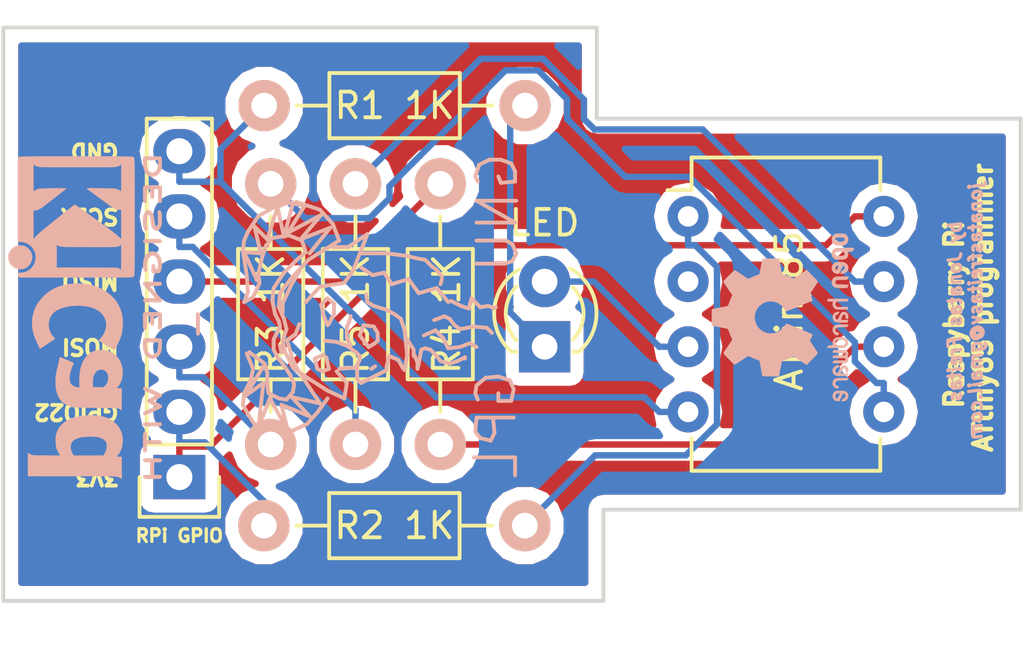
<source format=kicad_pcb>
(kicad_pcb (version 4) (host pcbnew 4.0.5)

  (general
    (links 13)
    (no_connects 0)
    (area 121.971999 93.269999 161.746001 115.772001)
    (thickness 1.6)
    (drawings 16)
    (tracks 66)
    (zones 0)
    (modules 11)
    (nets 14)
  )

  (page A4)
  (layers
    (0 F.Cu signal)
    (31 B.Cu signal)
    (32 B.Adhes user)
    (33 F.Adhes user)
    (34 B.Paste user)
    (35 F.Paste user)
    (36 B.SilkS user)
    (37 F.SilkS user)
    (38 B.Mask user)
    (39 F.Mask user)
    (40 Dwgs.User user)
    (41 Cmts.User user)
    (42 Eco1.User user)
    (43 Eco2.User user)
    (44 Edge.Cuts user)
    (45 Margin user)
    (46 B.CrtYd user)
    (47 F.CrtYd user)
    (48 B.Fab user)
    (49 F.Fab user)
  )

  (setup
    (last_trace_width 0.25)
    (trace_clearance 0.2)
    (zone_clearance 0.508)
    (zone_45_only no)
    (trace_min 0.2)
    (segment_width 0.2)
    (edge_width 0.15)
    (via_size 0.6)
    (via_drill 0.4)
    (via_min_size 0.4)
    (via_min_drill 0.3)
    (uvia_size 0.3)
    (uvia_drill 0.1)
    (uvias_allowed no)
    (uvia_min_size 0.2)
    (uvia_min_drill 0.1)
    (pcb_text_width 0.3)
    (pcb_text_size 1.5 1.5)
    (mod_edge_width 0.15)
    (mod_text_size 1 1)
    (mod_text_width 0.15)
    (pad_size 1.524 1.524)
    (pad_drill 0.762)
    (pad_to_mask_clearance 0.2)
    (aux_axis_origin 0 0)
    (visible_elements FFFFFF7F)
    (pcbplotparams
      (layerselection 0x00030_80000001)
      (usegerberextensions false)
      (excludeedgelayer true)
      (linewidth 0.100000)
      (plotframeref false)
      (viasonmask false)
      (mode 1)
      (useauxorigin false)
      (hpglpennumber 1)
      (hpglpenspeed 20)
      (hpglpendiameter 15)
      (hpglpenoverlay 2)
      (psnegative false)
      (psa4output false)
      (plotreference true)
      (plotvalue true)
      (plotinvisibletext false)
      (padsonsilk false)
      (subtractmaskfromsilk false)
      (outputformat 1)
      (mirror false)
      (drillshape 1)
      (scaleselection 1)
      (outputdirectory ""))
  )

  (net 0 "")
  (net 1 "Net-(ATtiny1-Pad1)")
  (net 2 "Net-(ATtiny1-Pad2)")
  (net 3 "Net-(ATtiny1-Pad3)")
  (net 4 "Net-(ATtiny1-Pad4)")
  (net 5 "Net-(ATtiny1-Pad5)")
  (net 6 "Net-(ATtiny1-Pad6)")
  (net 7 "Net-(ATtiny1-Pad7)")
  (net 8 "Net-(ATtiny1-Pad8)")
  (net 9 "Net-(D1-Pad1)")
  (net 10 "Net-(R2-Pad2)")
  (net 11 "Net-(R3-Pad1)")
  (net 12 "Net-(R4-Pad1)")
  (net 13 "Net-(R5-Pad1)")

  (net_class Default "This is the default net class."
    (clearance 0.2)
    (trace_width 0.25)
    (via_dia 0.6)
    (via_drill 0.4)
    (uvia_dia 0.3)
    (uvia_drill 0.1)
    (add_net "Net-(ATtiny1-Pad1)")
    (add_net "Net-(ATtiny1-Pad2)")
    (add_net "Net-(ATtiny1-Pad3)")
    (add_net "Net-(ATtiny1-Pad4)")
    (add_net "Net-(ATtiny1-Pad5)")
    (add_net "Net-(ATtiny1-Pad6)")
    (add_net "Net-(ATtiny1-Pad7)")
    (add_net "Net-(ATtiny1-Pad8)")
    (add_net "Net-(D1-Pad1)")
    (add_net "Net-(R2-Pad2)")
    (add_net "Net-(R3-Pad1)")
    (add_net "Net-(R4-Pad1)")
    (add_net "Net-(R5-Pad1)")
  )

  (module Housings_DIP:DIP-8_W7.62mm (layer F.Cu) (tedit 588C3BF1) (tstamp 588C2930)
    (at 148.717 100.711)
    (descr "8-lead dip package, row spacing 7.62 mm (300 mils)")
    (tags "dil dip 2.54 300")
    (path /588C15BD)
    (fp_text reference ATtiny85 (at 3.937 3.683 90) (layer F.SilkS)
      (effects (font (size 1 1) (thickness 0.15)))
    )
    (fp_text value ATtiny85 (at 2.413 3.683 90) (layer F.Fab)
      (effects (font (size 1 1) (thickness 0.15)))
    )
    (fp_line (start -1.05 -2.45) (end -1.05 10.1) (layer F.CrtYd) (width 0.05))
    (fp_line (start 8.65 -2.45) (end 8.65 10.1) (layer F.CrtYd) (width 0.05))
    (fp_line (start -1.05 -2.45) (end 8.65 -2.45) (layer F.CrtYd) (width 0.05))
    (fp_line (start -1.05 10.1) (end 8.65 10.1) (layer F.CrtYd) (width 0.05))
    (fp_line (start 0.135 -2.295) (end 0.135 -1.025) (layer F.SilkS) (width 0.15))
    (fp_line (start 7.485 -2.295) (end 7.485 -1.025) (layer F.SilkS) (width 0.15))
    (fp_line (start 7.485 9.915) (end 7.485 8.645) (layer F.SilkS) (width 0.15))
    (fp_line (start 0.135 9.915) (end 0.135 8.645) (layer F.SilkS) (width 0.15))
    (fp_line (start 0.135 -2.295) (end 7.485 -2.295) (layer F.SilkS) (width 0.15))
    (fp_line (start 0.135 9.915) (end 7.485 9.915) (layer F.SilkS) (width 0.15))
    (fp_line (start 0.135 -1.025) (end -0.8 -1.025) (layer F.SilkS) (width 0.15))
    (pad 1 thru_hole oval (at 0 0) (size 1.6 1.6) (drill 0.8) (layers *.Cu *.Mask)
      (net 1 "Net-(ATtiny1-Pad1)"))
    (pad 2 thru_hole oval (at 0 2.54) (size 1.6 1.6) (drill 0.8) (layers *.Cu *.Mask)
      (net 2 "Net-(ATtiny1-Pad2)"))
    (pad 3 thru_hole oval (at 0 5.08) (size 1.6 1.6) (drill 0.8) (layers *.Cu *.Mask)
      (net 3 "Net-(ATtiny1-Pad3)"))
    (pad 4 thru_hole oval (at 0 7.62) (size 1.6 1.6) (drill 0.8) (layers *.Cu *.Mask)
      (net 4 "Net-(ATtiny1-Pad4)"))
    (pad 5 thru_hole oval (at 7.62 7.62) (size 1.6 1.6) (drill 0.8) (layers *.Cu *.Mask)
      (net 5 "Net-(ATtiny1-Pad5)"))
    (pad 6 thru_hole oval (at 7.62 5.08) (size 1.6 1.6) (drill 0.8) (layers *.Cu *.Mask)
      (net 6 "Net-(ATtiny1-Pad6)"))
    (pad 7 thru_hole oval (at 7.62 2.54) (size 1.6 1.6) (drill 0.8) (layers *.Cu *.Mask)
      (net 7 "Net-(ATtiny1-Pad7)"))
    (pad 8 thru_hole oval (at 7.62 0) (size 1.6 1.6) (drill 0.8) (layers *.Cu *.Mask)
      (net 8 "Net-(ATtiny1-Pad8)"))
    (model Housings_DIP.3dshapes/DIP-8_W7.62mm.wrl
      (at (xyz 0 0 0))
      (scale (xyz 1 1 1))
      (rotate (xyz 0 0 0))
    )
  )

  (module LEDs:LED-3MM (layer F.Cu) (tedit 588C360A) (tstamp 588C2936)
    (at 143.129 105.791 90)
    (descr "LED 3mm round vertical")
    (tags "LED  3mm round vertical")
    (path /588C103B)
    (fp_text reference LED (at 4.826 0 180) (layer F.SilkS)
      (effects (font (size 1 1) (thickness 0.15)))
    )
    (fp_text value LED (at 1.27 0 90) (layer F.Fab)
      (effects (font (size 1 1) (thickness 0.15)))
    )
    (fp_line (start -1.2 2.3) (end 3.8 2.3) (layer F.CrtYd) (width 0.05))
    (fp_line (start 3.8 2.3) (end 3.8 -2.2) (layer F.CrtYd) (width 0.05))
    (fp_line (start 3.8 -2.2) (end -1.2 -2.2) (layer F.CrtYd) (width 0.05))
    (fp_line (start -1.2 -2.2) (end -1.2 2.3) (layer F.CrtYd) (width 0.05))
    (fp_line (start -0.199 1.314) (end -0.199 1.114) (layer F.SilkS) (width 0.15))
    (fp_line (start -0.199 -1.28) (end -0.199 -1.1) (layer F.SilkS) (width 0.15))
    (fp_arc (start 1.301 0.034) (end -0.199 -1.286) (angle 108.5) (layer F.SilkS) (width 0.15))
    (fp_arc (start 1.301 0.034) (end 0.25 -1.1) (angle 85.7) (layer F.SilkS) (width 0.15))
    (fp_arc (start 1.311 0.034) (end 3.051 0.994) (angle 110) (layer F.SilkS) (width 0.15))
    (fp_arc (start 1.301 0.034) (end 2.335 1.094) (angle 87.5) (layer F.SilkS) (width 0.15))
    (pad 1 thru_hole rect (at 0 0 180) (size 2 2) (drill 1.00076) (layers *.Cu *.Mask)
      (net 9 "Net-(D1-Pad1)"))
    (pad 2 thru_hole circle (at 2.54 0 90) (size 2 2) (drill 1.00076) (layers *.Cu *.Mask)
      (net 3 "Net-(ATtiny1-Pad3)"))
    (model LEDs.3dshapes/LED-3MM.wrl
      (at (xyz 0.05 0 0))
      (scale (xyz 1 1 1))
      (rotate (xyz 0 0 90))
    )
  )

  (module Resistors_THT:Resistor_Horizontal_RM10mm (layer F.Cu) (tedit 588C3598) (tstamp 588C293C)
    (at 142.367 96.393 180)
    (descr "Resistor, Axial,  RM 10mm, 1/3W")
    (tags "Resistor Axial RM 10mm 1/3W")
    (path /588C2133)
    (fp_text reference "R1 1K" (at 5.08 0 180) (layer F.SilkS)
      (effects (font (size 1 1) (thickness 0.15)))
    )
    (fp_text value 1K (at 0 0 180) (layer F.Fab)
      (effects (font (size 1 1) (thickness 0.15)))
    )
    (fp_line (start -1.25 -1.5) (end 11.4 -1.5) (layer F.CrtYd) (width 0.05))
    (fp_line (start -1.25 1.5) (end -1.25 -1.5) (layer F.CrtYd) (width 0.05))
    (fp_line (start 11.4 -1.5) (end 11.4 1.5) (layer F.CrtYd) (width 0.05))
    (fp_line (start -1.25 1.5) (end 11.4 1.5) (layer F.CrtYd) (width 0.05))
    (fp_line (start 2.54 -1.27) (end 7.62 -1.27) (layer F.SilkS) (width 0.15))
    (fp_line (start 7.62 -1.27) (end 7.62 1.27) (layer F.SilkS) (width 0.15))
    (fp_line (start 7.62 1.27) (end 2.54 1.27) (layer F.SilkS) (width 0.15))
    (fp_line (start 2.54 1.27) (end 2.54 -1.27) (layer F.SilkS) (width 0.15))
    (fp_line (start 2.54 0) (end 1.27 0) (layer F.SilkS) (width 0.15))
    (fp_line (start 7.62 0) (end 8.89 0) (layer F.SilkS) (width 0.15))
    (pad 1 thru_hole circle (at 0 0 180) (size 1.99898 1.99898) (drill 1.00076) (layers *.Cu *.SilkS *.Mask)
      (net 9 "Net-(D1-Pad1)"))
    (pad 2 thru_hole circle (at 10.16 0 180) (size 1.99898 1.99898) (drill 1.00076) (layers *.Cu *.SilkS *.Mask)
      (net 4 "Net-(ATtiny1-Pad4)"))
    (model Resistors_ThroughHole.3dshapes/Resistor_Horizontal_RM10mm.wrl
      (at (xyz 0.2 0 0))
      (scale (xyz 0.4 0.4 0.4))
      (rotate (xyz 0 0 0))
    )
  )

  (module Resistors_THT:Resistor_Horizontal_RM10mm (layer F.Cu) (tedit 588C3565) (tstamp 588C2942)
    (at 142.3582 112.762 180)
    (descr "Resistor, Axial,  RM 10mm, 1/3W")
    (tags "Resistor Axial RM 10mm 1/3W")
    (path /588C0EB2)
    (fp_text reference "R2 1K" (at 5.08 0 180) (layer F.SilkS)
      (effects (font (size 1 1) (thickness 0.15)))
    )
    (fp_text value 1K (at 0 0 180) (layer F.Fab)
      (effects (font (size 1 1) (thickness 0.15)))
    )
    (fp_line (start -1.25 -1.5) (end 11.4 -1.5) (layer F.CrtYd) (width 0.05))
    (fp_line (start -1.25 1.5) (end -1.25 -1.5) (layer F.CrtYd) (width 0.05))
    (fp_line (start 11.4 -1.5) (end 11.4 1.5) (layer F.CrtYd) (width 0.05))
    (fp_line (start -1.25 1.5) (end 11.4 1.5) (layer F.CrtYd) (width 0.05))
    (fp_line (start 2.54 -1.27) (end 7.62 -1.27) (layer F.SilkS) (width 0.15))
    (fp_line (start 7.62 -1.27) (end 7.62 1.27) (layer F.SilkS) (width 0.15))
    (fp_line (start 7.62 1.27) (end 2.54 1.27) (layer F.SilkS) (width 0.15))
    (fp_line (start 2.54 1.27) (end 2.54 -1.27) (layer F.SilkS) (width 0.15))
    (fp_line (start 2.54 0) (end 1.27 0) (layer F.SilkS) (width 0.15))
    (fp_line (start 7.62 0) (end 8.89 0) (layer F.SilkS) (width 0.15))
    (pad 1 thru_hole circle (at 0 0 180) (size 1.99898 1.99898) (drill 1.00076) (layers *.Cu *.SilkS *.Mask)
      (net 1 "Net-(ATtiny1-Pad1)"))
    (pad 2 thru_hole circle (at 10.16 0 180) (size 1.99898 1.99898) (drill 1.00076) (layers *.Cu *.SilkS *.Mask)
      (net 10 "Net-(R2-Pad2)"))
    (model Resistors_ThroughHole.3dshapes/Resistor_Horizontal_RM10mm.wrl
      (at (xyz 0.2 0 0))
      (scale (xyz 0.4 0.4 0.4))
      (rotate (xyz 0 0 0))
    )
  )

  (module Resistors_THT:Resistor_Horizontal_RM10mm (layer F.Cu) (tedit 588C3AAD) (tstamp 588C2948)
    (at 132.461 109.601 90)
    (descr "Resistor, Axial,  RM 10mm, 1/3W")
    (tags "Resistor Axial RM 10mm 1/3W")
    (path /588C21EF)
    (fp_text reference "R3 1K" (at 5.08 0 90) (layer F.SilkS)
      (effects (font (size 1 1) (thickness 0.15)))
    )
    (fp_text value 1K (at 0.254 0 90) (layer F.Fab)
      (effects (font (size 1 1) (thickness 0.15)))
    )
    (fp_line (start -1.25 -1.5) (end 11.4 -1.5) (layer F.CrtYd) (width 0.05))
    (fp_line (start -1.25 1.5) (end -1.25 -1.5) (layer F.CrtYd) (width 0.05))
    (fp_line (start 11.4 -1.5) (end 11.4 1.5) (layer F.CrtYd) (width 0.05))
    (fp_line (start -1.25 1.5) (end 11.4 1.5) (layer F.CrtYd) (width 0.05))
    (fp_line (start 2.54 -1.27) (end 7.62 -1.27) (layer F.SilkS) (width 0.15))
    (fp_line (start 7.62 -1.27) (end 7.62 1.27) (layer F.SilkS) (width 0.15))
    (fp_line (start 7.62 1.27) (end 2.54 1.27) (layer F.SilkS) (width 0.15))
    (fp_line (start 2.54 1.27) (end 2.54 -1.27) (layer F.SilkS) (width 0.15))
    (fp_line (start 2.54 0) (end 1.27 0) (layer F.SilkS) (width 0.15))
    (fp_line (start 7.62 0) (end 8.89 0) (layer F.SilkS) (width 0.15))
    (pad 1 thru_hole circle (at 0 0 90) (size 1.99898 1.99898) (drill 1.00076) (layers *.Cu *.SilkS *.Mask)
      (net 11 "Net-(R3-Pad1)"))
    (pad 2 thru_hole circle (at 10.16 0 90) (size 1.99898 1.99898) (drill 1.00076) (layers *.Cu *.SilkS *.Mask)
      (net 5 "Net-(ATtiny1-Pad5)"))
    (model Resistors_ThroughHole.3dshapes/Resistor_Horizontal_RM10mm.wrl
      (at (xyz 0.2 0 0))
      (scale (xyz 0.4 0.4 0.4))
      (rotate (xyz 0 0 0))
    )
  )

  (module Resistors_THT:Resistor_Horizontal_RM10mm (layer F.Cu) (tedit 588C3586) (tstamp 588C294E)
    (at 139.065 99.441 270)
    (descr "Resistor, Axial,  RM 10mm, 1/3W")
    (tags "Resistor Axial RM 10mm 1/3W")
    (path /588C24A3)
    (fp_text reference "R4 1K" (at 5.08 -0.254 270) (layer F.SilkS)
      (effects (font (size 1 1) (thickness 0.15)))
    )
    (fp_text value 1K (at 0 0 270) (layer F.Fab)
      (effects (font (size 1 1) (thickness 0.15)))
    )
    (fp_line (start -1.25 -1.5) (end 11.4 -1.5) (layer F.CrtYd) (width 0.05))
    (fp_line (start -1.25 1.5) (end -1.25 -1.5) (layer F.CrtYd) (width 0.05))
    (fp_line (start 11.4 -1.5) (end 11.4 1.5) (layer F.CrtYd) (width 0.05))
    (fp_line (start -1.25 1.5) (end 11.4 1.5) (layer F.CrtYd) (width 0.05))
    (fp_line (start 2.54 -1.27) (end 7.62 -1.27) (layer F.SilkS) (width 0.15))
    (fp_line (start 7.62 -1.27) (end 7.62 1.27) (layer F.SilkS) (width 0.15))
    (fp_line (start 7.62 1.27) (end 2.54 1.27) (layer F.SilkS) (width 0.15))
    (fp_line (start 2.54 1.27) (end 2.54 -1.27) (layer F.SilkS) (width 0.15))
    (fp_line (start 2.54 0) (end 1.27 0) (layer F.SilkS) (width 0.15))
    (fp_line (start 7.62 0) (end 8.89 0) (layer F.SilkS) (width 0.15))
    (pad 1 thru_hole circle (at 0 0 270) (size 1.99898 1.99898) (drill 1.00076) (layers *.Cu *.SilkS *.Mask)
      (net 12 "Net-(R4-Pad1)"))
    (pad 2 thru_hole circle (at 10.16 0 270) (size 1.99898 1.99898) (drill 1.00076) (layers *.Cu *.SilkS *.Mask)
      (net 6 "Net-(ATtiny1-Pad6)"))
    (model Resistors_ThroughHole.3dshapes/Resistor_Horizontal_RM10mm.wrl
      (at (xyz 0.2 0 0))
      (scale (xyz 0.4 0.4 0.4))
      (rotate (xyz 0 0 0))
    )
  )

  (module Resistors_THT:Resistor_Horizontal_RM10mm (layer F.Cu) (tedit 588C3A9F) (tstamp 588C2954)
    (at 135.763 109.601 90)
    (descr "Resistor, Axial,  RM 10mm, 1/3W")
    (tags "Resistor Axial RM 10mm 1/3W")
    (path /588C254E)
    (fp_text reference "R5 1K" (at 5.08 0 90) (layer F.SilkS)
      (effects (font (size 1 1) (thickness 0.15)))
    )
    (fp_text value 1K (at 0 0 90) (layer F.Fab)
      (effects (font (size 1 1) (thickness 0.15)))
    )
    (fp_line (start -1.25 -1.5) (end 11.4 -1.5) (layer F.CrtYd) (width 0.05))
    (fp_line (start -1.25 1.5) (end -1.25 -1.5) (layer F.CrtYd) (width 0.05))
    (fp_line (start 11.4 -1.5) (end 11.4 1.5) (layer F.CrtYd) (width 0.05))
    (fp_line (start -1.25 1.5) (end 11.4 1.5) (layer F.CrtYd) (width 0.05))
    (fp_line (start 2.54 -1.27) (end 7.62 -1.27) (layer F.SilkS) (width 0.15))
    (fp_line (start 7.62 -1.27) (end 7.62 1.27) (layer F.SilkS) (width 0.15))
    (fp_line (start 7.62 1.27) (end 2.54 1.27) (layer F.SilkS) (width 0.15))
    (fp_line (start 2.54 1.27) (end 2.54 -1.27) (layer F.SilkS) (width 0.15))
    (fp_line (start 2.54 0) (end 1.27 0) (layer F.SilkS) (width 0.15))
    (fp_line (start 7.62 0) (end 8.89 0) (layer F.SilkS) (width 0.15))
    (pad 1 thru_hole circle (at 0 0 90) (size 1.99898 1.99898) (drill 1.00076) (layers *.Cu *.SilkS *.Mask)
      (net 13 "Net-(R5-Pad1)"))
    (pad 2 thru_hole circle (at 10.16 0 90) (size 1.99898 1.99898) (drill 1.00076) (layers *.Cu *.SilkS *.Mask)
      (net 7 "Net-(ATtiny1-Pad7)"))
    (model Resistors_ThroughHole.3dshapes/Resistor_Horizontal_RM10mm.wrl
      (at (xyz 0.2 0 0))
      (scale (xyz 0.4 0.4 0.4))
      (rotate (xyz 0 0 0))
    )
  )

  (module Socket_Strips:Socket_Strip_Straight_1x06 (layer F.Cu) (tedit 588C354F) (tstamp 588C295E)
    (at 128.905 110.871 90)
    (descr "Through hole socket strip")
    (tags "socket strip")
    (path /588C1830)
    (fp_text reference "RPi GPIO" (at -2.286 0 180) (layer F.SilkS)
      (effects (font (size 0.5 0.5) (thickness 0.125)))
    )
    (fp_text value RPi_GPIO_SPI (at 7.366 0 90) (layer F.Fab)
      (effects (font (size 1 1) (thickness 0.15)))
    )
    (fp_line (start -1.75 -1.75) (end -1.75 1.75) (layer F.CrtYd) (width 0.05))
    (fp_line (start 14.45 -1.75) (end 14.45 1.75) (layer F.CrtYd) (width 0.05))
    (fp_line (start -1.75 -1.75) (end 14.45 -1.75) (layer F.CrtYd) (width 0.05))
    (fp_line (start -1.75 1.75) (end 14.45 1.75) (layer F.CrtYd) (width 0.05))
    (fp_line (start 1.27 1.27) (end 13.97 1.27) (layer F.SilkS) (width 0.15))
    (fp_line (start 13.97 1.27) (end 13.97 -1.27) (layer F.SilkS) (width 0.15))
    (fp_line (start 13.97 -1.27) (end 1.27 -1.27) (layer F.SilkS) (width 0.15))
    (fp_line (start -1.55 1.55) (end 0 1.55) (layer F.SilkS) (width 0.15))
    (fp_line (start 1.27 1.27) (end 1.27 -1.27) (layer F.SilkS) (width 0.15))
    (fp_line (start 0 -1.55) (end -1.55 -1.55) (layer F.SilkS) (width 0.15))
    (fp_line (start -1.55 -1.55) (end -1.55 1.55) (layer F.SilkS) (width 0.15))
    (pad 1 thru_hole rect (at 0 0 90) (size 1.7272 2.032) (drill 1.016) (layers *.Cu *.Mask)
      (net 8 "Net-(ATtiny1-Pad8)"))
    (pad 2 thru_hole oval (at 2.54 0 90) (size 1.7272 2.032) (drill 1.016) (layers *.Cu *.Mask)
      (net 10 "Net-(R2-Pad2)"))
    (pad 3 thru_hole oval (at 5.08 0 90) (size 1.7272 2.032) (drill 1.016) (layers *.Cu *.Mask)
      (net 11 "Net-(R3-Pad1)"))
    (pad 4 thru_hole oval (at 7.62 0 90) (size 1.7272 2.032) (drill 1.016) (layers *.Cu *.Mask)
      (net 12 "Net-(R4-Pad1)"))
    (pad 5 thru_hole oval (at 10.16 0 90) (size 1.7272 2.032) (drill 1.016) (layers *.Cu *.Mask)
      (net 13 "Net-(R5-Pad1)"))
    (pad 6 thru_hole oval (at 12.7 0 90) (size 1.7272 2.032) (drill 1.016) (layers *.Cu *.Mask)
      (net 4 "Net-(ATtiny1-Pad4)"))
    (model Socket_Strips.3dshapes/Socket_Strip_Straight_1x06.wrl
      (at (xyz 0.25 0 0))
      (scale (xyz 1 1 1))
      (rotate (xyz 0 0 180))
    )
  )

  (module Symbols:Symbol_GNU-Logo_SilkscreenTop (layer B.Cu) (tedit 588C3DBA) (tstamp 589F6529)
    (at 135.128 104.902 270)
    (descr "GNU-Logo, GNU-Head, GNU-Kopf, Silkscreen,")
    (tags "GNU-Logo, GNU-Head, GNU-Kopf, Silkscreen,")
    (fp_text reference _ (at 0 6.05028 270) (layer B.SilkS)
      (effects (font (size 1 1) (thickness 0.15)) (justify mirror))
    )
    (fp_text value Symbol_GNU-Logo_SilkscreenTop (at 0 -9.14908 270) (layer B.Fab)
      (effects (font (size 1 1) (thickness 0.15)) (justify mirror))
    )
    (fp_line (start 5.19938 -5.25018) (end 5.19938 -6.85038) (layer B.SilkS) (width 0.15))
    (fp_line (start 5.19938 -6.85038) (end 5.90042 -6.85038) (layer B.SilkS) (width 0.15))
    (fp_line (start 3.64998 -6.79958) (end 3.64998 -5.34924) (layer B.SilkS) (width 0.15))
    (fp_line (start 3.64998 -5.34924) (end 4.20116 -5.30098) (layer B.SilkS) (width 0.15))
    (fp_line (start 4.20116 -5.30098) (end 4.45008 -5.4991) (layer B.SilkS) (width 0.15))
    (fp_line (start 4.45008 -5.4991) (end 4.54914 -5.90042) (layer B.SilkS) (width 0.15))
    (fp_line (start 4.54914 -5.90042) (end 4.24942 -6.05028) (layer B.SilkS) (width 0.15))
    (fp_line (start 4.24942 -6.05028) (end 3.74904 -5.99948) (layer B.SilkS) (width 0.15))
    (fp_line (start 2.94894 -5.40004) (end 2.70002 -5.30098) (layer B.SilkS) (width 0.15))
    (fp_line (start 2.70002 -5.30098) (end 2.4003 -5.34924) (layer B.SilkS) (width 0.15))
    (fp_line (start 2.4003 -5.34924) (end 2.10058 -5.69976) (layer B.SilkS) (width 0.15))
    (fp_line (start 2.10058 -5.69976) (end 2.04978 -6.20014) (layer B.SilkS) (width 0.15))
    (fp_line (start 2.04978 -6.20014) (end 2.19964 -6.64972) (layer B.SilkS) (width 0.15))
    (fp_line (start 2.19964 -6.64972) (end 2.55016 -6.79958) (layer B.SilkS) (width 0.15))
    (fp_line (start 2.55016 -6.79958) (end 2.99974 -6.70052) (layer B.SilkS) (width 0.15))
    (fp_line (start 2.99974 -6.70052) (end 2.99974 -6.20014) (layer B.SilkS) (width 0.15))
    (fp_line (start 2.99974 -6.20014) (end 2.70002 -6.20014) (layer B.SilkS) (width 0.15))
    (fp_line (start -3.2512 -5.34924) (end -3.2512 -6.49986) (layer B.SilkS) (width 0.15))
    (fp_line (start -3.2512 -6.49986) (end -3.0988 -6.74878) (layer B.SilkS) (width 0.15))
    (fp_line (start -3.0988 -6.74878) (end -2.75082 -6.90118) (layer B.SilkS) (width 0.15))
    (fp_line (start -2.75082 -6.90118) (end -2.4511 -6.74878) (layer B.SilkS) (width 0.15))
    (fp_line (start -2.4511 -6.74878) (end -2.3495 -6.44906) (layer B.SilkS) (width 0.15))
    (fp_line (start -2.3495 -6.44906) (end -2.3495 -5.34924) (layer B.SilkS) (width 0.15))
    (fp_line (start -4.8006 -6.90118) (end -4.8006 -5.34924) (layer B.SilkS) (width 0.15))
    (fp_line (start -4.8006 -5.34924) (end -3.9497 -6.85038) (layer B.SilkS) (width 0.15))
    (fp_line (start -3.9497 -6.85038) (end -3.9497 -5.34924) (layer B.SilkS) (width 0.15))
    (fp_line (start -5.5499 -5.40004) (end -5.75056 -5.30098) (layer B.SilkS) (width 0.15))
    (fp_line (start -5.75056 -5.30098) (end -6.20014 -5.45084) (layer B.SilkS) (width 0.15))
    (fp_line (start -6.20014 -5.45084) (end -6.4008 -5.84962) (layer B.SilkS) (width 0.15))
    (fp_line (start -6.4008 -5.84962) (end -6.4008 -6.2992) (layer B.SilkS) (width 0.15))
    (fp_line (start -6.4008 -6.2992) (end -6.25094 -6.70052) (layer B.SilkS) (width 0.15))
    (fp_line (start -6.25094 -6.70052) (end -5.95122 -6.85038) (layer B.SilkS) (width 0.15))
    (fp_line (start -5.95122 -6.85038) (end -5.5499 -6.85038) (layer B.SilkS) (width 0.15))
    (fp_line (start -5.5499 -6.85038) (end -5.4991 -6.2992) (layer B.SilkS) (width 0.15))
    (fp_line (start -5.4991 -6.2992) (end -5.75056 -6.20014) (layer B.SilkS) (width 0.15))
    (fp_line (start -2.75082 1.15062) (end -3.74904 0.35052) (layer B.SilkS) (width 0.15))
    (fp_line (start -3.74904 0.35052) (end -3.29946 1.50114) (layer B.SilkS) (width 0.15))
    (fp_line (start -3.29946 1.50114) (end -4.24942 0.70104) (layer B.SilkS) (width 0.15))
    (fp_line (start -4.24942 0.70104) (end -3.55092 1.99898) (layer B.SilkS) (width 0.15))
    (fp_line (start -3.55092 1.99898) (end -4.59994 1.34874) (layer B.SilkS) (width 0.15))
    (fp_line (start -4.59994 1.34874) (end -4.699 1.80086) (layer B.SilkS) (width 0.15))
    (fp_line (start -4.699 1.80086) (end -3.40106 2.14884) (layer B.SilkS) (width 0.15))
    (fp_line (start -3.40106 2.14884) (end -4.54914 2.4003) (layer B.SilkS) (width 0.15))
    (fp_line (start -4.54914 2.4003) (end -3.29946 2.79908) (layer B.SilkS) (width 0.15))
    (fp_line (start -3.29946 2.79908) (end -3.79984 3.29946) (layer B.SilkS) (width 0.15))
    (fp_line (start -3.79984 3.29946) (end -2.75082 3.05054) (layer B.SilkS) (width 0.15))
    (fp_line (start -2.75082 3.05054) (end -2.79908 3.70078) (layer B.SilkS) (width 0.15))
    (fp_line (start -2.79908 3.70078) (end -1.69926 3.2004) (layer B.SilkS) (width 0.15))
    (fp_line (start 0.7493 1.99898) (end 1.39954 1.80086) (layer B.SilkS) (width 0.15))
    (fp_line (start 1.39954 1.80086) (end 1.80086 1.6002) (layer B.SilkS) (width 0.15))
    (fp_line (start 1.80086 1.6002) (end 3.0988 0.7493) (layer B.SilkS) (width 0.15))
    (fp_line (start 3.0988 0.7493) (end 2.84988 1.84912) (layer B.SilkS) (width 0.15))
    (fp_line (start 2.84988 1.84912) (end 3.59918 1.15062) (layer B.SilkS) (width 0.15))
    (fp_line (start 3.59918 1.15062) (end 3.1496 2.25044) (layer B.SilkS) (width 0.15))
    (fp_line (start 3.1496 2.25044) (end 4.15036 1.99898) (layer B.SilkS) (width 0.15))
    (fp_line (start 4.15036 1.99898) (end 2.90068 2.70002) (layer B.SilkS) (width 0.15))
    (fp_line (start 2.90068 2.70002) (end 4.04876 3.1496) (layer B.SilkS) (width 0.15))
    (fp_line (start 4.04876 3.1496) (end 2.30124 2.94894) (layer B.SilkS) (width 0.15))
    (fp_line (start 2.30124 2.94894) (end 2.79908 3.64998) (layer B.SilkS) (width 0.15))
    (fp_line (start 2.79908 3.64998) (end 1.651 2.94894) (layer B.SilkS) (width 0.15))
    (fp_line (start 0.8509 2.30124) (end 1.09982 2.25044) (layer B.SilkS) (width 0.15))
    (fp_line (start -2.04978 1.5494) (end -1.5494 1.84912) (layer B.SilkS) (width 0.15))
    (fp_line (start -1.5494 1.84912) (end -0.8001 2.19964) (layer B.SilkS) (width 0.15))
    (fp_line (start -0.8001 2.19964) (end -0.44958 2.19964) (layer B.SilkS) (width 0.15))
    (fp_line (start -1.84912 -4.0005) (end -2.10058 -3.79984) (layer B.SilkS) (width 0.15))
    (fp_line (start -2.10058 -3.79984) (end -2.25044 -3.59918) (layer B.SilkS) (width 0.15))
    (fp_line (start -2.25044 -3.59918) (end -2.49936 -3.35026) (layer B.SilkS) (width 0.15))
    (fp_line (start -2.49936 -3.35026) (end -2.55016 -3.05054) (layer B.SilkS) (width 0.15))
    (fp_line (start -2.55016 -3.05054) (end -2.64922 -2.64922) (layer B.SilkS) (width 0.15))
    (fp_line (start -2.64922 -2.64922) (end -2.70002 -2.25044) (layer B.SilkS) (width 0.15))
    (fp_line (start -2.70002 -2.25044) (end -2.75082 -1.84912) (layer B.SilkS) (width 0.15))
    (fp_line (start -2.75082 -1.84912) (end -2.75082 -1.34874) (layer B.SilkS) (width 0.15))
    (fp_line (start -2.75082 -1.34874) (end -2.75082 -0.8509) (layer B.SilkS) (width 0.15))
    (fp_line (start -1.75006 -4.0005) (end -1.5494 -3.9497) (layer B.SilkS) (width 0.15))
    (fp_line (start -2.19964 -0.8509) (end -1.89992 -1.30048) (layer B.SilkS) (width 0.15))
    (fp_line (start -1.89992 -1.30048) (end -1.99898 -1.75006) (layer B.SilkS) (width 0.15))
    (fp_line (start -1.99898 -1.75006) (end -1.5494 -2.04978) (layer B.SilkS) (width 0.15))
    (fp_line (start -1.5494 -2.04978) (end -1.75006 -2.70002) (layer B.SilkS) (width 0.15))
    (fp_line (start -1.75006 -2.70002) (end -1.19888 -3.0988) (layer B.SilkS) (width 0.15))
    (fp_line (start -1.19888 -3.0988) (end -1.39954 -3.79984) (layer B.SilkS) (width 0.15))
    (fp_line (start -1.39954 -3.79984) (end -0.8509 -4.24942) (layer B.SilkS) (width 0.15))
    (fp_line (start -0.59944 -5.99948) (end -0.65024 -6.10108) (layer B.SilkS) (width 0.15))
    (fp_line (start -0.89916 -4.35102) (end -0.70104 -4.7498) (layer B.SilkS) (width 0.15))
    (fp_line (start -0.70104 -4.7498) (end -0.59944 -5.04952) (layer B.SilkS) (width 0.15))
    (fp_line (start -0.59944 -5.04952) (end -1.00076 -5.15112) (layer B.SilkS) (width 0.15))
    (fp_line (start -1.00076 -5.15112) (end -0.65024 -5.4991) (layer B.SilkS) (width 0.15))
    (fp_line (start -0.65024 -5.4991) (end -0.70104 -5.79882) (layer B.SilkS) (width 0.15))
    (fp_line (start -0.70104 -5.79882) (end -0.65024 -5.95122) (layer B.SilkS) (width 0.15))
    (fp_line (start -0.14986 -3.70078) (end -0.29972 -4.09956) (layer B.SilkS) (width 0.15))
    (fp_line (start -0.29972 -4.09956) (end -0.20066 -4.30022) (layer B.SilkS) (width 0.15))
    (fp_line (start -0.20066 -4.30022) (end 0.0508 -4.50088) (layer B.SilkS) (width 0.15))
    (fp_line (start 0.0508 -4.50088) (end 0.20066 -4.699) (layer B.SilkS) (width 0.15))
    (fp_line (start 0.20066 -4.699) (end 0.14986 -5.00126) (layer B.SilkS) (width 0.15))
    (fp_line (start 0.14986 -5.00126) (end 0.09906 -5.19938) (layer B.SilkS) (width 0.15))
    (fp_line (start 0.09906 -5.19938) (end 0.14986 -5.75056) (layer B.SilkS) (width 0.15))
    (fp_line (start 0.14986 -5.75056) (end 0.35052 -5.95122) (layer B.SilkS) (width 0.15))
    (fp_line (start 0.44958 -3.29946) (end 0.24892 -3.74904) (layer B.SilkS) (width 0.15))
    (fp_line (start 0.24892 -3.74904) (end 0.55118 -4.04876) (layer B.SilkS) (width 0.15))
    (fp_line (start 0.55118 -4.04876) (end 0.94996 -4.24942) (layer B.SilkS) (width 0.15))
    (fp_line (start 0.94996 -4.24942) (end 0.89916 -4.699) (layer B.SilkS) (width 0.15))
    (fp_line (start 0.89916 -4.699) (end 0.7493 -5.10032) (layer B.SilkS) (width 0.15))
    (fp_line (start 0.7493 -5.10032) (end 0.89916 -5.34924) (layer B.SilkS) (width 0.15))
    (fp_line (start 1.30048 -4.89966) (end 1.34874 -4.89966) (layer B.SilkS) (width 0.15))
    (fp_line (start 1.24968 -2.94894) (end 1.50114 -3.05054) (layer B.SilkS) (width 0.15))
    (fp_line (start 1.50114 -3.05054) (end 1.75006 -3.05054) (layer B.SilkS) (width 0.15))
    (fp_line (start 1.75006 -3.05054) (end 1.5494 -3.0988) (layer B.SilkS) (width 0.15))
    (fp_line (start 1.5494 -3.0988) (end 1.00076 -3.2004) (layer B.SilkS) (width 0.15))
    (fp_line (start 1.00076 -3.2004) (end 0.94996 -3.35026) (layer B.SilkS) (width 0.15))
    (fp_line (start 0.94996 -3.35026) (end 1.00076 -3.55092) (layer B.SilkS) (width 0.15))
    (fp_line (start 1.00076 -3.55092) (end 1.19888 -3.74904) (layer B.SilkS) (width 0.15))
    (fp_line (start 1.19888 -3.74904) (end 1.45034 -3.9497) (layer B.SilkS) (width 0.15))
    (fp_line (start 1.45034 -3.9497) (end 1.5494 -4.30022) (layer B.SilkS) (width 0.15))
    (fp_line (start 1.5494 -4.30022) (end 1.45034 -4.59994) (layer B.SilkS) (width 0.15))
    (fp_line (start 1.45034 -4.59994) (end 1.30048 -4.89966) (layer B.SilkS) (width 0.15))
    (fp_line (start 0.59944 -2.64922) (end 1.00076 -2.90068) (layer B.SilkS) (width 0.15))
    (fp_line (start 1.00076 -2.90068) (end 1.24968 -2.90068) (layer B.SilkS) (width 0.15))
    (fp_line (start 1.80086 -2.55016) (end 1.19888 -2.64922) (layer B.SilkS) (width 0.15))
    (fp_line (start 1.19888 -2.64922) (end 0.7493 -2.60096) (layer B.SilkS) (width 0.15))
    (fp_line (start 0.7493 -2.60096) (end 0.24892 -2.55016) (layer B.SilkS) (width 0.15))
    (fp_line (start 0.24892 -2.55016) (end -0.20066 -2.4003) (layer B.SilkS) (width 0.15))
    (fp_line (start -0.20066 -2.4003) (end -0.35052 -2.19964) (layer B.SilkS) (width 0.15))
    (fp_line (start -0.35052 -2.19964) (end -0.55118 -1.84912) (layer B.SilkS) (width 0.15))
    (fp_line (start -0.55118 -1.84912) (end -0.70104 -1.34874) (layer B.SilkS) (width 0.15))
    (fp_line (start -0.70104 -1.34874) (end -0.8509 -1.09982) (layer B.SilkS) (width 0.15))
    (fp_line (start -0.8509 -1.09982) (end -1.15062 -1.04902) (layer B.SilkS) (width 0.15))
    (fp_line (start 1.80086 -1.84912) (end 1.651 -1.84912) (layer B.SilkS) (width 0.15))
    (fp_line (start 1.651 -1.84912) (end 1.24968 -1.95072) (layer B.SilkS) (width 0.15))
    (fp_line (start 1.24968 -1.95072) (end 1.39954 -2.30124) (layer B.SilkS) (width 0.15))
    (fp_line (start 1.39954 -2.30124) (end 1.75006 -2.49936) (layer B.SilkS) (width 0.15))
    (fp_line (start 1.75006 0) (end 1.69926 -0.65024) (layer B.SilkS) (width 0.15))
    (fp_line (start 1.00076 -0.50038) (end 1.09982 -0.65024) (layer B.SilkS) (width 0.15))
    (fp_line (start 1.09982 -0.65024) (end 1.24968 -0.8001) (layer B.SilkS) (width 0.15))
    (fp_line (start 1.24968 -0.8001) (end 1.39954 -0.8001) (layer B.SilkS) (width 0.15))
    (fp_line (start 1.39954 -0.8001) (end 1.6002 -0.70104) (layer B.SilkS) (width 0.15))
    (fp_line (start 1.6002 -0.70104) (end 1.80086 -0.70104) (layer B.SilkS) (width 0.15))
    (fp_line (start 0.8509 -0.44958) (end 0.55118 -0.29972) (layer B.SilkS) (width 0.15))
    (fp_line (start 0.55118 -0.29972) (end 0.24892 -0.29972) (layer B.SilkS) (width 0.15))
    (fp_line (start 0.24892 -0.29972) (end 0.09906 -0.29972) (layer B.SilkS) (width 0.15))
    (fp_line (start 0.09906 -0.29972) (end -0.09906 -0.39878) (layer B.SilkS) (width 0.15))
    (fp_line (start -0.09906 -0.39878) (end -0.29972 -0.44958) (layer B.SilkS) (width 0.15))
    (fp_line (start 0.65024 0.55118) (end 0.70104 0.09906) (layer B.SilkS) (width 0.15))
    (fp_line (start 0.70104 0.09906) (end 0.8509 -0.29972) (layer B.SilkS) (width 0.15))
    (fp_line (start 0.8509 -0.29972) (end 0.94996 -0.44958) (layer B.SilkS) (width 0.15))
    (fp_line (start 1.75006 -1.24968) (end 1.651 -1.39954) (layer B.SilkS) (width 0.15))
    (fp_line (start 0.89916 -1.15062) (end 0.44958 -0.8001) (layer B.SilkS) (width 0.15))
    (fp_line (start 0.44958 -0.8001) (end 0.0508 -0.94996) (layer B.SilkS) (width 0.15))
    (fp_line (start 0.0508 -0.94996) (end 0.09906 -1.34874) (layer B.SilkS) (width 0.15))
    (fp_line (start 0.09906 -1.34874) (end 0.35052 -1.50114) (layer B.SilkS) (width 0.15))
    (fp_line (start 0.35052 -1.50114) (end 0.65024 -1.50114) (layer B.SilkS) (width 0.15))
    (fp_line (start 0.65024 -1.50114) (end 0.7493 -1.39954) (layer B.SilkS) (width 0.15))
    (fp_line (start 0.7493 -1.39954) (end 0.89916 -1.15062) (layer B.SilkS) (width 0.15))
    (fp_line (start 1.19888 0.59944) (end 1.34874 0.94996) (layer B.SilkS) (width 0.15))
    (fp_line (start 1.34874 0.94996) (end 1.75006 0.8509) (layer B.SilkS) (width 0.15))
    (fp_line (start 1.75006 0.8509) (end 1.84912 0.65024) (layer B.SilkS) (width 0.15))
    (fp_line (start 1.84912 0.65024) (end 1.75006 0.39878) (layer B.SilkS) (width 0.15))
    (fp_line (start 1.75006 0.39878) (end 1.30048 0.50038) (layer B.SilkS) (width 0.15))
    (fp_line (start 0.0508 0.44958) (end -0.29972 0.59944) (layer B.SilkS) (width 0.15))
    (fp_line (start -0.29972 0.59944) (end -0.7493 0.70104) (layer B.SilkS) (width 0.15))
    (fp_line (start -0.7493 0.70104) (end -1.00076 0.44958) (layer B.SilkS) (width 0.15))
    (fp_line (start -1.00076 0.44958) (end -0.8001 0.20066) (layer B.SilkS) (width 0.15))
    (fp_line (start -0.8001 0.20066) (end -0.39878 0.20066) (layer B.SilkS) (width 0.15))
    (fp_line (start -0.39878 0.20066) (end 0 0.39878) (layer B.SilkS) (width 0.15))
    (fp_line (start 0 1.5494) (end 0.39878 1.69926) (layer B.SilkS) (width 0.15))
    (fp_line (start 0.39878 1.69926) (end 0.65024 2.04978) (layer B.SilkS) (width 0.15))
    (fp_line (start -2.99974 0.24892) (end -2.99974 -0.35052) (layer B.SilkS) (width 0.15))
    (fp_line (start -2.99974 -0.35052) (end -3.50012 -1.09982) (layer B.SilkS) (width 0.15))
    (fp_line (start -3.50012 -1.09982) (end -2.10058 -0.55118) (layer B.SilkS) (width 0.15))
    (fp_line (start -2.10058 -0.55118) (end -1.6002 -0.20066) (layer B.SilkS) (width 0.15))
    (fp_line (start -1.6002 -0.20066) (end -1.45034 0.7493) (layer B.SilkS) (width 0.15))
    (fp_line (start -1.45034 0.7493) (end -0.8509 1.30048) (layer B.SilkS) (width 0.15))
    (fp_line (start 1.09982 3.50012) (end 1.5494 2.90068) (layer B.SilkS) (width 0.15))
    (fp_line (start 1.5494 2.90068) (end 1.89992 2.79908) (layer B.SilkS) (width 0.15))
    (fp_line (start 1.89992 2.79908) (end 2.3495 2.79908) (layer B.SilkS) (width 0.15))
    (fp_line (start 2.3495 2.79908) (end 2.70002 2.75082) (layer B.SilkS) (width 0.15))
    (fp_line (start 2.70002 2.75082) (end 2.90068 2.3495) (layer B.SilkS) (width 0.15))
    (fp_line (start 2.90068 2.3495) (end 2.94894 2.04978) (layer B.SilkS) (width 0.15))
    (fp_line (start 2.94894 2.04978) (end 2.64922 1.80086) (layer B.SilkS) (width 0.15))
    (fp_line (start 2.64922 1.80086) (end 2.3495 1.75006) (layer B.SilkS) (width 0.15))
    (fp_line (start 2.3495 1.75006) (end 1.99898 1.89992) (layer B.SilkS) (width 0.15))
    (fp_line (start 1.99898 1.89992) (end 1.5494 2.19964) (layer B.SilkS) (width 0.15))
    (fp_line (start 1.5494 2.19964) (end 1.30048 2.4003) (layer B.SilkS) (width 0.15))
    (fp_line (start 1.30048 2.4003) (end 1.00076 2.55016) (layer B.SilkS) (width 0.15))
    (fp_line (start 1.00076 2.55016) (end 0.59944 2.55016) (layer B.SilkS) (width 0.15))
    (fp_line (start 0.59944 2.55016) (end 0.09906 2.30124) (layer B.SilkS) (width 0.15))
    (fp_line (start 0.09906 2.30124) (end -0.09906 2.3495) (layer B.SilkS) (width 0.15))
    (fp_line (start -0.09906 2.3495) (end -0.39878 2.49936) (layer B.SilkS) (width 0.15))
    (fp_line (start -0.39878 2.49936) (end -0.89916 2.60096) (layer B.SilkS) (width 0.15))
    (fp_line (start -0.89916 2.60096) (end -1.39954 2.55016) (layer B.SilkS) (width 0.15))
    (fp_line (start -1.39954 2.55016) (end -1.99898 2.14884) (layer B.SilkS) (width 0.15))
    (fp_line (start -1.99898 2.14884) (end -2.4511 1.69926) (layer B.SilkS) (width 0.15))
    (fp_line (start -2.4511 1.69926) (end -2.79908 1.30048) (layer B.SilkS) (width 0.15))
    (fp_line (start -2.79908 1.30048) (end -3.2512 1.45034) (layer B.SilkS) (width 0.15))
    (fp_line (start -3.2512 1.45034) (end -3.44932 1.95072) (layer B.SilkS) (width 0.15))
    (fp_line (start -3.44932 1.95072) (end -3.35026 2.60096) (layer B.SilkS) (width 0.15))
    (fp_line (start -3.35026 2.60096) (end -3.05054 2.84988) (layer B.SilkS) (width 0.15))
    (fp_line (start -3.05054 2.84988) (end -2.60096 2.99974) (layer B.SilkS) (width 0.15))
    (fp_line (start -2.60096 2.99974) (end -1.95072 3.1496) (layer B.SilkS) (width 0.15))
    (fp_line (start -1.95072 3.1496) (end -1.6002 3.0988) (layer B.SilkS) (width 0.15))
    (fp_line (start -1.6002 3.0988) (end -1.04902 3.35026) (layer B.SilkS) (width 0.15))
    (fp_line (start -1.04902 3.35026) (end -0.8509 3.70078) (layer B.SilkS) (width 0.15))
    (fp_line (start -0.8509 3.70078) (end -1.24968 3.55092) (layer B.SilkS) (width 0.15))
    (fp_line (start -1.24968 3.55092) (end -1.89992 3.59918) (layer B.SilkS) (width 0.15))
    (fp_line (start -1.89992 3.59918) (end -2.84988 3.74904) (layer B.SilkS) (width 0.15))
    (fp_line (start -2.84988 3.74904) (end -3.2512 3.70078) (layer B.SilkS) (width 0.15))
    (fp_line (start -3.2512 3.70078) (end -3.59918 3.55092) (layer B.SilkS) (width 0.15))
    (fp_line (start -3.59918 3.55092) (end -4.20116 3.1496) (layer B.SilkS) (width 0.15))
    (fp_line (start -4.20116 3.1496) (end -4.65074 2.3495) (layer B.SilkS) (width 0.15))
    (fp_line (start -4.65074 2.3495) (end -4.7498 1.651) (layer B.SilkS) (width 0.15))
    (fp_line (start -4.7498 1.651) (end -4.45008 0.7493) (layer B.SilkS) (width 0.15))
    (fp_line (start -4.45008 0.7493) (end -3.8989 0.24892) (layer B.SilkS) (width 0.15))
    (fp_line (start -3.8989 0.24892) (end -3.2512 0) (layer B.SilkS) (width 0.15))
    (fp_line (start -3.2512 0) (end -2.49936 1.19888) (layer B.SilkS) (width 0.15))
    (fp_line (start -2.49936 1.19888) (end -1.80086 1.84912) (layer B.SilkS) (width 0.15))
    (fp_line (start -1.80086 1.84912) (end -1.19888 2.30124) (layer B.SilkS) (width 0.15))
    (fp_line (start -1.19888 2.30124) (end -0.65024 2.3495) (layer B.SilkS) (width 0.15))
    (fp_line (start -0.65024 2.3495) (end -0.20066 2.14884) (layer B.SilkS) (width 0.15))
    (fp_line (start -0.20066 2.14884) (end 0.20066 2.04978) (layer B.SilkS) (width 0.15))
    (fp_line (start 0.20066 2.04978) (end 0.65024 2.19964) (layer B.SilkS) (width 0.15))
    (fp_line (start 0.65024 2.19964) (end 1.09982 2.10058) (layer B.SilkS) (width 0.15))
    (fp_line (start 1.09982 2.10058) (end 1.69926 1.80086) (layer B.SilkS) (width 0.15))
    (fp_line (start 1.69926 1.80086) (end 1.89992 1.5494) (layer B.SilkS) (width 0.15))
    (fp_line (start 1.89992 1.5494) (end 2.60096 0.44958) (layer B.SilkS) (width 0.15))
    (fp_line (start 2.60096 0.44958) (end 2.90068 -0.20066) (layer B.SilkS) (width 0.15))
    (fp_line (start 2.90068 -0.20066) (end 2.30124 -0.29972) (layer B.SilkS) (width 0.15))
    (fp_line (start 2.30124 -0.29972) (end 1.84912 0.09906) (layer B.SilkS) (width 0.15))
    (fp_line (start 1.75006 -0.70104) (end 2.14884 -0.70104) (layer B.SilkS) (width 0.15))
    (fp_line (start 2.14884 -0.70104) (end 2.30124 -0.8509) (layer B.SilkS) (width 0.15))
    (fp_line (start 2.30124 -0.8509) (end 1.80086 -1.84912) (layer B.SilkS) (width 0.15))
    (fp_line (start 1.15062 3.59918) (end 1.75006 3.35026) (layer B.SilkS) (width 0.15))
    (fp_line (start 1.75006 3.35026) (end 2.19964 3.44932) (layer B.SilkS) (width 0.15))
    (fp_line (start 2.19964 3.44932) (end 2.70002 3.70078) (layer B.SilkS) (width 0.15))
    (fp_line (start 2.70002 3.70078) (end 3.1496 3.74904) (layer B.SilkS) (width 0.15))
    (fp_line (start 3.1496 3.74904) (end 3.59918 3.50012) (layer B.SilkS) (width 0.15))
    (fp_line (start 3.59918 3.50012) (end 4.04876 3.2004) (layer B.SilkS) (width 0.15))
    (fp_line (start 4.04876 3.2004) (end 4.24942 2.64922) (layer B.SilkS) (width 0.15))
    (fp_line (start 4.24942 2.64922) (end 4.24942 2.19964) (layer B.SilkS) (width 0.15))
    (fp_line (start 4.24942 2.19964) (end 4.15036 1.80086) (layer B.SilkS) (width 0.15))
    (fp_line (start 4.15036 1.80086) (end 3.8989 1.24968) (layer B.SilkS) (width 0.15))
    (fp_line (start 3.8989 1.24968) (end 3.44932 0.8509) (layer B.SilkS) (width 0.15))
    (fp_line (start 3.44932 0.8509) (end 2.90068 0.44958) (layer B.SilkS) (width 0.15))
  )

  (module Symbols:OSHW-Logo2_7.3x6mm_SilkScreen (layer B.Cu) (tedit 0) (tstamp 58A2B36D)
    (at 152.4 104.648 270)
    (descr "Open Source Hardware Symbol")
    (tags "Logo Symbol OSHW")
    (attr virtual)
    (fp_text reference REF*** (at 0 0 270) (layer B.SilkS) hide
      (effects (font (size 1 1) (thickness 0.15)) (justify mirror))
    )
    (fp_text value OSHW-Logo2_7.3x6mm_SilkScreen (at 0.75 0 270) (layer B.Fab) hide
      (effects (font (size 1 1) (thickness 0.15)) (justify mirror))
    )
    (fp_poly (pts (xy -2.400256 -1.919918) (xy -2.344799 -1.947568) (xy -2.295852 -1.99848) (xy -2.282371 -2.017338)
      (xy -2.267686 -2.042015) (xy -2.258158 -2.068816) (xy -2.252707 -2.104587) (xy -2.250253 -2.156169)
      (xy -2.249714 -2.224267) (xy -2.252148 -2.317588) (xy -2.260606 -2.387657) (xy -2.276826 -2.439931)
      (xy -2.302546 -2.479869) (xy -2.339503 -2.512929) (xy -2.342218 -2.514886) (xy -2.37864 -2.534908)
      (xy -2.422498 -2.544815) (xy -2.478276 -2.547257) (xy -2.568952 -2.547257) (xy -2.56899 -2.635283)
      (xy -2.569834 -2.684308) (xy -2.574976 -2.713065) (xy -2.588413 -2.730311) (xy -2.614142 -2.744808)
      (xy -2.620321 -2.747769) (xy -2.649236 -2.761648) (xy -2.671624 -2.770414) (xy -2.688271 -2.771171)
      (xy -2.699964 -2.761023) (xy -2.70749 -2.737073) (xy -2.711634 -2.696426) (xy -2.713185 -2.636186)
      (xy -2.712929 -2.553455) (xy -2.711651 -2.445339) (xy -2.711252 -2.413) (xy -2.709815 -2.301524)
      (xy -2.708528 -2.228603) (xy -2.569029 -2.228603) (xy -2.568245 -2.290499) (xy -2.56476 -2.330997)
      (xy -2.556876 -2.357708) (xy -2.542895 -2.378244) (xy -2.533403 -2.38826) (xy -2.494596 -2.417567)
      (xy -2.460237 -2.419952) (xy -2.424784 -2.39575) (xy -2.423886 -2.394857) (xy -2.409461 -2.376153)
      (xy -2.400687 -2.350732) (xy -2.396261 -2.311584) (xy -2.394882 -2.251697) (xy -2.394857 -2.23843)
      (xy -2.398188 -2.155901) (xy -2.409031 -2.098691) (xy -2.42866 -2.063766) (xy -2.45835 -2.048094)
      (xy -2.475509 -2.046514) (xy -2.516234 -2.053926) (xy -2.544168 -2.07833) (xy -2.560983 -2.12298)
      (xy -2.56835 -2.19113) (xy -2.569029 -2.228603) (xy -2.708528 -2.228603) (xy -2.708292 -2.215245)
      (xy -2.706323 -2.150333) (xy -2.70355 -2.102958) (xy -2.699612 -2.06929) (xy -2.694151 -2.045498)
      (xy -2.686808 -2.027753) (xy -2.677223 -2.012224) (xy -2.673113 -2.006381) (xy -2.618595 -1.951185)
      (xy -2.549664 -1.91989) (xy -2.469928 -1.911165) (xy -2.400256 -1.919918)) (layer B.SilkS) (width 0.01))
    (fp_poly (pts (xy -1.283907 -1.92778) (xy -1.237328 -1.954723) (xy -1.204943 -1.981466) (xy -1.181258 -2.009484)
      (xy -1.164941 -2.043748) (xy -1.154661 -2.089227) (xy -1.149086 -2.150892) (xy -1.146884 -2.233711)
      (xy -1.146629 -2.293246) (xy -1.146629 -2.512391) (xy -1.208314 -2.540044) (xy -1.27 -2.567697)
      (xy -1.277257 -2.32767) (xy -1.280256 -2.238028) (xy -1.283402 -2.172962) (xy -1.287299 -2.128026)
      (xy -1.292553 -2.09877) (xy -1.299769 -2.080748) (xy -1.30955 -2.069511) (xy -1.312688 -2.067079)
      (xy -1.360239 -2.048083) (xy -1.408303 -2.0556) (xy -1.436914 -2.075543) (xy -1.448553 -2.089675)
      (xy -1.456609 -2.10822) (xy -1.461729 -2.136334) (xy -1.464559 -2.179173) (xy -1.465744 -2.241895)
      (xy -1.465943 -2.307261) (xy -1.465982 -2.389268) (xy -1.467386 -2.447316) (xy -1.472086 -2.486465)
      (xy -1.482013 -2.51178) (xy -1.499097 -2.528323) (xy -1.525268 -2.541156) (xy -1.560225 -2.554491)
      (xy -1.598404 -2.569007) (xy -1.593859 -2.311389) (xy -1.592029 -2.218519) (xy -1.589888 -2.149889)
      (xy -1.586819 -2.100711) (xy -1.582206 -2.066198) (xy -1.575432 -2.041562) (xy -1.565881 -2.022016)
      (xy -1.554366 -2.00477) (xy -1.49881 -1.94968) (xy -1.43102 -1.917822) (xy -1.357287 -1.910191)
      (xy -1.283907 -1.92778)) (layer B.SilkS) (width 0.01))
    (fp_poly (pts (xy -2.958885 -1.921962) (xy -2.890855 -1.957733) (xy -2.840649 -2.015301) (xy -2.822815 -2.052312)
      (xy -2.808937 -2.107882) (xy -2.801833 -2.178096) (xy -2.80116 -2.254727) (xy -2.806573 -2.329552)
      (xy -2.81773 -2.394342) (xy -2.834286 -2.440873) (xy -2.839374 -2.448887) (xy -2.899645 -2.508707)
      (xy -2.971231 -2.544535) (xy -3.048908 -2.55502) (xy -3.127452 -2.53881) (xy -3.149311 -2.529092)
      (xy -3.191878 -2.499143) (xy -3.229237 -2.459433) (xy -3.232768 -2.454397) (xy -3.247119 -2.430124)
      (xy -3.256606 -2.404178) (xy -3.26221 -2.370022) (xy -3.264914 -2.321119) (xy -3.265701 -2.250935)
      (xy -3.265714 -2.2352) (xy -3.265678 -2.230192) (xy -3.120571 -2.230192) (xy -3.119727 -2.29643)
      (xy -3.116404 -2.340386) (xy -3.109417 -2.368779) (xy -3.097584 -2.388325) (xy -3.091543 -2.394857)
      (xy -3.056814 -2.41968) (xy -3.023097 -2.418548) (xy -2.989005 -2.397016) (xy -2.968671 -2.374029)
      (xy -2.956629 -2.340478) (xy -2.949866 -2.287569) (xy -2.949402 -2.281399) (xy -2.948248 -2.185513)
      (xy -2.960312 -2.114299) (xy -2.98543 -2.068194) (xy -3.02344 -2.047635) (xy -3.037008 -2.046514)
      (xy -3.072636 -2.052152) (xy -3.097006 -2.071686) (xy -3.111907 -2.109042) (xy -3.119125 -2.16815)
      (xy -3.120571 -2.230192) (xy -3.265678 -2.230192) (xy -3.265174 -2.160413) (xy -3.262904 -2.108159)
      (xy -3.257932 -2.071949) (xy -3.249287 -2.045299) (xy -3.235995 -2.021722) (xy -3.233057 -2.017338)
      (xy -3.183687 -1.958249) (xy -3.129891 -1.923947) (xy -3.064398 -1.910331) (xy -3.042158 -1.909665)
      (xy -2.958885 -1.921962)) (layer B.SilkS) (width 0.01))
    (fp_poly (pts (xy -1.831697 -1.931239) (xy -1.774473 -1.969735) (xy -1.730251 -2.025335) (xy -1.703833 -2.096086)
      (xy -1.69849 -2.148162) (xy -1.699097 -2.169893) (xy -1.704178 -2.186531) (xy -1.718145 -2.201437)
      (xy -1.745411 -2.217973) (xy -1.790388 -2.239498) (xy -1.857489 -2.269374) (xy -1.857829 -2.269524)
      (xy -1.919593 -2.297813) (xy -1.970241 -2.322933) (xy -2.004596 -2.342179) (xy -2.017482 -2.352848)
      (xy -2.017486 -2.352934) (xy -2.006128 -2.376166) (xy -1.979569 -2.401774) (xy -1.949077 -2.420221)
      (xy -1.93363 -2.423886) (xy -1.891485 -2.411212) (xy -1.855192 -2.379471) (xy -1.837483 -2.344572)
      (xy -1.820448 -2.318845) (xy -1.787078 -2.289546) (xy -1.747851 -2.264235) (xy -1.713244 -2.250471)
      (xy -1.706007 -2.249714) (xy -1.697861 -2.26216) (xy -1.69737 -2.293972) (xy -1.703357 -2.336866)
      (xy -1.714643 -2.382558) (xy -1.73005 -2.422761) (xy -1.730829 -2.424322) (xy -1.777196 -2.489062)
      (xy -1.837289 -2.533097) (xy -1.905535 -2.554711) (xy -1.976362 -2.552185) (xy -2.044196 -2.523804)
      (xy -2.047212 -2.521808) (xy -2.100573 -2.473448) (xy -2.13566 -2.410352) (xy -2.155078 -2.327387)
      (xy -2.157684 -2.304078) (xy -2.162299 -2.194055) (xy -2.156767 -2.142748) (xy -2.017486 -2.142748)
      (xy -2.015676 -2.174753) (xy -2.005778 -2.184093) (xy -1.981102 -2.177105) (xy -1.942205 -2.160587)
      (xy -1.898725 -2.139881) (xy -1.897644 -2.139333) (xy -1.860791 -2.119949) (xy -1.846 -2.107013)
      (xy -1.849647 -2.093451) (xy -1.865005 -2.075632) (xy -1.904077 -2.049845) (xy -1.946154 -2.04795)
      (xy -1.983897 -2.066717) (xy -2.009966 -2.102915) (xy -2.017486 -2.142748) (xy -2.156767 -2.142748)
      (xy -2.152806 -2.106027) (xy -2.12845 -2.036212) (xy -2.094544 -1.987302) (xy -2.033347 -1.937878)
      (xy -1.965937 -1.913359) (xy -1.89712 -1.911797) (xy -1.831697 -1.931239)) (layer B.SilkS) (width 0.01))
    (fp_poly (pts (xy -0.624114 -1.851289) (xy -0.619861 -1.910613) (xy -0.614975 -1.945572) (xy -0.608205 -1.96082)
      (xy -0.598298 -1.961015) (xy -0.595086 -1.959195) (xy -0.552356 -1.946015) (xy -0.496773 -1.946785)
      (xy -0.440263 -1.960333) (xy -0.404918 -1.977861) (xy -0.368679 -2.005861) (xy -0.342187 -2.037549)
      (xy -0.324001 -2.077813) (xy -0.312678 -2.131543) (xy -0.306778 -2.203626) (xy -0.304857 -2.298951)
      (xy -0.304823 -2.317237) (xy -0.3048 -2.522646) (xy -0.350509 -2.53858) (xy -0.382973 -2.54942)
      (xy -0.400785 -2.554468) (xy -0.401309 -2.554514) (xy -0.403063 -2.540828) (xy -0.404556 -2.503076)
      (xy -0.405674 -2.446224) (xy -0.406303 -2.375234) (xy -0.4064 -2.332073) (xy -0.406602 -2.246973)
      (xy -0.407642 -2.185981) (xy -0.410169 -2.144177) (xy -0.414836 -2.116642) (xy -0.422293 -2.098456)
      (xy -0.433189 -2.084698) (xy -0.439993 -2.078073) (xy -0.486728 -2.051375) (xy -0.537728 -2.049375)
      (xy -0.583999 -2.071955) (xy -0.592556 -2.080107) (xy -0.605107 -2.095436) (xy -0.613812 -2.113618)
      (xy -0.619369 -2.139909) (xy -0.622474 -2.179562) (xy -0.623824 -2.237832) (xy -0.624114 -2.318173)
      (xy -0.624114 -2.522646) (xy -0.669823 -2.53858) (xy -0.702287 -2.54942) (xy -0.720099 -2.554468)
      (xy -0.720623 -2.554514) (xy -0.721963 -2.540623) (xy -0.723172 -2.501439) (xy -0.724199 -2.4407)
      (xy -0.724998 -2.362141) (xy -0.725519 -2.269498) (xy -0.725714 -2.166509) (xy -0.725714 -1.769342)
      (xy -0.678543 -1.749444) (xy -0.631371 -1.729547) (xy -0.624114 -1.851289)) (layer B.SilkS) (width 0.01))
    (fp_poly (pts (xy 0.039744 -1.950968) (xy 0.096616 -1.972087) (xy 0.097267 -1.972493) (xy 0.13244 -1.99838)
      (xy 0.158407 -2.028633) (xy 0.17667 -2.068058) (xy 0.188732 -2.121462) (xy 0.196096 -2.193651)
      (xy 0.200264 -2.289432) (xy 0.200629 -2.303078) (xy 0.205876 -2.508842) (xy 0.161716 -2.531678)
      (xy 0.129763 -2.54711) (xy 0.11047 -2.554423) (xy 0.109578 -2.554514) (xy 0.106239 -2.541022)
      (xy 0.103587 -2.504626) (xy 0.101956 -2.451452) (xy 0.1016 -2.408393) (xy 0.101592 -2.338641)
      (xy 0.098403 -2.294837) (xy 0.087288 -2.273944) (xy 0.063501 -2.272925) (xy 0.022296 -2.288741)
      (xy -0.039914 -2.317815) (xy -0.085659 -2.341963) (xy -0.109187 -2.362913) (xy -0.116104 -2.385747)
      (xy -0.116114 -2.386877) (xy -0.104701 -2.426212) (xy -0.070908 -2.447462) (xy -0.019191 -2.450539)
      (xy 0.018061 -2.450006) (xy 0.037703 -2.460735) (xy 0.049952 -2.486505) (xy 0.057002 -2.519337)
      (xy 0.046842 -2.537966) (xy 0.043017 -2.540632) (xy 0.007001 -2.55134) (xy -0.043434 -2.552856)
      (xy -0.095374 -2.545759) (xy -0.132178 -2.532788) (xy -0.183062 -2.489585) (xy -0.211986 -2.429446)
      (xy -0.217714 -2.382462) (xy -0.213343 -2.340082) (xy -0.197525 -2.305488) (xy -0.166203 -2.274763)
      (xy -0.115322 -2.24399) (xy -0.040824 -2.209252) (xy -0.036286 -2.207288) (xy 0.030821 -2.176287)
      (xy 0.072232 -2.150862) (xy 0.089981 -2.128014) (xy 0.086107 -2.104745) (xy 0.062643 -2.078056)
      (xy 0.055627 -2.071914) (xy 0.00863 -2.0481) (xy -0.040067 -2.049103) (xy -0.082478 -2.072451)
      (xy -0.110616 -2.115675) (xy -0.113231 -2.12416) (xy -0.138692 -2.165308) (xy -0.170999 -2.185128)
      (xy -0.217714 -2.20477) (xy -0.217714 -2.15395) (xy -0.203504 -2.080082) (xy -0.161325 -2.012327)
      (xy -0.139376 -1.989661) (xy -0.089483 -1.960569) (xy -0.026033 -1.9474) (xy 0.039744 -1.950968)) (layer B.SilkS) (width 0.01))
    (fp_poly (pts (xy 0.529926 -1.949755) (xy 0.595858 -1.974084) (xy 0.649273 -2.017117) (xy 0.670164 -2.047409)
      (xy 0.692939 -2.102994) (xy 0.692466 -2.143186) (xy 0.668562 -2.170217) (xy 0.659717 -2.174813)
      (xy 0.62153 -2.189144) (xy 0.602028 -2.185472) (xy 0.595422 -2.161407) (xy 0.595086 -2.148114)
      (xy 0.582992 -2.09921) (xy 0.551471 -2.064999) (xy 0.507659 -2.048476) (xy 0.458695 -2.052634)
      (xy 0.418894 -2.074227) (xy 0.40545 -2.086544) (xy 0.395921 -2.101487) (xy 0.389485 -2.124075)
      (xy 0.385317 -2.159328) (xy 0.382597 -2.212266) (xy 0.380502 -2.287907) (xy 0.37996 -2.311857)
      (xy 0.377981 -2.39379) (xy 0.375731 -2.451455) (xy 0.372357 -2.489608) (xy 0.367006 -2.513004)
      (xy 0.358824 -2.526398) (xy 0.346959 -2.534545) (xy 0.339362 -2.538144) (xy 0.307102 -2.550452)
      (xy 0.288111 -2.554514) (xy 0.281836 -2.540948) (xy 0.278006 -2.499934) (xy 0.2766 -2.430999)
      (xy 0.277598 -2.333669) (xy 0.277908 -2.318657) (xy 0.280101 -2.229859) (xy 0.282693 -2.165019)
      (xy 0.286382 -2.119067) (xy 0.291864 -2.086935) (xy 0.299835 -2.063553) (xy 0.310993 -2.043852)
      (xy 0.31683 -2.03541) (xy 0.350296 -1.998057) (xy 0.387727 -1.969003) (xy 0.392309 -1.966467)
      (xy 0.459426 -1.946443) (xy 0.529926 -1.949755)) (layer B.SilkS) (width 0.01))
    (fp_poly (pts (xy 1.190117 -2.065358) (xy 1.189933 -2.173837) (xy 1.189219 -2.257287) (xy 1.187675 -2.319704)
      (xy 1.185001 -2.365085) (xy 1.180894 -2.397429) (xy 1.175055 -2.420733) (xy 1.167182 -2.438995)
      (xy 1.161221 -2.449418) (xy 1.111855 -2.505945) (xy 1.049264 -2.541377) (xy 0.980013 -2.55409)
      (xy 0.910668 -2.542463) (xy 0.869375 -2.521568) (xy 0.826025 -2.485422) (xy 0.796481 -2.441276)
      (xy 0.778655 -2.383462) (xy 0.770463 -2.306313) (xy 0.769302 -2.249714) (xy 0.769458 -2.245647)
      (xy 0.870857 -2.245647) (xy 0.871476 -2.31055) (xy 0.874314 -2.353514) (xy 0.88084 -2.381622)
      (xy 0.892523 -2.401953) (xy 0.906483 -2.417288) (xy 0.953365 -2.44689) (xy 1.003701 -2.449419)
      (xy 1.051276 -2.424705) (xy 1.054979 -2.421356) (xy 1.070783 -2.403935) (xy 1.080693 -2.383209)
      (xy 1.086058 -2.352362) (xy 1.088228 -2.304577) (xy 1.088571 -2.251748) (xy 1.087827 -2.185381)
      (xy 1.084748 -2.141106) (xy 1.078061 -2.112009) (xy 1.066496 -2.091173) (xy 1.057013 -2.080107)
      (xy 1.01296 -2.052198) (xy 0.962224 -2.048843) (xy 0.913796 -2.070159) (xy 0.90445 -2.078073)
      (xy 0.88854 -2.095647) (xy 0.87861 -2.116587) (xy 0.873278 -2.147782) (xy 0.871163 -2.196122)
      (xy 0.870857 -2.245647) (xy 0.769458 -2.245647) (xy 0.77281 -2.158568) (xy 0.784726 -2.090086)
      (xy 0.807135 -2.0386) (xy 0.842124 -1.998443) (xy 0.869375 -1.977861) (xy 0.918907 -1.955625)
      (xy 0.976316 -1.945304) (xy 1.029682 -1.948067) (xy 1.059543 -1.959212) (xy 1.071261 -1.962383)
      (xy 1.079037 -1.950557) (xy 1.084465 -1.918866) (xy 1.088571 -1.870593) (xy 1.093067 -1.816829)
      (xy 1.099313 -1.784482) (xy 1.110676 -1.765985) (xy 1.130528 -1.75377) (xy 1.143 -1.748362)
      (xy 1.190171 -1.728601) (xy 1.190117 -2.065358)) (layer B.SilkS) (width 0.01))
    (fp_poly (pts (xy 1.779833 -1.958663) (xy 1.782048 -1.99685) (xy 1.783784 -2.054886) (xy 1.784899 -2.12818)
      (xy 1.785257 -2.205055) (xy 1.785257 -2.465196) (xy 1.739326 -2.511127) (xy 1.707675 -2.539429)
      (xy 1.67989 -2.550893) (xy 1.641915 -2.550168) (xy 1.62684 -2.548321) (xy 1.579726 -2.542948)
      (xy 1.540756 -2.539869) (xy 1.531257 -2.539585) (xy 1.499233 -2.541445) (xy 1.453432 -2.546114)
      (xy 1.435674 -2.548321) (xy 1.392057 -2.551735) (xy 1.362745 -2.54432) (xy 1.33368 -2.521427)
      (xy 1.323188 -2.511127) (xy 1.277257 -2.465196) (xy 1.277257 -1.978602) (xy 1.314226 -1.961758)
      (xy 1.346059 -1.949282) (xy 1.364683 -1.944914) (xy 1.369458 -1.958718) (xy 1.373921 -1.997286)
      (xy 1.377775 -2.056356) (xy 1.380722 -2.131663) (xy 1.382143 -2.195286) (xy 1.386114 -2.445657)
      (xy 1.420759 -2.450556) (xy 1.452268 -2.447131) (xy 1.467708 -2.436041) (xy 1.472023 -2.415308)
      (xy 1.475708 -2.371145) (xy 1.478469 -2.309146) (xy 1.480012 -2.234909) (xy 1.480235 -2.196706)
      (xy 1.480457 -1.976783) (xy 1.526166 -1.960849) (xy 1.558518 -1.950015) (xy 1.576115 -1.944962)
      (xy 1.576623 -1.944914) (xy 1.578388 -1.958648) (xy 1.580329 -1.99673) (xy 1.582282 -2.054482)
      (xy 1.584084 -2.127227) (xy 1.585343 -2.195286) (xy 1.589314 -2.445657) (xy 1.6764 -2.445657)
      (xy 1.680396 -2.21724) (xy 1.684392 -1.988822) (xy 1.726847 -1.966868) (xy 1.758192 -1.951793)
      (xy 1.776744 -1.944951) (xy 1.777279 -1.944914) (xy 1.779833 -1.958663)) (layer B.SilkS) (width 0.01))
    (fp_poly (pts (xy 2.144876 -1.956335) (xy 2.186667 -1.975344) (xy 2.219469 -1.998378) (xy 2.243503 -2.024133)
      (xy 2.260097 -2.057358) (xy 2.270577 -2.1028) (xy 2.276271 -2.165207) (xy 2.278507 -2.249327)
      (xy 2.278743 -2.304721) (xy 2.278743 -2.520826) (xy 2.241774 -2.53767) (xy 2.212656 -2.549981)
      (xy 2.198231 -2.554514) (xy 2.195472 -2.541025) (xy 2.193282 -2.504653) (xy 2.191942 -2.451542)
      (xy 2.191657 -2.409372) (xy 2.190434 -2.348447) (xy 2.187136 -2.300115) (xy 2.182321 -2.270518)
      (xy 2.178496 -2.264229) (xy 2.152783 -2.270652) (xy 2.112418 -2.287125) (xy 2.065679 -2.309458)
      (xy 2.020845 -2.333457) (xy 1.986193 -2.35493) (xy 1.970002 -2.369685) (xy 1.969938 -2.369845)
      (xy 1.97133 -2.397152) (xy 1.983818 -2.423219) (xy 2.005743 -2.444392) (xy 2.037743 -2.451474)
      (xy 2.065092 -2.450649) (xy 2.103826 -2.450042) (xy 2.124158 -2.459116) (xy 2.136369 -2.483092)
      (xy 2.137909 -2.487613) (xy 2.143203 -2.521806) (xy 2.129047 -2.542568) (xy 2.092148 -2.552462)
      (xy 2.052289 -2.554292) (xy 1.980562 -2.540727) (xy 1.943432 -2.521355) (xy 1.897576 -2.475845)
      (xy 1.873256 -2.419983) (xy 1.871073 -2.360957) (xy 1.891629 -2.305953) (xy 1.922549 -2.271486)
      (xy 1.95342 -2.252189) (xy 2.001942 -2.227759) (xy 2.058485 -2.202985) (xy 2.06791 -2.199199)
      (xy 2.130019 -2.171791) (xy 2.165822 -2.147634) (xy 2.177337 -2.123619) (xy 2.16658 -2.096635)
      (xy 2.148114 -2.075543) (xy 2.104469 -2.049572) (xy 2.056446 -2.047624) (xy 2.012406 -2.067637)
      (xy 1.980709 -2.107551) (xy 1.976549 -2.117848) (xy 1.952327 -2.155724) (xy 1.916965 -2.183842)
      (xy 1.872343 -2.206917) (xy 1.872343 -2.141485) (xy 1.874969 -2.101506) (xy 1.88623 -2.069997)
      (xy 1.911199 -2.036378) (xy 1.935169 -2.010484) (xy 1.972441 -1.973817) (xy 2.001401 -1.954121)
      (xy 2.032505 -1.94622) (xy 2.067713 -1.944914) (xy 2.144876 -1.956335)) (layer B.SilkS) (width 0.01))
    (fp_poly (pts (xy 2.6526 -1.958752) (xy 2.669948 -1.966334) (xy 2.711356 -1.999128) (xy 2.746765 -2.046547)
      (xy 2.768664 -2.097151) (xy 2.772229 -2.122098) (xy 2.760279 -2.156927) (xy 2.734067 -2.175357)
      (xy 2.705964 -2.186516) (xy 2.693095 -2.188572) (xy 2.686829 -2.173649) (xy 2.674456 -2.141175)
      (xy 2.669028 -2.126502) (xy 2.63859 -2.075744) (xy 2.59452 -2.050427) (xy 2.53801 -2.051206)
      (xy 2.533825 -2.052203) (xy 2.503655 -2.066507) (xy 2.481476 -2.094393) (xy 2.466327 -2.139287)
      (xy 2.45725 -2.204615) (xy 2.453286 -2.293804) (xy 2.452914 -2.341261) (xy 2.45273 -2.416071)
      (xy 2.451522 -2.467069) (xy 2.448309 -2.499471) (xy 2.442109 -2.518495) (xy 2.43194 -2.529356)
      (xy 2.416819 -2.537272) (xy 2.415946 -2.53767) (xy 2.386828 -2.549981) (xy 2.372403 -2.554514)
      (xy 2.370186 -2.540809) (xy 2.368289 -2.502925) (xy 2.366847 -2.445715) (xy 2.365998 -2.374027)
      (xy 2.365829 -2.321565) (xy 2.366692 -2.220047) (xy 2.37007 -2.143032) (xy 2.377142 -2.086023)
      (xy 2.389088 -2.044526) (xy 2.40709 -2.014043) (xy 2.432327 -1.99008) (xy 2.457247 -1.973355)
      (xy 2.517171 -1.951097) (xy 2.586911 -1.946076) (xy 2.6526 -1.958752)) (layer B.SilkS) (width 0.01))
    (fp_poly (pts (xy 3.153595 -1.966966) (xy 3.211021 -2.004497) (xy 3.238719 -2.038096) (xy 3.260662 -2.099064)
      (xy 3.262405 -2.147308) (xy 3.258457 -2.211816) (xy 3.109686 -2.276934) (xy 3.037349 -2.310202)
      (xy 2.990084 -2.336964) (xy 2.965507 -2.360144) (xy 2.961237 -2.382667) (xy 2.974889 -2.407455)
      (xy 2.989943 -2.423886) (xy 3.033746 -2.450235) (xy 3.081389 -2.452081) (xy 3.125145 -2.431546)
      (xy 3.157289 -2.390752) (xy 3.163038 -2.376347) (xy 3.190576 -2.331356) (xy 3.222258 -2.312182)
      (xy 3.265714 -2.295779) (xy 3.265714 -2.357966) (xy 3.261872 -2.400283) (xy 3.246823 -2.435969)
      (xy 3.21528 -2.476943) (xy 3.210592 -2.482267) (xy 3.175506 -2.51872) (xy 3.145347 -2.538283)
      (xy 3.107615 -2.547283) (xy 3.076335 -2.55023) (xy 3.020385 -2.550965) (xy 2.980555 -2.54166)
      (xy 2.955708 -2.527846) (xy 2.916656 -2.497467) (xy 2.889625 -2.464613) (xy 2.872517 -2.423294)
      (xy 2.863238 -2.367521) (xy 2.859693 -2.291305) (xy 2.85941 -2.252622) (xy 2.860372 -2.206247)
      (xy 2.948007 -2.206247) (xy 2.949023 -2.231126) (xy 2.951556 -2.2352) (xy 2.968274 -2.229665)
      (xy 3.004249 -2.215017) (xy 3.052331 -2.19419) (xy 3.062386 -2.189714) (xy 3.123152 -2.158814)
      (xy 3.156632 -2.131657) (xy 3.16399 -2.10622) (xy 3.146391 -2.080481) (xy 3.131856 -2.069109)
      (xy 3.07941 -2.046364) (xy 3.030322 -2.050122) (xy 2.989227 -2.077884) (xy 2.960758 -2.127152)
      (xy 2.951631 -2.166257) (xy 2.948007 -2.206247) (xy 2.860372 -2.206247) (xy 2.861285 -2.162249)
      (xy 2.868196 -2.095384) (xy 2.881884 -2.046695) (xy 2.904096 -2.010849) (xy 2.936574 -1.982513)
      (xy 2.950733 -1.973355) (xy 3.015053 -1.949507) (xy 3.085473 -1.948006) (xy 3.153595 -1.966966)) (layer B.SilkS) (width 0.01))
    (fp_poly (pts (xy 0.10391 2.757652) (xy 0.182454 2.757222) (xy 0.239298 2.756058) (xy 0.278105 2.753793)
      (xy 0.302538 2.75006) (xy 0.316262 2.744494) (xy 0.32294 2.736727) (xy 0.326236 2.726395)
      (xy 0.326556 2.725057) (xy 0.331562 2.700921) (xy 0.340829 2.653299) (xy 0.353392 2.587259)
      (xy 0.368287 2.507872) (xy 0.384551 2.420204) (xy 0.385119 2.417125) (xy 0.40141 2.331211)
      (xy 0.416652 2.255304) (xy 0.429861 2.193955) (xy 0.440054 2.151718) (xy 0.446248 2.133145)
      (xy 0.446543 2.132816) (xy 0.464788 2.123747) (xy 0.502405 2.108633) (xy 0.551271 2.090738)
      (xy 0.551543 2.090642) (xy 0.613093 2.067507) (xy 0.685657 2.038035) (xy 0.754057 2.008403)
      (xy 0.757294 2.006938) (xy 0.868702 1.956374) (xy 1.115399 2.12484) (xy 1.191077 2.176197)
      (xy 1.259631 2.222111) (xy 1.317088 2.25997) (xy 1.359476 2.287163) (xy 1.382825 2.301079)
      (xy 1.385042 2.302111) (xy 1.40201 2.297516) (xy 1.433701 2.275345) (xy 1.481352 2.234553)
      (xy 1.546198 2.174095) (xy 1.612397 2.109773) (xy 1.676214 2.046388) (xy 1.733329 1.988549)
      (xy 1.780305 1.939825) (xy 1.813703 1.90379) (xy 1.830085 1.884016) (xy 1.830694 1.882998)
      (xy 1.832505 1.869428) (xy 1.825683 1.847267) (xy 1.80854 1.813522) (xy 1.779393 1.7652)
      (xy 1.736555 1.699308) (xy 1.679448 1.614483) (xy 1.628766 1.539823) (xy 1.583461 1.47286)
      (xy 1.54615 1.417484) (xy 1.519452 1.37758) (xy 1.505985 1.357038) (xy 1.505137 1.355644)
      (xy 1.506781 1.335962) (xy 1.519245 1.297707) (xy 1.540048 1.248111) (xy 1.547462 1.232272)
      (xy 1.579814 1.16171) (xy 1.614328 1.081647) (xy 1.642365 1.012371) (xy 1.662568 0.960955)
      (xy 1.678615 0.921881) (xy 1.687888 0.901459) (xy 1.689041 0.899886) (xy 1.706096 0.897279)
      (xy 1.746298 0.890137) (xy 1.804302 0.879477) (xy 1.874763 0.866315) (xy 1.952335 0.851667)
      (xy 2.031672 0.836551) (xy 2.107431 0.821982) (xy 2.174264 0.808978) (xy 2.226828 0.798555)
      (xy 2.259776 0.79173) (xy 2.267857 0.789801) (xy 2.276205 0.785038) (xy 2.282506 0.774282)
      (xy 2.287045 0.753902) (xy 2.290104 0.720266) (xy 2.291967 0.669745) (xy 2.292918 0.598708)
      (xy 2.29324 0.503524) (xy 2.293257 0.464508) (xy 2.293257 0.147201) (xy 2.217057 0.132161)
      (xy 2.174663 0.124005) (xy 2.1114 0.112101) (xy 2.034962 0.097884) (xy 1.953043 0.08279)
      (xy 1.9304 0.078645) (xy 1.854806 0.063947) (xy 1.788953 0.049495) (xy 1.738366 0.036625)
      (xy 1.708574 0.026678) (xy 1.703612 0.023713) (xy 1.691426 0.002717) (xy 1.673953 -0.037967)
      (xy 1.654577 -0.090322) (xy 1.650734 -0.1016) (xy 1.625339 -0.171523) (xy 1.593817 -0.250418)
      (xy 1.562969 -0.321266) (xy 1.562817 -0.321595) (xy 1.511447 -0.432733) (xy 1.680399 -0.681253)
      (xy 1.849352 -0.929772) (xy 1.632429 -1.147058) (xy 1.566819 -1.211726) (xy 1.506979 -1.268733)
      (xy 1.456267 -1.315033) (xy 1.418046 -1.347584) (xy 1.395675 -1.363343) (xy 1.392466 -1.364343)
      (xy 1.373626 -1.356469) (xy 1.33518 -1.334578) (xy 1.28133 -1.301267) (xy 1.216276 -1.259131)
      (xy 1.14594 -1.211943) (xy 1.074555 -1.16381) (xy 1.010908 -1.121928) (xy 0.959041 -1.088871)
      (xy 0.922995 -1.067218) (xy 0.906867 -1.059543) (xy 0.887189 -1.066037) (xy 0.849875 -1.08315)
      (xy 0.802621 -1.107326) (xy 0.797612 -1.110013) (xy 0.733977 -1.141927) (xy 0.690341 -1.157579)
      (xy 0.663202 -1.157745) (xy 0.649057 -1.143204) (xy 0.648975 -1.143) (xy 0.641905 -1.125779)
      (xy 0.625042 -1.084899) (xy 0.599695 -1.023525) (xy 0.567171 -0.944819) (xy 0.528778 -0.851947)
      (xy 0.485822 -0.748072) (xy 0.444222 -0.647502) (xy 0.398504 -0.536516) (xy 0.356526 -0.433703)
      (xy 0.319548 -0.342215) (xy 0.288827 -0.265201) (xy 0.265622 -0.205815) (xy 0.25119 -0.167209)
      (xy 0.246743 -0.1528) (xy 0.257896 -0.136272) (xy 0.287069 -0.10993) (xy 0.325971 -0.080887)
      (xy 0.436757 0.010961) (xy 0.523351 0.116241) (xy 0.584716 0.232734) (xy 0.619815 0.358224)
      (xy 0.627608 0.490493) (xy 0.621943 0.551543) (xy 0.591078 0.678205) (xy 0.53792 0.790059)
      (xy 0.465767 0.885999) (xy 0.377917 0.964924) (xy 0.277665 1.02573) (xy 0.16831 1.067313)
      (xy 0.053147 1.088572) (xy -0.064525 1.088401) (xy -0.18141 1.065699) (xy -0.294211 1.019362)
      (xy -0.399631 0.948287) (xy -0.443632 0.908089) (xy -0.528021 0.804871) (xy -0.586778 0.692075)
      (xy -0.620296 0.57299) (xy -0.628965 0.450905) (xy -0.613177 0.329107) (xy -0.573322 0.210884)
      (xy -0.509793 0.099525) (xy -0.422979 -0.001684) (xy -0.325971 -0.080887) (xy -0.285563 -0.111162)
      (xy -0.257018 -0.137219) (xy -0.246743 -0.152825) (xy -0.252123 -0.169843) (xy -0.267425 -0.2105)
      (xy -0.291388 -0.271642) (xy -0.322756 -0.350119) (xy -0.360268 -0.44278) (xy -0.402667 -0.546472)
      (xy -0.444337 -0.647526) (xy -0.49031 -0.758607) (xy -0.532893 -0.861541) (xy -0.570779 -0.953165)
      (xy -0.60266 -1.030316) (xy -0.627229 -1.089831) (xy -0.64318 -1.128544) (xy -0.64909 -1.143)
      (xy -0.663052 -1.157685) (xy -0.69006 -1.157642) (xy -0.733587 -1.142099) (xy -0.79711 -1.110284)
      (xy -0.797612 -1.110013) (xy -0.84544 -1.085323) (xy -0.884103 -1.067338) (xy -0.905905 -1.059614)
      (xy -0.906867 -1.059543) (xy -0.923279 -1.067378) (xy -0.959513 -1.089165) (xy -1.011526 -1.122328)
      (xy -1.075275 -1.164291) (xy -1.14594 -1.211943) (xy -1.217884 -1.260191) (xy -1.282726 -1.302151)
      (xy -1.336265 -1.335227) (xy -1.374303 -1.356821) (xy -1.392467 -1.364343) (xy -1.409192 -1.354457)
      (xy -1.44282 -1.326826) (xy -1.48999 -1.284495) (xy -1.547342 -1.230505) (xy -1.611516 -1.167899)
      (xy -1.632503 -1.146983) (xy -1.849501 -0.929623) (xy -1.684332 -0.68722) (xy -1.634136 -0.612781)
      (xy -1.590081 -0.545972) (xy -1.554638 -0.490665) (xy -1.530281 -0.450729) (xy -1.519478 -0.430036)
      (xy -1.519162 -0.428563) (xy -1.524857 -0.409058) (xy -1.540174 -0.369822) (xy -1.562463 -0.31743)
      (xy -1.578107 -0.282355) (xy -1.607359 -0.215201) (xy -1.634906 -0.147358) (xy -1.656263 -0.090034)
      (xy -1.662065 -0.072572) (xy -1.678548 -0.025938) (xy -1.69466 0.010095) (xy -1.70351 0.023713)
      (xy -1.72304 0.032048) (xy -1.765666 0.043863) (xy -1.825855 0.057819) (xy -1.898078 0.072578)
      (xy -1.9304 0.078645) (xy -2.012478 0.093727) (xy -2.091205 0.108331) (xy -2.158891 0.12102)
      (xy -2.20784 0.130358) (xy -2.217057 0.132161) (xy -2.293257 0.147201) (xy -2.293257 0.464508)
      (xy -2.293086 0.568846) (xy -2.292384 0.647787) (xy -2.290866 0.704962) (xy -2.288251 0.744001)
      (xy -2.284254 0.768535) (xy -2.278591 0.782195) (xy -2.27098 0.788611) (xy -2.267857 0.789801)
      (xy -2.249022 0.79402) (xy -2.207412 0.802438) (xy -2.14837 0.814039) (xy -2.077243 0.827805)
      (xy -1.999375 0.84272) (xy -1.920113 0.857768) (xy -1.844802 0.871931) (xy -1.778787 0.884194)
      (xy -1.727413 0.893539) (xy -1.696025 0.89895) (xy -1.689041 0.899886) (xy -1.682715 0.912404)
      (xy -1.66871 0.945754) (xy -1.649645 0.993623) (xy -1.642366 1.012371) (xy -1.613004 1.084805)
      (xy -1.578429 1.16483) (xy -1.547463 1.232272) (xy -1.524677 1.283841) (xy -1.509518 1.326215)
      (xy -1.504458 1.352166) (xy -1.505264 1.355644) (xy -1.515959 1.372064) (xy -1.54038 1.408583)
      (xy -1.575905 1.461313) (xy -1.619913 1.526365) (xy -1.669783 1.599849) (xy -1.679644 1.614355)
      (xy -1.737508 1.700296) (xy -1.780044 1.765739) (xy -1.808946 1.813696) (xy -1.82591 1.84718)
      (xy -1.832633 1.869205) (xy -1.83081 1.882783) (xy -1.830764 1.882869) (xy -1.816414 1.900703)
      (xy -1.784677 1.935183) (xy -1.73899 1.982732) (xy -1.682796 2.039778) (xy -1.619532 2.102745)
      (xy -1.612398 2.109773) (xy -1.53267 2.18698) (xy -1.471143 2.24367) (xy -1.426579 2.28089)
      (xy -1.397743 2.299685) (xy -1.385042 2.302111) (xy -1.366506 2.291529) (xy -1.328039 2.267084)
      (xy -1.273614 2.231388) (xy -1.207202 2.187053) (xy -1.132775 2.136689) (xy -1.115399 2.12484)
      (xy -0.868703 1.956374) (xy -0.757294 2.006938) (xy -0.689543 2.036405) (xy -0.616817 2.066041)
      (xy -0.554297 2.08967) (xy -0.551543 2.090642) (xy -0.50264 2.108543) (xy -0.464943 2.12368)
      (xy -0.446575 2.13279) (xy -0.446544 2.132816) (xy -0.440715 2.149283) (xy -0.430808 2.189781)
      (xy -0.417805 2.249758) (xy -0.402691 2.32466) (xy -0.386448 2.409936) (xy -0.385119 2.417125)
      (xy -0.368825 2.504986) (xy -0.353867 2.58474) (xy -0.341209 2.651319) (xy -0.331814 2.699653)
      (xy -0.326646 2.724675) (xy -0.326556 2.725057) (xy -0.323411 2.735701) (xy -0.317296 2.743738)
      (xy -0.304547 2.749533) (xy -0.2815 2.753453) (xy -0.244491 2.755865) (xy -0.189856 2.757135)
      (xy -0.113933 2.757629) (xy -0.013056 2.757714) (xy 0 2.757714) (xy 0.10391 2.757652)) (layer B.SilkS) (width 0.01))
  )

  (module Symbols:KiCad-Logo2_6mm_SilkScreen (layer B.Cu) (tedit 0) (tstamp 58A923C5)
    (at 125.222 104.648 270)
    (descr "KiCad Logo")
    (tags "Logo KiCad")
    (attr virtual)
    (fp_text reference REF*** (at 0 0 270) (layer B.SilkS) hide
      (effects (font (size 1 1) (thickness 0.15)) (justify mirror))
    )
    (fp_text value KiCad-Logo2_6mm_SilkScreen (at 0.75 0 270) (layer B.Fab) hide
      (effects (font (size 1 1) (thickness 0.15)) (justify mirror))
    )
    (fp_poly (pts (xy -6.121371 -2.269066) (xy -6.081889 -2.269467) (xy -5.9662 -2.272259) (xy -5.869311 -2.28055)
      (xy -5.787919 -2.295232) (xy -5.718723 -2.317193) (xy -5.65842 -2.347322) (xy -5.603708 -2.38651)
      (xy -5.584167 -2.403532) (xy -5.55175 -2.443363) (xy -5.52252 -2.497413) (xy -5.499991 -2.557323)
      (xy -5.487679 -2.614739) (xy -5.4864 -2.635956) (xy -5.494417 -2.694769) (xy -5.515899 -2.759013)
      (xy -5.546999 -2.819821) (xy -5.583866 -2.86833) (xy -5.589854 -2.874182) (xy -5.640579 -2.915321)
      (xy -5.696125 -2.947435) (xy -5.759696 -2.971365) (xy -5.834494 -2.987953) (xy -5.923722 -2.998041)
      (xy -6.030582 -3.002469) (xy -6.079528 -3.002845) (xy -6.141762 -3.002545) (xy -6.185528 -3.001292)
      (xy -6.214931 -2.998554) (xy -6.234079 -2.993801) (xy -6.247077 -2.986501) (xy -6.254045 -2.980267)
      (xy -6.260626 -2.972694) (xy -6.265788 -2.962924) (xy -6.269703 -2.94834) (xy -6.272543 -2.926326)
      (xy -6.27448 -2.894264) (xy -6.275684 -2.849536) (xy -6.276328 -2.789526) (xy -6.276583 -2.711617)
      (xy -6.276622 -2.635956) (xy -6.27687 -2.535041) (xy -6.276817 -2.454427) (xy -6.275857 -2.415822)
      (xy -6.129867 -2.415822) (xy -6.129867 -2.856089) (xy -6.036734 -2.856004) (xy -5.980693 -2.854396)
      (xy -5.921999 -2.850256) (xy -5.873028 -2.844464) (xy -5.871538 -2.844226) (xy -5.792392 -2.82509)
      (xy -5.731002 -2.795287) (xy -5.684305 -2.752878) (xy -5.654635 -2.706961) (xy -5.636353 -2.656026)
      (xy -5.637771 -2.6082) (xy -5.658988 -2.556933) (xy -5.700489 -2.503899) (xy -5.757998 -2.4646)
      (xy -5.83275 -2.438331) (xy -5.882708 -2.429035) (xy -5.939416 -2.422507) (xy -5.999519 -2.417782)
      (xy -6.050639 -2.415817) (xy -6.053667 -2.415808) (xy -6.129867 -2.415822) (xy -6.275857 -2.415822)
      (xy -6.27526 -2.391851) (xy -6.270998 -2.345055) (xy -6.26283 -2.311778) (xy -6.249556 -2.289759)
      (xy -6.229974 -2.276739) (xy -6.202883 -2.270457) (xy -6.167082 -2.268653) (xy -6.121371 -2.269066)) (layer B.SilkS) (width 0.01))
    (fp_poly (pts (xy -4.712794 -2.269146) (xy -4.643386 -2.269518) (xy -4.590997 -2.270385) (xy -4.552847 -2.271946)
      (xy -4.526159 -2.274403) (xy -4.508153 -2.277957) (xy -4.496049 -2.28281) (xy -4.487069 -2.289161)
      (xy -4.483818 -2.292084) (xy -4.464043 -2.323142) (xy -4.460482 -2.358828) (xy -4.473491 -2.39051)
      (xy -4.479506 -2.396913) (xy -4.489235 -2.403121) (xy -4.504901 -2.40791) (xy -4.529408 -2.411514)
      (xy -4.565661 -2.414164) (xy -4.616565 -2.416095) (xy -4.685026 -2.417539) (xy -4.747617 -2.418418)
      (xy -4.995334 -2.421467) (xy -4.998719 -2.486378) (xy -5.002105 -2.551289) (xy -4.833958 -2.551289)
      (xy -4.760959 -2.551919) (xy -4.707517 -2.554553) (xy -4.670628 -2.560309) (xy -4.647288 -2.570304)
      (xy -4.634494 -2.585656) (xy -4.629242 -2.607482) (xy -4.628445 -2.627738) (xy -4.630923 -2.652592)
      (xy -4.640277 -2.670906) (xy -4.659383 -2.683637) (xy -4.691118 -2.691741) (xy -4.738359 -2.696176)
      (xy -4.803983 -2.697899) (xy -4.839801 -2.698045) (xy -5.000978 -2.698045) (xy -5.000978 -2.856089)
      (xy -4.752622 -2.856089) (xy -4.671213 -2.856202) (xy -4.609342 -2.856712) (xy -4.563968 -2.85787)
      (xy -4.532054 -2.85993) (xy -4.510559 -2.863146) (xy -4.496443 -2.867772) (xy -4.486668 -2.874059)
      (xy -4.481689 -2.878667) (xy -4.46461 -2.90556) (xy -4.459111 -2.929467) (xy -4.466963 -2.958667)
      (xy -4.481689 -2.980267) (xy -4.489546 -2.987066) (xy -4.499688 -2.992346) (xy -4.514844 -2.996298)
      (xy -4.537741 -2.999113) (xy -4.571109 -3.000982) (xy -4.617675 -3.002098) (xy -4.680167 -3.002651)
      (xy -4.761314 -3.002833) (xy -4.803422 -3.002845) (xy -4.893598 -3.002765) (xy -4.963924 -3.002398)
      (xy -5.017129 -3.001552) (xy -5.05594 -3.000036) (xy -5.083087 -2.997659) (xy -5.101298 -2.994229)
      (xy -5.1133 -2.989554) (xy -5.121822 -2.983444) (xy -5.125156 -2.980267) (xy -5.131755 -2.97267)
      (xy -5.136927 -2.96287) (xy -5.140846 -2.948239) (xy -5.143684 -2.926152) (xy -5.145615 -2.893982)
      (xy -5.146812 -2.849103) (xy -5.147448 -2.788889) (xy -5.147697 -2.710713) (xy -5.147734 -2.637923)
      (xy -5.1477 -2.544707) (xy -5.147465 -2.471431) (xy -5.14683 -2.415458) (xy -5.145594 -2.374151)
      (xy -5.143556 -2.344872) (xy -5.140517 -2.324984) (xy -5.136277 -2.31185) (xy -5.130635 -2.302832)
      (xy -5.123391 -2.295293) (xy -5.121606 -2.293612) (xy -5.112945 -2.286172) (xy -5.102882 -2.280409)
      (xy -5.088625 -2.276112) (xy -5.067383 -2.273064) (xy -5.036364 -2.271051) (xy -4.992777 -2.26986)
      (xy -4.933831 -2.269275) (xy -4.856734 -2.269083) (xy -4.802001 -2.269067) (xy -4.712794 -2.269146)) (layer B.SilkS) (width 0.01))
    (fp_poly (pts (xy -3.691703 -2.270351) (xy -3.616888 -2.275581) (xy -3.547306 -2.28375) (xy -3.487002 -2.29455)
      (xy -3.44002 -2.307673) (xy -3.410406 -2.322813) (xy -3.40586 -2.327269) (xy -3.390054 -2.36185)
      (xy -3.394847 -2.397351) (xy -3.419364 -2.427725) (xy -3.420534 -2.428596) (xy -3.434954 -2.437954)
      (xy -3.450008 -2.442876) (xy -3.471005 -2.443473) (xy -3.503257 -2.439861) (xy -3.552073 -2.432154)
      (xy -3.556 -2.431505) (xy -3.628739 -2.422569) (xy -3.707217 -2.418161) (xy -3.785927 -2.418119)
      (xy -3.859361 -2.422279) (xy -3.922011 -2.430479) (xy -3.96837 -2.442557) (xy -3.971416 -2.443771)
      (xy -4.005048 -2.462615) (xy -4.016864 -2.481685) (xy -4.007614 -2.500439) (xy -3.978047 -2.518337)
      (xy -3.928911 -2.534837) (xy -3.860957 -2.549396) (xy -3.815645 -2.556406) (xy -3.721456 -2.569889)
      (xy -3.646544 -2.582214) (xy -3.587717 -2.594449) (xy -3.541785 -2.607661) (xy -3.505555 -2.622917)
      (xy -3.475838 -2.641285) (xy -3.449442 -2.663831) (xy -3.42823 -2.685971) (xy -3.403065 -2.716819)
      (xy -3.390681 -2.743345) (xy -3.386808 -2.776026) (xy -3.386667 -2.787995) (xy -3.389576 -2.827712)
      (xy -3.401202 -2.857259) (xy -3.421323 -2.883486) (xy -3.462216 -2.923576) (xy -3.507817 -2.954149)
      (xy -3.561513 -2.976203) (xy -3.626692 -2.990735) (xy -3.706744 -2.998741) (xy -3.805057 -3.001218)
      (xy -3.821289 -3.001177) (xy -3.886849 -2.999818) (xy -3.951866 -2.99673) (xy -4.009252 -2.992356)
      (xy -4.051922 -2.98714) (xy -4.055372 -2.986541) (xy -4.097796 -2.976491) (xy -4.13378 -2.963796)
      (xy -4.15415 -2.95219) (xy -4.173107 -2.921572) (xy -4.174427 -2.885918) (xy -4.158085 -2.854144)
      (xy -4.154429 -2.850551) (xy -4.139315 -2.839876) (xy -4.120415 -2.835276) (xy -4.091162 -2.836059)
      (xy -4.055651 -2.840127) (xy -4.01597 -2.843762) (xy -3.960345 -2.846828) (xy -3.895406 -2.849053)
      (xy -3.827785 -2.850164) (xy -3.81 -2.850237) (xy -3.742128 -2.849964) (xy -3.692454 -2.848646)
      (xy -3.65661 -2.845827) (xy -3.630224 -2.84105) (xy -3.608926 -2.833857) (xy -3.596126 -2.827867)
      (xy -3.568 -2.811233) (xy -3.550068 -2.796168) (xy -3.547447 -2.791897) (xy -3.552976 -2.774263)
      (xy -3.57926 -2.757192) (xy -3.624478 -2.741458) (xy -3.686808 -2.727838) (xy -3.705171 -2.724804)
      (xy -3.80109 -2.709738) (xy -3.877641 -2.697146) (xy -3.93778 -2.686111) (xy -3.98446 -2.67572)
      (xy -4.020637 -2.665056) (xy -4.049265 -2.653205) (xy -4.073298 -2.639251) (xy -4.095692 -2.622281)
      (xy -4.119402 -2.601378) (xy -4.12738 -2.594049) (xy -4.155353 -2.566699) (xy -4.17016 -2.545029)
      (xy -4.175952 -2.520232) (xy -4.176889 -2.488983) (xy -4.166575 -2.427705) (xy -4.135752 -2.37564)
      (xy -4.084595 -2.332958) (xy -4.013283 -2.299825) (xy -3.9624 -2.284964) (xy -3.9071 -2.275366)
      (xy -3.840853 -2.269936) (xy -3.767706 -2.268367) (xy -3.691703 -2.270351)) (layer B.SilkS) (width 0.01))
    (fp_poly (pts (xy -2.923822 -2.291645) (xy -2.917242 -2.299218) (xy -2.912079 -2.308987) (xy -2.908164 -2.323571)
      (xy -2.905324 -2.345585) (xy -2.903387 -2.377648) (xy -2.902183 -2.422375) (xy -2.901539 -2.482385)
      (xy -2.901284 -2.560294) (xy -2.901245 -2.635956) (xy -2.901314 -2.729802) (xy -2.901638 -2.803689)
      (xy -2.902386 -2.860232) (xy -2.903732 -2.902049) (xy -2.905846 -2.931757) (xy -2.9089 -2.951973)
      (xy -2.913066 -2.965314) (xy -2.918516 -2.974398) (xy -2.923822 -2.980267) (xy -2.956826 -2.999947)
      (xy -2.991991 -2.998181) (xy -3.023455 -2.976717) (xy -3.030684 -2.968337) (xy -3.036334 -2.958614)
      (xy -3.040599 -2.944861) (xy -3.043673 -2.924389) (xy -3.045752 -2.894512) (xy -3.04703 -2.852541)
      (xy -3.047701 -2.795789) (xy -3.047959 -2.721567) (xy -3.048 -2.637537) (xy -3.048 -2.324485)
      (xy -3.020291 -2.296776) (xy -2.986137 -2.273463) (xy -2.953006 -2.272623) (xy -2.923822 -2.291645)) (layer B.SilkS) (width 0.01))
    (fp_poly (pts (xy -1.950081 -2.274599) (xy -1.881565 -2.286095) (xy -1.828943 -2.303967) (xy -1.794708 -2.327499)
      (xy -1.785379 -2.340924) (xy -1.775893 -2.372148) (xy -1.782277 -2.400395) (xy -1.80243 -2.427182)
      (xy -1.833745 -2.439713) (xy -1.879183 -2.438696) (xy -1.914326 -2.431906) (xy -1.992419 -2.418971)
      (xy -2.072226 -2.417742) (xy -2.161555 -2.428241) (xy -2.186229 -2.43269) (xy -2.269291 -2.456108)
      (xy -2.334273 -2.490945) (xy -2.380461 -2.536604) (xy -2.407145 -2.592494) (xy -2.412663 -2.621388)
      (xy -2.409051 -2.680012) (xy -2.385729 -2.731879) (xy -2.344824 -2.775978) (xy -2.288459 -2.811299)
      (xy -2.21876 -2.836829) (xy -2.137852 -2.851559) (xy -2.04786 -2.854478) (xy -1.95091 -2.844575)
      (xy -1.945436 -2.843641) (xy -1.906875 -2.836459) (xy -1.885494 -2.829521) (xy -1.876227 -2.819227)
      (xy -1.874006 -2.801976) (xy -1.873956 -2.792841) (xy -1.873956 -2.754489) (xy -1.942431 -2.754489)
      (xy -2.0029 -2.750347) (xy -2.044165 -2.737147) (xy -2.068175 -2.71373) (xy -2.076877 -2.678936)
      (xy -2.076983 -2.674394) (xy -2.071892 -2.644654) (xy -2.054433 -2.623419) (xy -2.021939 -2.609366)
      (xy -1.971743 -2.601173) (xy -1.923123 -2.598161) (xy -1.852456 -2.596433) (xy -1.801198 -2.59907)
      (xy -1.766239 -2.6088) (xy -1.74447 -2.628353) (xy -1.73278 -2.660456) (xy -1.72806 -2.707838)
      (xy -1.7272 -2.770071) (xy -1.728609 -2.839535) (xy -1.732848 -2.886786) (xy -1.739936 -2.912012)
      (xy -1.741311 -2.913988) (xy -1.780228 -2.945508) (xy -1.837286 -2.97047) (xy -1.908869 -2.98834)
      (xy -1.991358 -2.998586) (xy -2.081139 -3.000673) (xy -2.174592 -2.994068) (xy -2.229556 -2.985956)
      (xy -2.315766 -2.961554) (xy -2.395892 -2.921662) (xy -2.462977 -2.869887) (xy -2.473173 -2.859539)
      (xy -2.506302 -2.816035) (xy -2.536194 -2.762118) (xy -2.559357 -2.705592) (xy -2.572298 -2.654259)
      (xy -2.573858 -2.634544) (xy -2.567218 -2.593419) (xy -2.549568 -2.542252) (xy -2.524297 -2.488394)
      (xy -2.494789 -2.439195) (xy -2.468719 -2.406334) (xy -2.407765 -2.357452) (xy -2.328969 -2.318545)
      (xy -2.235157 -2.290494) (xy -2.12915 -2.274179) (xy -2.032 -2.270192) (xy -1.950081 -2.274599)) (layer B.SilkS) (width 0.01))
    (fp_poly (pts (xy -1.300114 -2.273448) (xy -1.276548 -2.287273) (xy -1.245735 -2.309881) (xy -1.206078 -2.342338)
      (xy -1.15598 -2.385708) (xy -1.093843 -2.441058) (xy -1.018072 -2.509451) (xy -0.931334 -2.588084)
      (xy -0.750711 -2.751878) (xy -0.745067 -2.532029) (xy -0.743029 -2.456351) (xy -0.741063 -2.399994)
      (xy -0.738734 -2.359706) (xy -0.735606 -2.332235) (xy -0.731245 -2.314329) (xy -0.725216 -2.302737)
      (xy -0.717084 -2.294208) (xy -0.712772 -2.290623) (xy -0.678241 -2.27167) (xy -0.645383 -2.274441)
      (xy -0.619318 -2.290633) (xy -0.592667 -2.312199) (xy -0.589352 -2.627151) (xy -0.588435 -2.719779)
      (xy -0.587968 -2.792544) (xy -0.588113 -2.848161) (xy -0.589032 -2.889342) (xy -0.590887 -2.918803)
      (xy -0.593839 -2.939255) (xy -0.59805 -2.953413) (xy -0.603682 -2.963991) (xy -0.609927 -2.972474)
      (xy -0.623439 -2.988207) (xy -0.636883 -2.998636) (xy -0.652124 -3.002639) (xy -0.671026 -2.999094)
      (xy -0.695455 -2.986879) (xy -0.727273 -2.964871) (xy -0.768348 -2.931949) (xy -0.820542 -2.886991)
      (xy -0.885722 -2.828875) (xy -0.959556 -2.762099) (xy -1.224845 -2.521458) (xy -1.230489 -2.740589)
      (xy -1.232531 -2.816128) (xy -1.234502 -2.872354) (xy -1.236839 -2.912524) (xy -1.239981 -2.939896)
      (xy -1.244364 -2.957728) (xy -1.250424 -2.969279) (xy -1.2586 -2.977807) (xy -1.262784 -2.981282)
      (xy -1.299765 -3.000372) (xy -1.334708 -2.997493) (xy -1.365136 -2.9731) (xy -1.372097 -2.963286)
      (xy -1.377523 -2.951826) (xy -1.381603 -2.935968) (xy -1.384529 -2.912963) (xy -1.386492 -2.880062)
      (xy -1.387683 -2.834516) (xy -1.388292 -2.773573) (xy -1.388511 -2.694486) (xy -1.388534 -2.635956)
      (xy -1.38846 -2.544407) (xy -1.388113 -2.472687) (xy -1.387301 -2.418045) (xy -1.385833 -2.377732)
      (xy -1.383519 -2.348998) (xy -1.380167 -2.329093) (xy -1.375588 -2.315268) (xy -1.369589 -2.304772)
      (xy -1.365136 -2.298811) (xy -1.35385 -2.284691) (xy -1.343301 -2.274029) (xy -1.331893 -2.267892)
      (xy -1.31803 -2.267343) (xy -1.300114 -2.273448)) (layer B.SilkS) (width 0.01))
    (fp_poly (pts (xy 0.230343 -2.26926) (xy 0.306701 -2.270174) (xy 0.365217 -2.272311) (xy 0.408255 -2.276175)
      (xy 0.438183 -2.282267) (xy 0.457368 -2.29109) (xy 0.468176 -2.303146) (xy 0.472973 -2.318939)
      (xy 0.474127 -2.33897) (xy 0.474133 -2.341335) (xy 0.473131 -2.363992) (xy 0.468396 -2.381503)
      (xy 0.457333 -2.394574) (xy 0.437348 -2.403913) (xy 0.405846 -2.410227) (xy 0.360232 -2.414222)
      (xy 0.297913 -2.416606) (xy 0.216293 -2.418086) (xy 0.191277 -2.418414) (xy -0.0508 -2.421467)
      (xy -0.054186 -2.486378) (xy -0.057571 -2.551289) (xy 0.110576 -2.551289) (xy 0.176266 -2.551531)
      (xy 0.223172 -2.552556) (xy 0.255083 -2.554811) (xy 0.275791 -2.558742) (xy 0.289084 -2.564798)
      (xy 0.298755 -2.573424) (xy 0.298817 -2.573493) (xy 0.316356 -2.607112) (xy 0.315722 -2.643448)
      (xy 0.297314 -2.674423) (xy 0.293671 -2.677607) (xy 0.280741 -2.685812) (xy 0.263024 -2.691521)
      (xy 0.23657 -2.695162) (xy 0.197432 -2.697167) (xy 0.141662 -2.697964) (xy 0.105994 -2.698045)
      (xy -0.056445 -2.698045) (xy -0.056445 -2.856089) (xy 0.190161 -2.856089) (xy 0.27158 -2.856231)
      (xy 0.33341 -2.856814) (xy 0.378637 -2.858068) (xy 0.410248 -2.860227) (xy 0.431231 -2.863523)
      (xy 0.444573 -2.868189) (xy 0.453261 -2.874457) (xy 0.45545 -2.876733) (xy 0.471614 -2.90828)
      (xy 0.472797 -2.944168) (xy 0.459536 -2.975285) (xy 0.449043 -2.985271) (xy 0.438129 -2.990769)
      (xy 0.421217 -2.995022) (xy 0.395633 -2.99818) (xy 0.358701 -3.000392) (xy 0.307746 -3.001806)
      (xy 0.240094 -3.002572) (xy 0.153069 -3.002838) (xy 0.133394 -3.002845) (xy 0.044911 -3.002787)
      (xy -0.023773 -3.002467) (xy -0.075436 -3.001667) (xy -0.112855 -3.000167) (xy -0.13881 -2.997749)
      (xy -0.156078 -2.994194) (xy -0.167438 -2.989282) (xy -0.175668 -2.982795) (xy -0.180183 -2.978138)
      (xy -0.186979 -2.969889) (xy -0.192288 -2.959669) (xy -0.196294 -2.9448) (xy -0.199179 -2.922602)
      (xy -0.201126 -2.890393) (xy -0.202319 -2.845496) (xy -0.202939 -2.785228) (xy -0.203171 -2.706911)
      (xy -0.2032 -2.640994) (xy -0.203129 -2.548628) (xy -0.202792 -2.476117) (xy -0.202002 -2.420737)
      (xy -0.200574 -2.379765) (xy -0.198321 -2.350478) (xy -0.195057 -2.330153) (xy -0.190596 -2.316066)
      (xy -0.184752 -2.305495) (xy -0.179803 -2.298811) (xy -0.156406 -2.269067) (xy 0.133774 -2.269067)
      (xy 0.230343 -2.26926)) (layer B.SilkS) (width 0.01))
    (fp_poly (pts (xy 1.018309 -2.269275) (xy 1.147288 -2.273636) (xy 1.256991 -2.286861) (xy 1.349226 -2.309741)
      (xy 1.425802 -2.34307) (xy 1.488527 -2.387638) (xy 1.539212 -2.444236) (xy 1.579663 -2.513658)
      (xy 1.580459 -2.515351) (xy 1.604601 -2.577483) (xy 1.613203 -2.632509) (xy 1.606231 -2.687887)
      (xy 1.583654 -2.751073) (xy 1.579372 -2.760689) (xy 1.550172 -2.816966) (xy 1.517356 -2.860451)
      (xy 1.475002 -2.897417) (xy 1.41719 -2.934135) (xy 1.413831 -2.936052) (xy 1.363504 -2.960227)
      (xy 1.306621 -2.978282) (xy 1.239527 -2.990839) (xy 1.158565 -2.998522) (xy 1.060082 -3.001953)
      (xy 1.025286 -3.002251) (xy 0.859594 -3.002845) (xy 0.836197 -2.9731) (xy 0.829257 -2.963319)
      (xy 0.823842 -2.951897) (xy 0.819765 -2.936095) (xy 0.816837 -2.913175) (xy 0.814867 -2.880396)
      (xy 0.814225 -2.856089) (xy 0.970844 -2.856089) (xy 1.064726 -2.856089) (xy 1.119664 -2.854483)
      (xy 1.17606 -2.850255) (xy 1.222345 -2.844292) (xy 1.225139 -2.84379) (xy 1.307348 -2.821736)
      (xy 1.371114 -2.7886) (xy 1.418452 -2.742847) (xy 1.451382 -2.682939) (xy 1.457108 -2.667061)
      (xy 1.462721 -2.642333) (xy 1.460291 -2.617902) (xy 1.448467 -2.5854) (xy 1.44134 -2.569434)
      (xy 1.418 -2.527006) (xy 1.38988 -2.49724) (xy 1.35894 -2.476511) (xy 1.296966 -2.449537)
      (xy 1.217651 -2.429998) (xy 1.125253 -2.418746) (xy 1.058333 -2.41627) (xy 0.970844 -2.415822)
      (xy 0.970844 -2.856089) (xy 0.814225 -2.856089) (xy 0.813668 -2.835021) (xy 0.81305 -2.774311)
      (xy 0.812825 -2.695526) (xy 0.8128 -2.63392) (xy 0.8128 -2.324485) (xy 0.840509 -2.296776)
      (xy 0.852806 -2.285544) (xy 0.866103 -2.277853) (xy 0.884672 -2.27304) (xy 0.912786 -2.270446)
      (xy 0.954717 -2.26941) (xy 1.014737 -2.26927) (xy 1.018309 -2.269275)) (layer B.SilkS) (width 0.01))
    (fp_poly (pts (xy 3.744665 -2.271034) (xy 3.764255 -2.278035) (xy 3.76501 -2.278377) (xy 3.791613 -2.298678)
      (xy 3.80627 -2.319561) (xy 3.809138 -2.329352) (xy 3.808996 -2.342361) (xy 3.804961 -2.360895)
      (xy 3.796146 -2.387257) (xy 3.781669 -2.423752) (xy 3.760645 -2.472687) (xy 3.732188 -2.536365)
      (xy 3.695415 -2.617093) (xy 3.675175 -2.661216) (xy 3.638625 -2.739985) (xy 3.604315 -2.812423)
      (xy 3.573552 -2.87588) (xy 3.547648 -2.927708) (xy 3.52791 -2.965259) (xy 3.51565 -2.985884)
      (xy 3.513224 -2.988733) (xy 3.482183 -3.001302) (xy 3.447121 -2.999619) (xy 3.419 -2.984332)
      (xy 3.417854 -2.983089) (xy 3.406668 -2.966154) (xy 3.387904 -2.93317) (xy 3.363875 -2.88838)
      (xy 3.336897 -2.836032) (xy 3.327201 -2.816742) (xy 3.254014 -2.67015) (xy 3.17424 -2.829393)
      (xy 3.145767 -2.884415) (xy 3.11935 -2.932132) (xy 3.097148 -2.968893) (xy 3.081319 -2.991044)
      (xy 3.075954 -2.995741) (xy 3.034257 -3.002102) (xy 2.999849 -2.988733) (xy 2.989728 -2.974446)
      (xy 2.972214 -2.942692) (xy 2.948735 -2.896597) (xy 2.92072 -2.839285) (xy 2.889599 -2.77388)
      (xy 2.856799 -2.703507) (xy 2.82375 -2.631291) (xy 2.791881 -2.560355) (xy 2.762619 -2.493825)
      (xy 2.737395 -2.434826) (xy 2.717636 -2.386481) (xy 2.704772 -2.351915) (xy 2.700231 -2.334253)
      (xy 2.700277 -2.333613) (xy 2.711326 -2.311388) (xy 2.73341 -2.288753) (xy 2.73471 -2.287768)
      (xy 2.761853 -2.272425) (xy 2.786958 -2.272574) (xy 2.796368 -2.275466) (xy 2.807834 -2.281718)
      (xy 2.82001 -2.294014) (xy 2.834357 -2.314908) (xy 2.852336 -2.346949) (xy 2.875407 -2.392688)
      (xy 2.90503 -2.454677) (xy 2.931745 -2.511898) (xy 2.96248 -2.578226) (xy 2.990021 -2.637874)
      (xy 3.012938 -2.687725) (xy 3.029798 -2.724664) (xy 3.039173 -2.745573) (xy 3.04054 -2.748845)
      (xy 3.046689 -2.743497) (xy 3.060822 -2.721109) (xy 3.081057 -2.684946) (xy 3.105515 -2.638277)
      (xy 3.115248 -2.619022) (xy 3.148217 -2.554004) (xy 3.173643 -2.506654) (xy 3.193612 -2.474219)
      (xy 3.21021 -2.453946) (xy 3.225524 -2.443082) (xy 3.24164 -2.438875) (xy 3.252143 -2.4384)
      (xy 3.27067 -2.440042) (xy 3.286904 -2.446831) (xy 3.303035 -2.461566) (xy 3.321251 -2.487044)
      (xy 3.343739 -2.526061) (xy 3.372689 -2.581414) (xy 3.388662 -2.612903) (xy 3.41457 -2.663087)
      (xy 3.437167 -2.704704) (xy 3.454458 -2.734242) (xy 3.46445 -2.748189) (xy 3.465809 -2.74877)
      (xy 3.472261 -2.737793) (xy 3.486708 -2.70929) (xy 3.507703 -2.666244) (xy 3.533797 -2.611638)
      (xy 3.563546 -2.548454) (xy 3.57818 -2.517071) (xy 3.61625 -2.436078) (xy 3.646905 -2.373756)
      (xy 3.671737 -2.328071) (xy 3.692337 -2.296989) (xy 3.710298 -2.278478) (xy 3.72721 -2.270504)
      (xy 3.744665 -2.271034)) (layer B.SilkS) (width 0.01))
    (fp_poly (pts (xy 4.188614 -2.275877) (xy 4.212327 -2.290647) (xy 4.238978 -2.312227) (xy 4.238978 -2.633773)
      (xy 4.238893 -2.72783) (xy 4.238529 -2.801932) (xy 4.237724 -2.858704) (xy 4.236313 -2.900768)
      (xy 4.234133 -2.930748) (xy 4.231021 -2.951267) (xy 4.226814 -2.964949) (xy 4.221348 -2.974416)
      (xy 4.217472 -2.979082) (xy 4.186034 -2.999575) (xy 4.150233 -2.998739) (xy 4.118873 -2.981264)
      (xy 4.092222 -2.959684) (xy 4.092222 -2.312227) (xy 4.118873 -2.290647) (xy 4.144594 -2.274949)
      (xy 4.1656 -2.269067) (xy 4.188614 -2.275877)) (layer B.SilkS) (width 0.01))
    (fp_poly (pts (xy 4.963065 -2.269163) (xy 5.041772 -2.269542) (xy 5.102863 -2.270333) (xy 5.148817 -2.27167)
      (xy 5.182114 -2.273683) (xy 5.205236 -2.276506) (xy 5.220662 -2.280269) (xy 5.230871 -2.285105)
      (xy 5.235813 -2.288822) (xy 5.261457 -2.321358) (xy 5.264559 -2.355138) (xy 5.248711 -2.385826)
      (xy 5.238348 -2.398089) (xy 5.227196 -2.40645) (xy 5.211035 -2.411657) (xy 5.185642 -2.414457)
      (xy 5.146798 -2.415596) (xy 5.09028 -2.415821) (xy 5.07918 -2.415822) (xy 4.933244 -2.415822)
      (xy 4.933244 -2.686756) (xy 4.933148 -2.772154) (xy 4.932711 -2.837864) (xy 4.931712 -2.886774)
      (xy 4.929928 -2.921773) (xy 4.927137 -2.945749) (xy 4.923117 -2.961593) (xy 4.917645 -2.972191)
      (xy 4.910666 -2.980267) (xy 4.877734 -3.000112) (xy 4.843354 -2.998548) (xy 4.812176 -2.975906)
      (xy 4.809886 -2.9731) (xy 4.802429 -2.962492) (xy 4.796747 -2.950081) (xy 4.792601 -2.93285)
      (xy 4.78975 -2.907784) (xy 4.787954 -2.871867) (xy 4.786972 -2.822083) (xy 4.786564 -2.755417)
      (xy 4.786489 -2.679589) (xy 4.786489 -2.415822) (xy 4.647127 -2.415822) (xy 4.587322 -2.415418)
      (xy 4.545918 -2.41384) (xy 4.518748 -2.410547) (xy 4.501646 -2.404992) (xy 4.490443 -2.396631)
      (xy 4.489083 -2.395178) (xy 4.472725 -2.361939) (xy 4.474172 -2.324362) (xy 4.492978 -2.291645)
      (xy 4.50025 -2.285298) (xy 4.509627 -2.280266) (xy 4.523609 -2.276396) (xy 4.544696 -2.273537)
      (xy 4.575389 -2.271535) (xy 4.618189 -2.270239) (xy 4.675595 -2.269498) (xy 4.75011 -2.269158)
      (xy 4.844233 -2.269068) (xy 4.86426 -2.269067) (xy 4.963065 -2.269163)) (layer B.SilkS) (width 0.01))
    (fp_poly (pts (xy 6.228823 -2.274533) (xy 6.260202 -2.296776) (xy 6.287911 -2.324485) (xy 6.287911 -2.63392)
      (xy 6.287838 -2.725799) (xy 6.287495 -2.79784) (xy 6.286692 -2.85278) (xy 6.285241 -2.89336)
      (xy 6.282952 -2.922317) (xy 6.279636 -2.942391) (xy 6.275105 -2.956321) (xy 6.269169 -2.966845)
      (xy 6.264514 -2.9731) (xy 6.233783 -2.997673) (xy 6.198496 -3.000341) (xy 6.166245 -2.985271)
      (xy 6.155588 -2.976374) (xy 6.148464 -2.964557) (xy 6.144167 -2.945526) (xy 6.141991 -2.914992)
      (xy 6.141228 -2.868662) (xy 6.141155 -2.832871) (xy 6.141155 -2.698045) (xy 5.644444 -2.698045)
      (xy 5.644444 -2.8207) (xy 5.643931 -2.876787) (xy 5.641876 -2.915333) (xy 5.637508 -2.941361)
      (xy 5.630056 -2.959897) (xy 5.621047 -2.9731) (xy 5.590144 -2.997604) (xy 5.555196 -3.000506)
      (xy 5.521738 -2.983089) (xy 5.512604 -2.973959) (xy 5.506152 -2.961855) (xy 5.501897 -2.943001)
      (xy 5.499352 -2.91362) (xy 5.498029 -2.869937) (xy 5.497443 -2.808175) (xy 5.497375 -2.794)
      (xy 5.496891 -2.677631) (xy 5.496641 -2.581727) (xy 5.496723 -2.504177) (xy 5.497231 -2.442869)
      (xy 5.498262 -2.39569) (xy 5.499913 -2.36053) (xy 5.502279 -2.335276) (xy 5.505457 -2.317817)
      (xy 5.509544 -2.306041) (xy 5.514634 -2.297835) (xy 5.520266 -2.291645) (xy 5.552128 -2.271844)
      (xy 5.585357 -2.274533) (xy 5.616735 -2.296776) (xy 5.629433 -2.311126) (xy 5.637526 -2.326978)
      (xy 5.642042 -2.349554) (xy 5.644006 -2.384078) (xy 5.644444 -2.435776) (xy 5.644444 -2.551289)
      (xy 6.141155 -2.551289) (xy 6.141155 -2.432756) (xy 6.141662 -2.378148) (xy 6.143698 -2.341275)
      (xy 6.148035 -2.317307) (xy 6.155447 -2.301415) (xy 6.163733 -2.291645) (xy 6.195594 -2.271844)
      (xy 6.228823 -2.274533)) (layer B.SilkS) (width 0.01))
    (fp_poly (pts (xy -2.9464 2.510946) (xy -2.935535 2.397007) (xy -2.903918 2.289384) (xy -2.853015 2.190385)
      (xy -2.784293 2.102316) (xy -2.699219 2.027484) (xy -2.602232 1.969616) (xy -2.495964 1.929995)
      (xy -2.38895 1.911427) (xy -2.2833 1.912566) (xy -2.181125 1.93207) (xy -2.084534 1.968594)
      (xy -1.995638 2.020795) (xy -1.916546 2.087327) (xy -1.849369 2.166848) (xy -1.796217 2.258013)
      (xy -1.759199 2.359477) (xy -1.740427 2.469898) (xy -1.738489 2.519794) (xy -1.738489 2.607733)
      (xy -1.68656 2.607733) (xy -1.650253 2.604889) (xy -1.623355 2.593089) (xy -1.596249 2.569351)
      (xy -1.557867 2.530969) (xy -1.557867 0.339398) (xy -1.557876 0.077261) (xy -1.557908 -0.163241)
      (xy -1.557972 -0.383048) (xy -1.558076 -0.583101) (xy -1.558227 -0.764344) (xy -1.558434 -0.927716)
      (xy -1.558706 -1.07416) (xy -1.55905 -1.204617) (xy -1.559474 -1.320029) (xy -1.559987 -1.421338)
      (xy -1.560597 -1.509484) (xy -1.561312 -1.58541) (xy -1.56214 -1.650057) (xy -1.563089 -1.704367)
      (xy -1.564167 -1.74928) (xy -1.565383 -1.78574) (xy -1.566745 -1.814687) (xy -1.568261 -1.837063)
      (xy -1.569938 -1.853809) (xy -1.571786 -1.865868) (xy -1.573813 -1.87418) (xy -1.576025 -1.879687)
      (xy -1.577108 -1.881537) (xy -1.581271 -1.888549) (xy -1.584805 -1.894996) (xy -1.588635 -1.9009)
      (xy -1.593682 -1.906286) (xy -1.600871 -1.911178) (xy -1.611123 -1.915598) (xy -1.625364 -1.919572)
      (xy -1.644514 -1.923121) (xy -1.669499 -1.92627) (xy -1.70124 -1.929042) (xy -1.740662 -1.931461)
      (xy -1.788686 -1.933551) (xy -1.846237 -1.935335) (xy -1.914237 -1.936837) (xy -1.99361 -1.93808)
      (xy -2.085279 -1.939089) (xy -2.190166 -1.939885) (xy -2.309196 -1.940494) (xy -2.44329 -1.940939)
      (xy -2.593373 -1.941243) (xy -2.760367 -1.94143) (xy -2.945196 -1.941524) (xy -3.148783 -1.941548)
      (xy -3.37205 -1.941525) (xy -3.615922 -1.94148) (xy -3.881321 -1.941437) (xy -3.919704 -1.941432)
      (xy -4.186682 -1.941389) (xy -4.432002 -1.941318) (xy -4.656583 -1.941213) (xy -4.861345 -1.941066)
      (xy -5.047206 -1.940869) (xy -5.215088 -1.940616) (xy -5.365908 -1.9403) (xy -5.500587 -1.939913)
      (xy -5.620044 -1.939447) (xy -5.725199 -1.938897) (xy -5.816971 -1.938253) (xy -5.896279 -1.937511)
      (xy -5.964043 -1.936661) (xy -6.021182 -1.935697) (xy -6.068617 -1.934611) (xy -6.107266 -1.933397)
      (xy -6.138049 -1.932047) (xy -6.161885 -1.930555) (xy -6.179694 -1.928911) (xy -6.192395 -1.927111)
      (xy -6.200908 -1.925145) (xy -6.205266 -1.923477) (xy -6.213728 -1.919906) (xy -6.221497 -1.91727)
      (xy -6.228602 -1.914634) (xy -6.235073 -1.911062) (xy -6.240939 -1.905621) (xy -6.246229 -1.897375)
      (xy -6.250974 -1.88539) (xy -6.255202 -1.868731) (xy -6.258943 -1.846463) (xy -6.262227 -1.817652)
      (xy -6.265083 -1.781363) (xy -6.26754 -1.736661) (xy -6.269629 -1.682611) (xy -6.271378 -1.618279)
      (xy -6.272817 -1.54273) (xy -6.273976 -1.45503) (xy -6.274883 -1.354243) (xy -6.275569 -1.239434)
      (xy -6.276063 -1.10967) (xy -6.276395 -0.964015) (xy -6.276593 -0.801535) (xy -6.276687 -0.621295)
      (xy -6.276708 -0.42236) (xy -6.276685 -0.203796) (xy -6.276646 0.035332) (xy -6.276622 0.29596)
      (xy -6.276622 0.338111) (xy -6.276636 0.601008) (xy -6.276661 0.842268) (xy -6.276671 1.062835)
      (xy -6.276642 1.263648) (xy -6.276548 1.445651) (xy -6.276362 1.609784) (xy -6.276059 1.756989)
      (xy -6.275614 1.888208) (xy -6.275034 1.998133) (xy -5.972197 1.998133) (xy -5.932407 1.940289)
      (xy -5.921236 1.924521) (xy -5.911166 1.910559) (xy -5.902138 1.897216) (xy -5.894097 1.883307)
      (xy -5.886986 1.867644) (xy -5.880747 1.849042) (xy -5.875325 1.826314) (xy -5.870662 1.798273)
      (xy -5.866701 1.763733) (xy -5.863385 1.721508) (xy -5.860659 1.670411) (xy -5.858464 1.609256)
      (xy -5.856745 1.536856) (xy -5.855444 1.452025) (xy -5.854505 1.353578) (xy -5.85387 1.240326)
      (xy -5.853484 1.111084) (xy -5.853288 0.964666) (xy -5.853227 0.799884) (xy -5.853243 0.615553)
      (xy -5.85328 0.410487) (xy -5.853289 0.287867) (xy -5.853265 0.070918) (xy -5.853231 -0.124642)
      (xy -5.853243 -0.299999) (xy -5.853358 -0.456341) (xy -5.85363 -0.594857) (xy -5.854118 -0.716734)
      (xy -5.854876 -0.82316) (xy -5.855962 -0.915322) (xy -5.857431 -0.994409) (xy -5.85934 -1.061608)
      (xy -5.861744 -1.118107) (xy -5.864701 -1.165093) (xy -5.868266 -1.203755) (xy -5.872495 -1.23528)
      (xy -5.877446 -1.260855) (xy -5.883173 -1.28167) (xy -5.889733 -1.298911) (xy -5.897183 -1.313765)
      (xy -5.905579 -1.327422) (xy -5.914976 -1.341069) (xy -5.925432 -1.355893) (xy -5.931523 -1.364783)
      (xy -5.970296 -1.4224) (xy -5.438732 -1.4224) (xy -5.315483 -1.422365) (xy -5.212987 -1.422215)
      (xy -5.12942 -1.421878) (xy -5.062956 -1.421286) (xy -5.011771 -1.420367) (xy -4.974041 -1.419051)
      (xy -4.94794 -1.417269) (xy -4.931644 -1.414951) (xy -4.923328 -1.412026) (xy -4.921168 -1.408424)
      (xy -4.923339 -1.404075) (xy -4.924535 -1.402645) (xy -4.949685 -1.365573) (xy -4.975583 -1.312772)
      (xy -4.999192 -1.25077) (xy -5.007461 -1.224357) (xy -5.012078 -1.206416) (xy -5.015979 -1.185355)
      (xy -5.019248 -1.159089) (xy -5.021966 -1.125532) (xy -5.024215 -1.082599) (xy -5.026077 -1.028204)
      (xy -5.027636 -0.960262) (xy -5.028972 -0.876688) (xy -5.030169 -0.775395) (xy -5.031308 -0.6543)
      (xy -5.031685 -0.6096) (xy -5.032702 -0.484449) (xy -5.03346 -0.380082) (xy -5.033903 -0.294707)
      (xy -5.03397 -0.226533) (xy -5.033605 -0.173765) (xy -5.032748 -0.134614) (xy -5.031341 -0.107285)
      (xy -5.029325 -0.089986) (xy -5.026643 -0.080926) (xy -5.023236 -0.078312) (xy -5.019044 -0.080351)
      (xy -5.014571 -0.084667) (xy -5.004216 -0.097602) (xy -4.982158 -0.126676) (xy -4.949957 -0.169759)
      (xy -4.909174 -0.224718) (xy -4.86137 -0.289423) (xy -4.808105 -0.361742) (xy -4.75094 -0.439544)
      (xy -4.691437 -0.520698) (xy -4.631155 -0.603072) (xy -4.571655 -0.684536) (xy -4.514498 -0.762957)
      (xy -4.461245 -0.836204) (xy -4.413457 -0.902147) (xy -4.372693 -0.958654) (xy -4.340516 -1.003593)
      (xy -4.318485 -1.034834) (xy -4.313917 -1.041466) (xy -4.290996 -1.078369) (xy -4.264188 -1.126359)
      (xy -4.238789 -1.175897) (xy -4.235568 -1.182577) (xy -4.21389 -1.230772) (xy -4.201304 -1.268334)
      (xy -4.195574 -1.30416) (xy -4.194456 -1.3462) (xy -4.19509 -1.4224) (xy -3.040651 -1.4224)
      (xy -3.131815 -1.328669) (xy -3.178612 -1.278775) (xy -3.228899 -1.222295) (xy -3.274944 -1.168026)
      (xy -3.295369 -1.142673) (xy -3.325807 -1.103128) (xy -3.365862 -1.049916) (xy -3.414361 -0.984667)
      (xy -3.470135 -0.909011) (xy -3.532011 -0.824577) (xy -3.598819 -0.732994) (xy -3.669387 -0.635892)
      (xy -3.742545 -0.534901) (xy -3.817121 -0.43165) (xy -3.891944 -0.327768) (xy -3.965843 -0.224885)
      (xy -4.037646 -0.124631) (xy -4.106184 -0.028636) (xy -4.170284 0.061473) (xy -4.228775 0.144064)
      (xy -4.280486 0.217508) (xy -4.324247 0.280176) (xy -4.358885 0.330439) (xy -4.38323 0.366666)
      (xy -4.396111 0.387229) (xy -4.397869 0.391332) (xy -4.38991 0.402658) (xy -4.369115 0.429838)
      (xy -4.336847 0.471171) (xy -4.29447 0.524956) (xy -4.243347 0.589494) (xy -4.184841 0.663082)
      (xy -4.120314 0.744022) (xy -4.051131 0.830612) (xy -3.978653 0.921152) (xy -3.904246 1.01394)
      (xy -3.844517 1.088298) (xy -2.833511 1.088298) (xy -2.827602 1.075341) (xy -2.813272 1.053092)
      (xy -2.812225 1.051609) (xy -2.793438 1.021456) (xy -2.773791 0.984625) (xy -2.769892 0.976489)
      (xy -2.766356 0.96806) (xy -2.76323 0.957941) (xy -2.760486 0.94474) (xy -2.758092 0.927062)
      (xy -2.756019 0.903516) (xy -2.754235 0.872707) (xy -2.752712 0.833243) (xy -2.751419 0.783731)
      (xy -2.750326 0.722777) (xy -2.749403 0.648989) (xy -2.748619 0.560972) (xy -2.747945 0.457335)
      (xy -2.74735 0.336684) (xy -2.746805 0.197626) (xy -2.746279 0.038768) (xy -2.745745 -0.140089)
      (xy -2.745206 -0.325207) (xy -2.744772 -0.489145) (xy -2.744509 -0.633303) (xy -2.744484 -0.759079)
      (xy -2.744765 -0.867871) (xy -2.745419 -0.961077) (xy -2.746514 -1.040097) (xy -2.748118 -1.106328)
      (xy -2.750297 -1.16117) (xy -2.753119 -1.206021) (xy -2.756651 -1.242278) (xy -2.760961 -1.271341)
      (xy -2.766117 -1.294609) (xy -2.772185 -1.313479) (xy -2.779233 -1.329351) (xy -2.787329 -1.343622)
      (xy -2.79654 -1.357691) (xy -2.80504 -1.370158) (xy -2.822176 -1.396452) (xy -2.832322 -1.414037)
      (xy -2.833511 -1.417257) (xy -2.822604 -1.418334) (xy -2.791411 -1.419335) (xy -2.742223 -1.420235)
      (xy -2.677333 -1.42101) (xy -2.59903 -1.421637) (xy -2.509607 -1.422091) (xy -2.411356 -1.422349)
      (xy -2.342445 -1.4224) (xy -2.237452 -1.42218) (xy -2.14061 -1.421548) (xy -2.054107 -1.420549)
      (xy -1.980132 -1.419227) (xy -1.920874 -1.417626) (xy -1.87852 -1.415791) (xy -1.85526 -1.413765)
      (xy -1.851378 -1.412493) (xy -1.859076 -1.397591) (xy -1.867074 -1.38956) (xy -1.880246 -1.372434)
      (xy -1.897485 -1.342183) (xy -1.909407 -1.317622) (xy -1.936045 -1.258711) (xy -1.93912 -0.081845)
      (xy -1.942195 1.095022) (xy -2.387853 1.095022) (xy -2.48567 1.094858) (xy -2.576064 1.094389)
      (xy -2.65663 1.093653) (xy -2.724962 1.092684) (xy -2.778656 1.09152) (xy -2.815305 1.090197)
      (xy -2.832504 1.088751) (xy -2.833511 1.088298) (xy -3.844517 1.088298) (xy -3.82927 1.107278)
      (xy -3.75509 1.199463) (xy -3.683069 1.288796) (xy -3.614569 1.373576) (xy -3.550955 1.452102)
      (xy -3.493588 1.522674) (xy -3.443833 1.583591) (xy -3.403052 1.633153) (xy -3.385888 1.653822)
      (xy -3.299596 1.754484) (xy -3.222997 1.837741) (xy -3.154183 1.905562) (xy -3.091248 1.959911)
      (xy -3.081867 1.967278) (xy -3.042356 1.997883) (xy -4.174116 1.998133) (xy -4.168827 1.950156)
      (xy -4.17213 1.892812) (xy -4.193661 1.824537) (xy -4.233635 1.744788) (xy -4.278943 1.672505)
      (xy -4.295161 1.64986) (xy -4.323214 1.612304) (xy -4.36143 1.561979) (xy -4.408137 1.501027)
      (xy -4.461661 1.431589) (xy -4.520331 1.355806) (xy -4.582475 1.27582) (xy -4.646421 1.193772)
      (xy -4.710495 1.111804) (xy -4.773027 1.032057) (xy -4.832343 0.956673) (xy -4.886771 0.887793)
      (xy -4.934639 0.827558) (xy -4.974275 0.778111) (xy -5.004006 0.741592) (xy -5.022161 0.720142)
      (xy -5.02522 0.716844) (xy -5.028079 0.724851) (xy -5.030293 0.755145) (xy -5.031857 0.807444)
      (xy -5.032767 0.881469) (xy -5.03302 0.976937) (xy -5.032613 1.093566) (xy -5.031704 1.213555)
      (xy -5.030382 1.345667) (xy -5.028857 1.457406) (xy -5.026881 1.550975) (xy -5.024206 1.628581)
      (xy -5.020582 1.692426) (xy -5.015761 1.744717) (xy -5.009494 1.787656) (xy -5.001532 1.823449)
      (xy -4.991627 1.8543) (xy -4.979531 1.882414) (xy -4.964993 1.909995) (xy -4.950311 1.935034)
      (xy -4.912314 1.998133) (xy -5.972197 1.998133) (xy -6.275034 1.998133) (xy -6.275001 2.004383)
      (xy -6.274195 2.106456) (xy -6.27317 2.195367) (xy -6.2719 2.272059) (xy -6.27036 2.337473)
      (xy -6.268524 2.392551) (xy -6.266367 2.438235) (xy -6.263863 2.475466) (xy -6.260987 2.505187)
      (xy -6.257713 2.528338) (xy -6.254015 2.545861) (xy -6.249869 2.558699) (xy -6.245247 2.567792)
      (xy -6.240126 2.574082) (xy -6.234478 2.578512) (xy -6.228279 2.582022) (xy -6.221504 2.585555)
      (xy -6.215508 2.589124) (xy -6.210275 2.5917) (xy -6.202099 2.594028) (xy -6.189886 2.596122)
      (xy -6.172541 2.597993) (xy -6.148969 2.599653) (xy -6.118077 2.601116) (xy -6.078768 2.602392)
      (xy -6.02995 2.603496) (xy -5.970527 2.604439) (xy -5.899404 2.605233) (xy -5.815488 2.605891)
      (xy -5.717683 2.606425) (xy -5.604894 2.606847) (xy -5.476029 2.607171) (xy -5.329991 2.607408)
      (xy -5.165686 2.60757) (xy -4.98202 2.60767) (xy -4.777897 2.60772) (xy -4.566753 2.607733)
      (xy -2.9464 2.607733) (xy -2.9464 2.510946)) (layer B.SilkS) (width 0.01))
    (fp_poly (pts (xy 0.328429 2.050929) (xy 0.48857 2.029755) (xy 0.65251 1.989615) (xy 0.822313 1.930111)
      (xy 1.000043 1.850846) (xy 1.01131 1.845301) (xy 1.069005 1.817275) (xy 1.120552 1.793198)
      (xy 1.162191 1.774751) (xy 1.190162 1.763614) (xy 1.199733 1.761067) (xy 1.21895 1.756059)
      (xy 1.223561 1.751853) (xy 1.218458 1.74142) (xy 1.202418 1.715132) (xy 1.177288 1.675743)
      (xy 1.144914 1.626009) (xy 1.107143 1.568685) (xy 1.065822 1.506524) (xy 1.022798 1.442282)
      (xy 0.979917 1.378715) (xy 0.939026 1.318575) (xy 0.901971 1.26462) (xy 0.8706 1.219603)
      (xy 0.846759 1.186279) (xy 0.832294 1.167403) (xy 0.830309 1.165213) (xy 0.820191 1.169862)
      (xy 0.79785 1.187038) (xy 0.76728 1.21356) (xy 0.751536 1.228036) (xy 0.655047 1.303318)
      (xy 0.548336 1.358759) (xy 0.432832 1.393859) (xy 0.309962 1.40812) (xy 0.240561 1.406949)
      (xy 0.119423 1.389788) (xy 0.010205 1.353906) (xy -0.087418 1.299041) (xy -0.173772 1.22493)
      (xy -0.249185 1.131312) (xy -0.313982 1.017924) (xy -0.351399 0.931333) (xy -0.395252 0.795634)
      (xy -0.427572 0.64815) (xy -0.448443 0.492686) (xy -0.457949 0.333044) (xy -0.456173 0.173027)
      (xy -0.443197 0.016439) (xy -0.419106 -0.132918) (xy -0.383982 -0.27124) (xy -0.337908 -0.394724)
      (xy -0.321627 -0.428978) (xy -0.25338 -0.543064) (xy -0.172921 -0.639557) (xy -0.08143 -0.71767)
      (xy 0.019911 -0.776617) (xy 0.12992 -0.815612) (xy 0.247415 -0.833868) (xy 0.288883 -0.835211)
      (xy 0.410441 -0.82429) (xy 0.530878 -0.791474) (xy 0.648666 -0.737439) (xy 0.762277 -0.662865)
      (xy 0.853685 -0.584539) (xy 0.900215 -0.540008) (xy 1.081483 -0.837271) (xy 1.12658 -0.911433)
      (xy 1.167819 -0.979646) (xy 1.203735 -1.039459) (xy 1.232866 -1.08842) (xy 1.25375 -1.124079)
      (xy 1.264924 -1.143984) (xy 1.266375 -1.147079) (xy 1.258146 -1.156718) (xy 1.232567 -1.173999)
      (xy 1.192873 -1.197283) (xy 1.142297 -1.224934) (xy 1.084074 -1.255315) (xy 1.021437 -1.28679)
      (xy 0.957621 -1.317722) (xy 0.89586 -1.346473) (xy 0.839388 -1.371408) (xy 0.791438 -1.390889)
      (xy 0.767986 -1.399318) (xy 0.634221 -1.437133) (xy 0.496327 -1.462136) (xy 0.348622 -1.47514)
      (xy 0.221833 -1.477468) (xy 0.153878 -1.476373) (xy 0.088277 -1.474275) (xy 0.030847 -1.471434)
      (xy -0.012597 -1.468106) (xy -0.026702 -1.466422) (xy -0.165716 -1.437587) (xy -0.307243 -1.392468)
      (xy -0.444725 -1.33375) (xy -0.571606 -1.26412) (xy -0.649111 -1.211441) (xy -0.776519 -1.103239)
      (xy -0.894822 -0.976671) (xy -1.001828 -0.834866) (xy -1.095348 -0.680951) (xy -1.17319 -0.518053)
      (xy -1.217044 -0.400756) (xy -1.267292 -0.217128) (xy -1.300791 -0.022581) (xy -1.317551 0.178675)
      (xy -1.317584 0.382432) (xy -1.300899 0.584479) (xy -1.267507 0.780608) (xy -1.21742 0.966609)
      (xy -1.213603 0.978197) (xy -1.150719 1.14025) (xy -1.073972 1.288168) (xy -0.980758 1.426135)
      (xy -0.868473 1.558339) (xy -0.824608 1.603601) (xy -0.688466 1.727543) (xy -0.548509 1.830085)
      (xy -0.402589 1.912344) (xy -0.248558 1.975436) (xy -0.084268 2.020477) (xy 0.011289 2.037967)
      (xy 0.170023 2.053534) (xy 0.328429 2.050929)) (layer B.SilkS) (width 0.01))
    (fp_poly (pts (xy 2.673574 1.133448) (xy 2.825492 1.113433) (xy 2.960756 1.079798) (xy 3.080239 1.032275)
      (xy 3.184815 0.970595) (xy 3.262424 0.907035) (xy 3.331265 0.832901) (xy 3.385006 0.753129)
      (xy 3.42791 0.660909) (xy 3.443384 0.617839) (xy 3.456244 0.578858) (xy 3.467446 0.542711)
      (xy 3.47712 0.507566) (xy 3.485396 0.47159) (xy 3.492403 0.43295) (xy 3.498272 0.389815)
      (xy 3.503131 0.340351) (xy 3.50711 0.282727) (xy 3.51034 0.215109) (xy 3.512949 0.135666)
      (xy 3.515067 0.042564) (xy 3.516824 -0.066027) (xy 3.518349 -0.191942) (xy 3.519772 -0.337012)
      (xy 3.521025 -0.479778) (xy 3.522351 -0.635968) (xy 3.523556 -0.771239) (xy 3.524766 -0.887246)
      (xy 3.526106 -0.985645) (xy 3.5277 -1.068093) (xy 3.529675 -1.136246) (xy 3.532156 -1.19176)
      (xy 3.535269 -1.236292) (xy 3.539138 -1.271498) (xy 3.543889 -1.299034) (xy 3.549648 -1.320556)
      (xy 3.556539 -1.337722) (xy 3.564689 -1.352186) (xy 3.574223 -1.365606) (xy 3.585266 -1.379638)
      (xy 3.589566 -1.385071) (xy 3.605386 -1.40791) (xy 3.612422 -1.423463) (xy 3.612444 -1.423922)
      (xy 3.601567 -1.426121) (xy 3.570582 -1.428147) (xy 3.521957 -1.429942) (xy 3.458163 -1.431451)
      (xy 3.381669 -1.432616) (xy 3.294944 -1.43338) (xy 3.200457 -1.433686) (xy 3.18955 -1.433689)
      (xy 2.766657 -1.433689) (xy 2.763395 -1.337622) (xy 2.760133 -1.241556) (xy 2.698044 -1.292543)
      (xy 2.600714 -1.360057) (xy 2.490813 -1.414749) (xy 2.404349 -1.444978) (xy 2.335278 -1.459666)
      (xy 2.251925 -1.469659) (xy 2.162159 -1.474646) (xy 2.073845 -1.474313) (xy 1.994851 -1.468351)
      (xy 1.958622 -1.462638) (xy 1.818603 -1.424776) (xy 1.692178 -1.369932) (xy 1.58026 -1.298924)
      (xy 1.483762 -1.212568) (xy 1.4036 -1.111679) (xy 1.340687 -0.997076) (xy 1.296312 -0.870984)
      (xy 1.283978 -0.814401) (xy 1.276368 -0.752202) (xy 1.272739 -0.677363) (xy 1.272245 -0.643467)
      (xy 1.27231 -0.640282) (xy 2.032248 -0.640282) (xy 2.041541 -0.715333) (xy 2.069728 -0.77916)
      (xy 2.118197 -0.834798) (xy 2.123254 -0.839211) (xy 2.171548 -0.874037) (xy 2.223257 -0.89662)
      (xy 2.283989 -0.90854) (xy 2.359352 -0.911383) (xy 2.377459 -0.910978) (xy 2.431278 -0.908325)
      (xy 2.471308 -0.902909) (xy 2.506324 -0.892745) (xy 2.545103 -0.87585) (xy 2.555745 -0.870672)
      (xy 2.616396 -0.834844) (xy 2.663215 -0.792212) (xy 2.675952 -0.776973) (xy 2.720622 -0.720462)
      (xy 2.720622 -0.524586) (xy 2.720086 -0.445939) (xy 2.718396 -0.387988) (xy 2.715428 -0.348875)
      (xy 2.711057 -0.326741) (xy 2.706972 -0.320274) (xy 2.691047 -0.317111) (xy 2.657264 -0.314488)
      (xy 2.61034 -0.312655) (xy 2.554993 -0.311857) (xy 2.546106 -0.311842) (xy 2.42533 -0.317096)
      (xy 2.32266 -0.333263) (xy 2.236106 -0.360961) (xy 2.163681 -0.400808) (xy 2.108751 -0.447758)
      (xy 2.064204 -0.505645) (xy 2.03948 -0.568693) (xy 2.032248 -0.640282) (xy 1.27231 -0.640282)
      (xy 1.274178 -0.549712) (xy 1.282522 -0.470812) (xy 1.298768 -0.39959) (xy 1.324405 -0.328864)
      (xy 1.348401 -0.276493) (xy 1.40702 -0.181196) (xy 1.485117 -0.09317) (xy 1.580315 -0.014017)
      (xy 1.690238 0.05466) (xy 1.81251 0.111259) (xy 1.944755 0.154179) (xy 2.009422 0.169118)
      (xy 2.145604 0.191223) (xy 2.294049 0.205806) (xy 2.445505 0.212187) (xy 2.572064 0.210555)
      (xy 2.73395 0.203776) (xy 2.72653 0.262755) (xy 2.707238 0.361908) (xy 2.676104 0.442628)
      (xy 2.632269 0.505534) (xy 2.574871 0.551244) (xy 2.503048 0.580378) (xy 2.415941 0.593553)
      (xy 2.312686 0.591389) (xy 2.274711 0.587388) (xy 2.13352 0.56222) (xy 1.996707 0.521186)
      (xy 1.902178 0.483185) (xy 1.857018 0.46381) (xy 1.818585 0.44824) (xy 1.792234 0.438595)
      (xy 1.784546 0.436548) (xy 1.774802 0.445626) (xy 1.758083 0.474595) (xy 1.734232 0.523783)
      (xy 1.703093 0.593516) (xy 1.664507 0.684121) (xy 1.65791 0.699911) (xy 1.627853 0.772228)
      (xy 1.600874 0.837575) (xy 1.578136 0.893094) (xy 1.560806 0.935928) (xy 1.550048 0.963219)
      (xy 1.546941 0.972058) (xy 1.55694 0.976813) (xy 1.583217 0.98209) (xy 1.611489 0.985769)
      (xy 1.641646 0.990526) (xy 1.689433 0.999972) (xy 1.750612 1.01318) (xy 1.820946 1.029224)
      (xy 1.896194 1.04718) (xy 1.924755 1.054203) (xy 2.029816 1.079791) (xy 2.11748 1.099853)
      (xy 2.192068 1.115031) (xy 2.257903 1.125965) (xy 2.319307 1.133296) (xy 2.380602 1.137665)
      (xy 2.44611 1.139713) (xy 2.504128 1.140111) (xy 2.673574 1.133448)) (layer B.SilkS) (width 0.01))
    (fp_poly (pts (xy 6.186507 0.527755) (xy 6.186526 0.293338) (xy 6.186552 0.080397) (xy 6.186625 -0.112168)
      (xy 6.186782 -0.285459) (xy 6.187064 -0.440576) (xy 6.187509 -0.57862) (xy 6.188156 -0.700692)
      (xy 6.189045 -0.807894) (xy 6.190213 -0.901326) (xy 6.191701 -0.98209) (xy 6.193546 -1.051286)
      (xy 6.195789 -1.110015) (xy 6.198469 -1.159379) (xy 6.201623 -1.200478) (xy 6.205292 -1.234413)
      (xy 6.209513 -1.262286) (xy 6.214327 -1.285198) (xy 6.219773 -1.304249) (xy 6.225888 -1.32054)
      (xy 6.232712 -1.335173) (xy 6.240285 -1.349249) (xy 6.248645 -1.363868) (xy 6.253839 -1.372974)
      (xy 6.288104 -1.433689) (xy 5.429955 -1.433689) (xy 5.429955 -1.337733) (xy 5.429224 -1.29437)
      (xy 5.427272 -1.261205) (xy 5.424463 -1.243424) (xy 5.423221 -1.241778) (xy 5.411799 -1.248662)
      (xy 5.389084 -1.266505) (xy 5.366385 -1.285879) (xy 5.3118 -1.326614) (xy 5.242321 -1.367617)
      (xy 5.16527 -1.405123) (xy 5.087965 -1.435364) (xy 5.057113 -1.445012) (xy 4.988616 -1.459578)
      (xy 4.905764 -1.469539) (xy 4.816371 -1.474583) (xy 4.728248 -1.474396) (xy 4.649207 -1.468666)
      (xy 4.611511 -1.462858) (xy 4.473414 -1.424797) (xy 4.346113 -1.367073) (xy 4.230292 -1.290211)
      (xy 4.126637 -1.194739) (xy 4.035833 -1.081179) (xy 3.969031 -0.970381) (xy 3.914164 -0.853625)
      (xy 3.872163 -0.734276) (xy 3.842167 -0.608283) (xy 3.823311 -0.471594) (xy 3.814732 -0.320158)
      (xy 3.814006 -0.242711) (xy 3.8161 -0.185934) (xy 4.645217 -0.185934) (xy 4.645424 -0.279002)
      (xy 4.648337 -0.366692) (xy 4.654 -0.443772) (xy 4.662455 -0.505009) (xy 4.665038 -0.51735)
      (xy 4.69684 -0.624633) (xy 4.738498 -0.711658) (xy 4.790363 -0.778642) (xy 4.852781 -0.825805)
      (xy 4.9261 -0.853365) (xy 5.010669 -0.861541) (xy 5.106835 -0.850551) (xy 5.170311 -0.834829)
      (xy 5.219454 -0.816639) (xy 5.273583 -0.790791) (xy 5.314244 -0.767089) (xy 5.3848 -0.720721)
      (xy 5.3848 0.42947) (xy 5.317392 0.473038) (xy 5.238867 0.51396) (xy 5.154681 0.540611)
      (xy 5.069557 0.552535) (xy 4.988216 0.549278) (xy 4.91538 0.530385) (xy 4.883426 0.514816)
      (xy 4.825501 0.471819) (xy 4.776544 0.415047) (xy 4.73539 0.342425) (xy 4.700874 0.251879)
      (xy 4.671833 0.141334) (xy 4.670552 0.135467) (xy 4.660381 0.073212) (xy 4.652739 -0.004594)
      (xy 4.64767 -0.09272) (xy 4.645217 -0.185934) (xy 3.8161 -0.185934) (xy 3.821857 -0.029895)
      (xy 3.843802 0.165941) (xy 3.879786 0.344668) (xy 3.929759 0.506155) (xy 3.993668 0.650274)
      (xy 4.071462 0.776894) (xy 4.163089 0.885885) (xy 4.268497 0.977117) (xy 4.313662 1.008068)
      (xy 4.414611 1.064215) (xy 4.517901 1.103826) (xy 4.627989 1.127986) (xy 4.74933 1.137781)
      (xy 4.841836 1.136735) (xy 4.97149 1.125769) (xy 5.084084 1.103954) (xy 5.182875 1.070286)
      (xy 5.271121 1.023764) (xy 5.319986 0.989552) (xy 5.349353 0.967638) (xy 5.371043 0.952667)
      (xy 5.379253 0.948267) (xy 5.380868 0.959096) (xy 5.382159 0.989749) (xy 5.383138 1.037474)
      (xy 5.383817 1.099521) (xy 5.38421 1.173138) (xy 5.38433 1.255573) (xy 5.384188 1.344075)
      (xy 5.383797 1.435893) (xy 5.383171 1.528276) (xy 5.38232 1.618472) (xy 5.38126 1.703729)
      (xy 5.380001 1.781297) (xy 5.378556 1.848424) (xy 5.376938 1.902359) (xy 5.375161 1.94035)
      (xy 5.374669 1.947333) (xy 5.367092 2.017749) (xy 5.355531 2.072898) (xy 5.337792 2.120019)
      (xy 5.311682 2.166353) (xy 5.305415 2.175933) (xy 5.280983 2.212622) (xy 6.186311 2.212622)
      (xy 6.186507 0.527755)) (layer B.SilkS) (width 0.01))
    (fp_poly (pts (xy -2.273043 2.973429) (xy -2.176768 2.949191) (xy -2.090184 2.906359) (xy -2.015373 2.846581)
      (xy -1.954418 2.771506) (xy -1.909399 2.68278) (xy -1.883136 2.58647) (xy -1.877286 2.489205)
      (xy -1.89214 2.395346) (xy -1.92584 2.307489) (xy -1.976528 2.22823) (xy -2.042345 2.160164)
      (xy -2.121434 2.105888) (xy -2.211934 2.067998) (xy -2.2632 2.055574) (xy -2.307698 2.048053)
      (xy -2.341999 2.045081) (xy -2.37496 2.046906) (xy -2.415434 2.053775) (xy -2.448531 2.06075)
      (xy -2.541947 2.092259) (xy -2.625619 2.143383) (xy -2.697665 2.212571) (xy -2.7562 2.298272)
      (xy -2.770148 2.325511) (xy -2.786586 2.361878) (xy -2.796894 2.392418) (xy -2.80246 2.42455)
      (xy -2.804669 2.465693) (xy -2.804948 2.511778) (xy -2.800861 2.596135) (xy -2.787446 2.665414)
      (xy -2.762256 2.726039) (xy -2.722846 2.784433) (xy -2.684298 2.828698) (xy -2.612406 2.894516)
      (xy -2.537313 2.939947) (xy -2.454562 2.96715) (xy -2.376928 2.977424) (xy -2.273043 2.973429)) (layer B.SilkS) (width 0.01))
  )

  (gr_text "by Jonatas Freitas\njonatasfreitasv@gmail.com" (at 159.512 104.394 90) (layer B.SilkS)
    (effects (font (size 0.5 0.5) (thickness 0.125) italic) (justify mirror))
  )
  (gr_line (start 122.047 115.697) (end 145.415 115.697) (angle 90) (layer Edge.Cuts) (width 0.15))
  (gr_line (start 145.415 112.141) (end 145.415 115.697) (angle 90) (layer Edge.Cuts) (width 0.15))
  (gr_line (start 161.671 112.141) (end 145.415 112.141) (angle 90) (layer Edge.Cuts) (width 0.15))
  (gr_line (start 161.671 96.901) (end 161.671 112.141) (angle 90) (layer Edge.Cuts) (width 0.15))
  (gr_line (start 161.671 96.901) (end 145.161 96.901) (angle 90) (layer Edge.Cuts) (width 0.15))
  (gr_text "Raspyberry Pi \nATtiny85 programmer" (at 159.639 104.267 90) (layer F.SilkS)
    (effects (font (size 0.7 0.7) (thickness 0.175)))
  )
  (gr_line (start 145.161 93.345) (end 145.161 96.901) (angle 90) (layer Edge.Cuts) (width 0.15))
  (gr_line (start 122.047 93.345) (end 145.161 93.345) (angle 90) (layer Edge.Cuts) (width 0.15))
  (gr_line (start 122.047 115.697) (end 122.047 93.345) (angle 90) (layer Edge.Cuts) (width 0.15))
  (gr_text GND (at 126.619 98.171 180) (layer F.SilkS)
    (effects (font (size 0.6 0.6) (thickness 0.15)) (justify left))
  )
  (gr_text SCLK (at 126.619 100.711 180) (layer F.SilkS)
    (effects (font (size 0.6 0.6) (thickness 0.15)) (justify left))
  )
  (gr_text MISO (at 126.619 103.251 180) (layer F.SilkS)
    (effects (font (size 0.6 0.6) (thickness 0.15)) (justify left))
  )
  (gr_text MOSI (at 126.619 105.791 180) (layer F.SilkS)
    (effects (font (size 0.6 0.6) (thickness 0.15)) (justify left))
  )
  (gr_text GPIO22 (at 126.619 108.331 180) (layer F.SilkS)
    (effects (font (size 0.6 0.6) (thickness 0.15)) (justify left))
  )
  (gr_text 3V3 (at 126.619 110.871 180) (layer F.SilkS)
    (effects (font (size 0.6 0.6) (thickness 0.15)) (justify left))
  )

  (segment (start 148.717 100.711) (end 148.717 101.8363) (width 0.25) (layer B.Cu) (net 1))
  (segment (start 145.0975 110.0227) (end 142.3582 112.762) (width 0.25) (layer B.Cu) (net 1))
  (segment (start 148.629 110.0227) (end 145.0975 110.0227) (width 0.25) (layer B.Cu) (net 1))
  (segment (start 149.8423 108.8094) (end 148.629 110.0227) (width 0.25) (layer B.Cu) (net 1))
  (segment (start 149.8423 102.6802) (end 149.8423 108.8094) (width 0.25) (layer B.Cu) (net 1))
  (segment (start 148.9984 101.8363) (end 149.8423 102.6802) (width 0.25) (layer B.Cu) (net 1))
  (segment (start 148.717 101.8363) (end 148.9984 101.8363) (width 0.25) (layer B.Cu) (net 1))
  (segment (start 145.0517 103.251) (end 147.5917 105.791) (width 0.25) (layer B.Cu) (net 3))
  (segment (start 143.129 103.251) (end 145.0517 103.251) (width 0.25) (layer B.Cu) (net 3))
  (segment (start 148.717 105.791) (end 147.5917 105.791) (width 0.25) (layer B.Cu) (net 3))
  (segment (start 128.905 98.171) (end 128.905 99.3599) (width 0.25) (layer B.Cu) (net 4))
  (segment (start 148.717 108.331) (end 147.5917 108.331) (width 0.25) (layer B.Cu) (net 4))
  (segment (start 130.5062 99.3599) (end 128.905 99.3599) (width 0.25) (layer B.Cu) (net 4))
  (segment (start 138.9077 107.7614) (end 130.5062 99.3599) (width 0.25) (layer B.Cu) (net 4))
  (segment (start 147.0221 107.7614) (end 138.9077 107.7614) (width 0.25) (layer B.Cu) (net 4))
  (segment (start 147.5917 108.331) (end 147.0221 107.7614) (width 0.25) (layer B.Cu) (net 4))
  (segment (start 130.5062 98.0938) (end 132.207 96.393) (width 0.25) (layer B.Cu) (net 4))
  (segment (start 130.5062 99.3599) (end 130.5062 98.0938) (width 0.25) (layer B.Cu) (net 4))
  (segment (start 156.0556 107.2057) (end 156.337 107.2057) (width 0.25) (layer B.Cu) (net 5))
  (segment (start 155.2117 106.3618) (end 156.0556 107.2057) (width 0.25) (layer B.Cu) (net 5))
  (segment (start 155.2117 105.6124) (end 155.2117 106.3618) (width 0.25) (layer B.Cu) (net 5))
  (segment (start 148.7679 99.1686) (end 155.2117 105.6124) (width 0.25) (layer B.Cu) (net 5))
  (segment (start 146.2609 99.1686) (end 148.7679 99.1686) (width 0.25) (layer B.Cu) (net 5))
  (segment (start 144.0066 96.9143) (end 146.2609 99.1686) (width 0.25) (layer B.Cu) (net 5))
  (segment (start 144.0066 96.1453) (end 144.0066 96.9143) (width 0.25) (layer B.Cu) (net 5))
  (segment (start 142.8812 95.0199) (end 144.0066 96.1453) (width 0.25) (layer B.Cu) (net 5))
  (segment (start 141.6042 95.0199) (end 142.8812 95.0199) (width 0.25) (layer B.Cu) (net 5))
  (segment (start 137.0879 99.5362) (end 141.6042 95.0199) (width 0.25) (layer B.Cu) (net 5))
  (segment (start 137.0879 100.0061) (end 137.0879 99.5362) (width 0.25) (layer B.Cu) (net 5))
  (segment (start 136.3128 100.7812) (end 137.0879 100.0061) (width 0.25) (layer B.Cu) (net 5))
  (segment (start 133.8012 100.7812) (end 136.3128 100.7812) (width 0.25) (layer B.Cu) (net 5))
  (segment (start 132.461 99.441) (end 133.8012 100.7812) (width 0.25) (layer B.Cu) (net 5))
  (segment (start 156.337 108.331) (end 156.337 107.2057) (width 0.25) (layer B.Cu) (net 5))
  (segment (start 156.337 105.791) (end 155.2117 105.791) (width 0.25) (layer F.Cu) (net 6))
  (segment (start 155.2117 105.791) (end 151.4017 109.601) (width 0.25) (layer F.Cu) (net 6))
  (segment (start 151.4017 109.601) (end 139.065 109.601) (width 0.25) (layer F.Cu) (net 6))
  (segment (start 156.337 103.251) (end 155.2117 103.251) (width 0.25) (layer B.Cu) (net 7))
  (segment (start 140.6345 94.5695) (end 135.763 99.441) (width 0.25) (layer B.Cu) (net 7))
  (segment (start 143.0677 94.5695) (end 140.6345 94.5695) (width 0.25) (layer B.Cu) (net 7))
  (segment (start 144.6599 96.1617) (end 143.0677 94.5695) (width 0.25) (layer B.Cu) (net 7))
  (segment (start 144.6599 96.9096) (end 144.6599 96.1617) (width 0.25) (layer B.Cu) (net 7))
  (segment (start 145.074 97.3237) (end 144.6599 96.9096) (width 0.25) (layer B.Cu) (net 7))
  (segment (start 149.2844 97.3237) (end 145.074 97.3237) (width 0.25) (layer B.Cu) (net 7))
  (segment (start 155.2117 103.251) (end 149.2844 97.3237) (width 0.25) (layer B.Cu) (net 7))
  (segment (start 154.0864 101.8363) (end 155.2117 100.711) (width 0.25) (layer F.Cu) (net 8))
  (segment (start 137.9397 101.8363) (end 154.0864 101.8363) (width 0.25) (layer F.Cu) (net 8))
  (segment (start 130.0939 109.6821) (end 137.9397 101.8363) (width 0.25) (layer F.Cu) (net 8))
  (segment (start 128.905 109.6821) (end 130.0939 109.6821) (width 0.25) (layer F.Cu) (net 8))
  (segment (start 128.905 110.871) (end 128.905 109.6821) (width 0.25) (layer F.Cu) (net 8))
  (segment (start 156.337 100.711) (end 155.2117 100.711) (width 0.25) (layer F.Cu) (net 8))
  (segment (start 141.7892 104.4512) (end 143.129 105.791) (width 0.25) (layer B.Cu) (net 9))
  (segment (start 141.7892 96.9708) (end 141.7892 104.4512) (width 0.25) (layer B.Cu) (net 9))
  (segment (start 142.367 96.393) (end 141.7892 96.9708) (width 0.25) (layer B.Cu) (net 9))
  (segment (start 128.905 108.331) (end 128.905 109.5199) (width 0.25) (layer B.Cu) (net 10))
  (segment (start 132.1982 111.8168) (end 132.1982 112.762) (width 0.25) (layer B.Cu) (net 10))
  (segment (start 129.9013 109.5199) (end 132.1982 111.8168) (width 0.25) (layer B.Cu) (net 10))
  (segment (start 128.905 109.5199) (end 129.9013 109.5199) (width 0.25) (layer B.Cu) (net 10))
  (segment (start 129.8399 106.9799) (end 132.461 109.601) (width 0.25) (layer B.Cu) (net 11))
  (segment (start 128.905 106.9799) (end 129.8399 106.9799) (width 0.25) (layer B.Cu) (net 11))
  (segment (start 128.905 105.791) (end 128.905 106.9799) (width 0.25) (layer B.Cu) (net 11))
  (segment (start 135.255 103.251) (end 139.065 99.441) (width 0.25) (layer F.Cu) (net 12))
  (segment (start 128.905 103.251) (end 135.255 103.251) (width 0.25) (layer F.Cu) (net 12))
  (segment (start 135.763 108.2378) (end 135.763 109.601) (width 0.25) (layer B.Cu) (net 13))
  (segment (start 129.4251 101.8999) (end 135.763 108.2378) (width 0.25) (layer B.Cu) (net 13))
  (segment (start 128.905 101.8999) (end 129.4251 101.8999) (width 0.25) (layer B.Cu) (net 13))
  (segment (start 128.905 100.711) (end 128.905 101.8999) (width 0.25) (layer B.Cu) (net 13))

  (zone (net 0) (net_name "") (layer B.Cu) (tstamp 588C3BC2) (hatch edge 0.508)
    (connect_pads (clearance 0.508))
    (min_thickness 0.254)
    (fill yes (arc_segments 16) (thermal_gap 0.508) (thermal_bridge_width 0.508))
    (polygon
      (pts
        (xy 145.034 97.028) (xy 161.544 97.028) (xy 161.544 112.014) (xy 145.288 112.014) (xy 145.288 115.57)
        (xy 122.174 115.57) (xy 121.92 93.472) (xy 145.034 93.218)
      )
    )
    (filled_polygon
      (pts
        (xy 136.254083 97.875115) (xy 136.089547 97.806794) (xy 135.439306 97.806226) (xy 134.838345 98.054538) (xy 134.378154 98.513927)
        (xy 134.128794 99.114453) (xy 134.128226 99.764694) (xy 134.234212 100.0212) (xy 134.116002 100.0212) (xy 134.026885 99.932083)
        (xy 134.095206 99.767547) (xy 134.095774 99.117306) (xy 133.847462 98.516345) (xy 133.388073 98.056154) (xy 132.926184 97.864361)
        (xy 133.131655 97.779462) (xy 133.591846 97.320073) (xy 133.841206 96.719547) (xy 133.841774 96.069306) (xy 133.593462 95.468345)
        (xy 133.134073 95.008154) (xy 132.533547 94.758794) (xy 131.883306 94.758226) (xy 131.282345 95.006538) (xy 130.822154 95.465927)
        (xy 130.572794 96.066453) (xy 130.572226 96.716694) (xy 130.641309 96.883889) (xy 130.25534 97.269858) (xy 130.149415 97.11133)
        (xy 129.663234 96.786474) (xy 129.089745 96.6724) (xy 128.720255 96.6724) (xy 128.146766 96.786474) (xy 127.660585 97.11133)
        (xy 127.335729 97.597511) (xy 127.221655 98.171) (xy 127.335729 98.744489) (xy 127.660585 99.23067) (xy 127.975366 99.441)
        (xy 127.660585 99.65133) (xy 127.335729 100.137511) (xy 127.221655 100.711) (xy 127.335729 101.284489) (xy 127.660585 101.77067)
        (xy 127.975366 101.981) (xy 127.660585 102.19133) (xy 127.335729 102.677511) (xy 127.221655 103.251) (xy 127.335729 103.824489)
        (xy 127.660585 104.31067) (xy 127.975366 104.521) (xy 127.660585 104.73133) (xy 127.335729 105.217511) (xy 127.221655 105.791)
        (xy 127.335729 106.364489) (xy 127.660585 106.85067) (xy 127.975366 107.061) (xy 127.660585 107.27133) (xy 127.335729 107.757511)
        (xy 127.221655 108.331) (xy 127.335729 108.904489) (xy 127.660585 109.39067) (xy 127.674913 109.400243) (xy 127.653683 109.404238)
        (xy 127.437559 109.54331) (xy 127.292569 109.75551) (xy 127.24156 110.0074) (xy 127.24156 111.7346) (xy 127.285838 111.969917)
        (xy 127.42491 112.186041) (xy 127.63711 112.331031) (xy 127.889 112.38204) (xy 129.921 112.38204) (xy 130.156317 112.337762)
        (xy 130.372441 112.19869) (xy 130.517431 111.98649) (xy 130.56844 111.7346) (xy 130.56844 111.261842) (xy 130.977583 111.670985)
        (xy 130.813354 111.834927) (xy 130.563994 112.435453) (xy 130.563426 113.085694) (xy 130.811738 113.686655) (xy 131.271127 114.146846)
        (xy 131.871653 114.396206) (xy 132.521894 114.396774) (xy 133.122855 114.148462) (xy 133.583046 113.689073) (xy 133.832406 113.088547)
        (xy 133.832974 112.438306) (xy 133.584662 111.837345) (xy 133.125273 111.377154) (xy 132.784743 111.235754) (xy 133.385655 110.987462)
        (xy 133.845846 110.528073) (xy 134.095206 109.927547) (xy 134.095774 109.277306) (xy 133.847462 108.676345) (xy 133.388073 108.216154)
        (xy 132.787547 107.966794) (xy 132.137306 107.966226) (xy 131.970111 108.035309) (xy 130.404184 106.469382) (xy 130.474271 106.364489)
        (xy 130.588345 105.791) (xy 130.474271 105.217511) (xy 130.149415 104.73133) (xy 129.834634 104.521) (xy 130.149415 104.31067)
        (xy 130.394409 103.944011) (xy 134.751565 108.301167) (xy 134.378154 108.673927) (xy 134.128794 109.274453) (xy 134.128226 109.924694)
        (xy 134.376538 110.525655) (xy 134.835927 110.985846) (xy 135.436453 111.235206) (xy 136.086694 111.235774) (xy 136.687655 110.987462)
        (xy 137.147846 110.528073) (xy 137.397206 109.927547) (xy 137.397774 109.277306) (xy 137.149462 108.676345) (xy 136.690073 108.216154)
        (xy 136.503265 108.138584) (xy 136.465148 107.946961) (xy 136.300401 107.700399) (xy 130.238038 101.638036) (xy 130.474271 101.284489)
        (xy 130.588345 100.711) (xy 130.540136 100.468638) (xy 138.243439 108.171941) (xy 138.140345 108.214538) (xy 137.680154 108.673927)
        (xy 137.430794 109.274453) (xy 137.430226 109.924694) (xy 137.678538 110.525655) (xy 138.137927 110.985846) (xy 138.738453 111.235206)
        (xy 139.388694 111.235774) (xy 139.989655 110.987462) (xy 140.449846 110.528073) (xy 140.699206 109.927547) (xy 140.699774 109.277306)
        (xy 140.451462 108.676345) (xy 140.296787 108.5214) (xy 146.707298 108.5214) (xy 147.054299 108.868401) (xy 147.300861 109.033148)
        (xy 147.490563 109.070882) (xy 147.618731 109.2627) (xy 145.0975 109.2627) (xy 144.80666 109.320552) (xy 144.560099 109.485299)
        (xy 142.849283 111.196115) (xy 142.684747 111.127794) (xy 142.034506 111.127226) (xy 141.433545 111.375538) (xy 140.973354 111.834927)
        (xy 140.723994 112.435453) (xy 140.723426 113.085694) (xy 140.971738 113.686655) (xy 141.431127 114.146846) (xy 142.031653 114.396206)
        (xy 142.681894 114.396774) (xy 143.282855 114.148462) (xy 143.743046 113.689073) (xy 143.992406 113.088547) (xy 143.992974 112.438306)
        (xy 143.923891 112.271111) (xy 145.412302 110.7827) (xy 148.629 110.7827) (xy 148.919839 110.724848) (xy 149.166401 110.560101)
        (xy 150.379701 109.346801) (xy 150.544448 109.10024) (xy 150.6023 108.8094) (xy 150.6023 102.6802) (xy 150.544448 102.389361)
        (xy 150.379701 102.142799) (xy 149.841037 101.604135) (xy 149.956232 101.431734) (xy 154.4517 105.927202) (xy 154.4517 106.3618)
        (xy 154.509552 106.652639) (xy 154.674299 106.899201) (xy 155.212963 107.437865) (xy 154.98312 107.781849) (xy 154.873887 108.331)
        (xy 154.98312 108.880151) (xy 155.294189 109.345698) (xy 155.759736 109.656767) (xy 156.308887 109.766) (xy 156.365113 109.766)
        (xy 156.914264 109.656767) (xy 157.379811 109.345698) (xy 157.69088 108.880151) (xy 157.800113 108.331) (xy 157.69088 107.781849)
        (xy 157.379811 107.316302) (xy 157.079022 107.115321) (xy 157.059947 107.019424) (xy 157.379811 106.805698) (xy 157.69088 106.340151)
        (xy 157.800113 105.791) (xy 157.69088 105.241849) (xy 157.379811 104.776302) (xy 156.997725 104.521) (xy 157.379811 104.265698)
        (xy 157.69088 103.800151) (xy 157.800113 103.251) (xy 157.69088 102.701849) (xy 157.379811 102.236302) (xy 156.997725 101.981)
        (xy 157.379811 101.725698) (xy 157.69088 101.260151) (xy 157.800113 100.711) (xy 157.69088 100.161849) (xy 157.379811 99.696302)
        (xy 156.914264 99.385233) (xy 156.365113 99.276) (xy 156.308887 99.276) (xy 155.759736 99.385233) (xy 155.294189 99.696302)
        (xy 154.98312 100.161849) (xy 154.873887 100.711) (xy 154.98312 101.260151) (xy 155.294189 101.725698) (xy 155.676275 101.981)
        (xy 155.294189 102.236302) (xy 155.285223 102.249721) (xy 150.646502 97.611) (xy 160.961 97.611) (xy 160.961 111.431)
        (xy 145.415 111.431) (xy 145.143295 111.485046) (xy 144.912954 111.638954) (xy 144.759046 111.869295) (xy 144.705 112.141)
        (xy 144.705 114.987) (xy 122.757 114.987) (xy 122.757 94.055) (xy 140.074198 94.055)
      )
    )
    (filled_polygon
      (pts
        (xy 130.895115 109.109917) (xy 130.826794 109.274453) (xy 130.82671 109.370508) (xy 130.438701 108.982499) (xy 130.427256 108.974852)
        (xy 130.474271 108.904489) (xy 130.510011 108.724813)
      )
    )
    (filled_polygon
      (pts
        (xy 147.054299 106.328401) (xy 147.30086 106.493148) (xy 147.349114 106.502746) (xy 147.490563 106.530882) (xy 147.674189 106.805698)
        (xy 148.056275 107.061) (xy 147.674189 107.316302) (xy 147.665223 107.329721) (xy 147.559501 107.223999) (xy 147.312939 107.059252)
        (xy 147.0221 107.0014) (xy 144.733833 107.0014) (xy 144.77644 106.791) (xy 144.77644 104.791) (xy 144.732162 104.555683)
        (xy 144.59309 104.339559) (xy 144.450439 104.24209) (xy 144.514278 104.178363) (xy 144.583773 104.011) (xy 144.736898 104.011)
      )
    )
    (filled_polygon
      (pts
        (xy 140.980538 97.317655) (xy 141.0292 97.366402) (xy 141.0292 104.4512) (xy 141.087052 104.742039) (xy 141.251799 104.988601)
        (xy 141.48156 105.218362) (xy 141.48156 106.791) (xy 141.52115 107.0014) (xy 139.222502 107.0014) (xy 133.752643 101.531541)
        (xy 133.8012 101.5412) (xy 136.3128 101.5412) (xy 136.603639 101.483348) (xy 136.850201 101.318601) (xy 137.625301 100.543501)
        (xy 137.717832 100.405018) (xy 138.137927 100.825846) (xy 138.738453 101.075206) (xy 139.388694 101.075774) (xy 139.989655 100.827462)
        (xy 140.449846 100.368073) (xy 140.699206 99.767547) (xy 140.699774 99.117306) (xy 140.451462 98.516345) (xy 139.992073 98.056154)
        (xy 139.745241 97.953661) (xy 140.805316 96.893586)
      )
    )
    (filled_polygon
      (pts
        (xy 145.723499 99.706001) (xy 145.970061 99.870748) (xy 146.2609 99.9286) (xy 147.518972 99.9286) (xy 147.36312 100.161849)
        (xy 147.253887 100.711) (xy 147.36312 101.260151) (xy 147.674189 101.725698) (xy 147.974978 101.926679) (xy 147.994053 102.022576)
        (xy 147.674189 102.236302) (xy 147.36312 102.701849) (xy 147.253887 103.251) (xy 147.36312 103.800151) (xy 147.674189 104.265698)
        (xy 148.056275 104.521) (xy 147.674189 104.776302) (xy 147.665223 104.789721) (xy 145.589101 102.713599) (xy 145.342539 102.548852)
        (xy 145.0517 102.491) (xy 144.584047 102.491) (xy 144.515894 102.326057) (xy 144.056363 101.865722) (xy 143.455648 101.616284)
        (xy 142.805205 101.615716) (xy 142.5492 101.721495) (xy 142.5492 98.02765) (xy 142.690694 98.027774) (xy 143.291655 97.779462)
        (xy 143.544528 97.52703)
      )
    )
    (filled_polygon
      (pts
        (xy 154.674299 103.788401) (xy 154.920861 103.953148) (xy 155.110563 103.990882) (xy 155.294189 104.265698) (xy 155.676275 104.521)
        (xy 155.387833 104.713731) (xy 149.305301 98.631199) (xy 149.058739 98.466452) (xy 148.7679 98.4086) (xy 146.575702 98.4086)
        (xy 146.250802 98.0837) (xy 148.969598 98.0837)
      )
    )
    (filled_polygon
      (pts
        (xy 131.741816 97.969639) (xy 131.679354 97.995448) (xy 131.715917 97.958885)
      )
    )
    (filled_polygon
      (pts
        (xy 144.451 94.877998) (xy 143.628002 94.055) (xy 144.451 94.055)
      )
    )
  )
  (zone (net 0) (net_name "") (layer F.Cu) (tstamp 588C3BC3) (hatch edge 0.508)
    (connect_pads (clearance 0.508))
    (min_thickness 0.254)
    (fill yes (arc_segments 16) (thermal_gap 0.508) (thermal_bridge_width 0.508))
    (polygon
      (pts
        (xy 145.034 96.774) (xy 161.544 96.774) (xy 161.798 112.268) (xy 145.288 112.268) (xy 145.288 115.57)
        (xy 122.174 115.824) (xy 121.922854 93.471969) (xy 145.034 93.218)
      )
    )
    (filled_polygon
      (pts
        (xy 144.451 96.901) (xy 144.505046 97.172705) (xy 144.658954 97.403046) (xy 144.889295 97.556954) (xy 145.161 97.611)
        (xy 160.961 97.611) (xy 160.961 111.431) (xy 145.415 111.431) (xy 145.143295 111.485046) (xy 144.912954 111.638954)
        (xy 144.759046 111.869295) (xy 144.705 112.141) (xy 144.705 114.987) (xy 122.757 114.987) (xy 122.757 98.171)
        (xy 127.221655 98.171) (xy 127.335729 98.744489) (xy 127.660585 99.23067) (xy 127.975366 99.441) (xy 127.660585 99.65133)
        (xy 127.335729 100.137511) (xy 127.221655 100.711) (xy 127.335729 101.284489) (xy 127.660585 101.77067) (xy 127.975366 101.981)
        (xy 127.660585 102.19133) (xy 127.335729 102.677511) (xy 127.221655 103.251) (xy 127.335729 103.824489) (xy 127.660585 104.31067)
        (xy 127.975366 104.521) (xy 127.660585 104.73133) (xy 127.335729 105.217511) (xy 127.221655 105.791) (xy 127.335729 106.364489)
        (xy 127.660585 106.85067) (xy 127.975366 107.061) (xy 127.660585 107.27133) (xy 127.335729 107.757511) (xy 127.221655 108.331)
        (xy 127.335729 108.904489) (xy 127.660585 109.39067) (xy 127.674913 109.400243) (xy 127.653683 109.404238) (xy 127.437559 109.54331)
        (xy 127.292569 109.75551) (xy 127.24156 110.0074) (xy 127.24156 111.7346) (xy 127.285838 111.969917) (xy 127.42491 112.186041)
        (xy 127.63711 112.331031) (xy 127.889 112.38204) (xy 129.921 112.38204) (xy 130.156317 112.337762) (xy 130.372441 112.19869)
        (xy 130.517431 111.98649) (xy 130.56844 111.7346) (xy 130.56844 110.261503) (xy 130.631301 110.219501) (xy 130.85543 109.995372)
        (xy 131.074538 110.525655) (xy 131.533927 110.985846) (xy 131.874457 111.127246) (xy 131.273545 111.375538) (xy 130.813354 111.834927)
        (xy 130.563994 112.435453) (xy 130.563426 113.085694) (xy 130.811738 113.686655) (xy 131.271127 114.146846) (xy 131.871653 114.396206)
        (xy 132.521894 114.396774) (xy 133.122855 114.148462) (xy 133.583046 113.689073) (xy 133.832406 113.088547) (xy 133.832408 113.085694)
        (xy 140.723426 113.085694) (xy 140.971738 113.686655) (xy 141.431127 114.146846) (xy 142.031653 114.396206) (xy 142.681894 114.396774)
        (xy 143.282855 114.148462) (xy 143.743046 113.689073) (xy 143.992406 113.088547) (xy 143.992974 112.438306) (xy 143.744662 111.837345)
        (xy 143.285273 111.377154) (xy 142.684747 111.127794) (xy 142.034506 111.127226) (xy 141.433545 111.375538) (xy 140.973354 111.834927)
        (xy 140.723994 112.435453) (xy 140.723426 113.085694) (xy 133.832408 113.085694) (xy 133.832974 112.438306) (xy 133.584662 111.837345)
        (xy 133.125273 111.377154) (xy 132.784743 111.235754) (xy 133.385655 110.987462) (xy 133.845846 110.528073) (xy 134.095206 109.927547)
        (xy 134.095208 109.924694) (xy 134.128226 109.924694) (xy 134.376538 110.525655) (xy 134.835927 110.985846) (xy 135.436453 111.235206)
        (xy 136.086694 111.235774) (xy 136.687655 110.987462) (xy 137.147846 110.528073) (xy 137.397206 109.927547) (xy 137.397774 109.277306)
        (xy 137.149462 108.676345) (xy 136.690073 108.216154) (xy 136.089547 107.966794) (xy 135.439306 107.966226) (xy 134.838345 108.214538)
        (xy 134.378154 108.673927) (xy 134.128794 109.274453) (xy 134.128226 109.924694) (xy 134.095208 109.924694) (xy 134.095774 109.277306)
        (xy 133.847462 108.676345) (xy 133.388073 108.216154) (xy 132.855706 107.995096) (xy 138.254502 102.5963) (xy 141.630503 102.5963)
        (xy 141.494284 102.924352) (xy 141.493716 103.574795) (xy 141.742106 104.175943) (xy 141.808621 104.242574) (xy 141.677559 104.32691)
        (xy 141.532569 104.53911) (xy 141.48156 104.791) (xy 141.48156 106.791) (xy 141.525838 107.026317) (xy 141.66491 107.242441)
        (xy 141.87711 107.387431) (xy 142.129 107.43844) (xy 144.129 107.43844) (xy 144.364317 107.394162) (xy 144.580441 107.25509)
        (xy 144.725431 107.04289) (xy 144.77644 106.791) (xy 144.77644 104.791) (xy 144.732162 104.555683) (xy 144.59309 104.339559)
        (xy 144.450439 104.24209) (xy 144.514278 104.178363) (xy 144.763716 103.577648) (xy 144.764284 102.927205) (xy 144.627556 102.5963)
        (xy 147.433646 102.5963) (xy 147.36312 102.701849) (xy 147.253887 103.251) (xy 147.36312 103.800151) (xy 147.674189 104.265698)
        (xy 148.056275 104.521) (xy 147.674189 104.776302) (xy 147.36312 105.241849) (xy 147.253887 105.791) (xy 147.36312 106.340151)
        (xy 147.674189 106.805698) (xy 148.056275 107.061) (xy 147.674189 107.316302) (xy 147.36312 107.781849) (xy 147.253887 108.331)
        (xy 147.355332 108.841) (xy 140.519496 108.841) (xy 140.451462 108.676345) (xy 139.992073 108.216154) (xy 139.391547 107.966794)
        (xy 138.741306 107.966226) (xy 138.140345 108.214538) (xy 137.680154 108.673927) (xy 137.430794 109.274453) (xy 137.430226 109.924694)
        (xy 137.678538 110.525655) (xy 138.137927 110.985846) (xy 138.738453 111.235206) (xy 139.388694 111.235774) (xy 139.989655 110.987462)
        (xy 140.449846 110.528073) (xy 140.519221 110.361) (xy 151.4017 110.361) (xy 151.692539 110.303148) (xy 151.939101 110.138401)
        (xy 155.285223 106.792279) (xy 155.294189 106.805698) (xy 155.676275 107.061) (xy 155.294189 107.316302) (xy 154.98312 107.781849)
        (xy 154.873887 108.331) (xy 154.98312 108.880151) (xy 155.294189 109.345698) (xy 155.759736 109.656767) (xy 156.308887 109.766)
        (xy 156.365113 109.766) (xy 156.914264 109.656767) (xy 157.379811 109.345698) (xy 157.69088 108.880151) (xy 157.800113 108.331)
        (xy 157.69088 107.781849) (xy 157.379811 107.316302) (xy 156.997725 107.061) (xy 157.379811 106.805698) (xy 157.69088 106.340151)
        (xy 157.800113 105.791) (xy 157.69088 105.241849) (xy 157.379811 104.776302) (xy 156.997725 104.521) (xy 157.379811 104.265698)
        (xy 157.69088 103.800151) (xy 157.800113 103.251) (xy 157.69088 102.701849) (xy 157.379811 102.236302) (xy 156.997725 101.981)
        (xy 157.379811 101.725698) (xy 157.69088 101.260151) (xy 157.800113 100.711) (xy 157.69088 100.161849) (xy 157.379811 99.696302)
        (xy 156.914264 99.385233) (xy 156.365113 99.276) (xy 156.308887 99.276) (xy 155.759736 99.385233) (xy 155.294189 99.696302)
        (xy 155.110563 99.971118) (xy 154.920861 100.008852) (xy 154.674299 100.173599) (xy 153.771598 101.0763) (xy 150.10745 101.0763)
        (xy 150.180113 100.711) (xy 150.07088 100.161849) (xy 149.759811 99.696302) (xy 149.294264 99.385233) (xy 148.745113 99.276)
        (xy 148.688887 99.276) (xy 148.139736 99.385233) (xy 147.674189 99.696302) (xy 147.36312 100.161849) (xy 147.253887 100.711)
        (xy 147.32655 101.0763) (xy 138.504502 101.0763) (xy 138.573917 101.006885) (xy 138.738453 101.075206) (xy 139.388694 101.075774)
        (xy 139.989655 100.827462) (xy 140.449846 100.368073) (xy 140.699206 99.767547) (xy 140.699774 99.117306) (xy 140.451462 98.516345)
        (xy 139.992073 98.056154) (xy 139.391547 97.806794) (xy 138.741306 97.806226) (xy 138.140345 98.054538) (xy 137.680154 98.513927)
        (xy 137.430794 99.114453) (xy 137.430226 99.764694) (xy 137.499309 99.931889) (xy 137.208006 100.223192) (xy 137.397206 99.767547)
        (xy 137.397774 99.117306) (xy 137.149462 98.516345) (xy 136.690073 98.056154) (xy 136.089547 97.806794) (xy 135.439306 97.806226)
        (xy 134.838345 98.054538) (xy 134.378154 98.513927) (xy 134.128794 99.114453) (xy 134.128226 99.764694) (xy 134.376538 100.365655)
        (xy 134.835927 100.825846) (xy 135.436453 101.075206) (xy 136.086694 101.075774) (xy 136.544646 100.886552) (xy 134.940198 102.491)
        (xy 130.349648 102.491) (xy 130.149415 102.19133) (xy 129.834634 101.981) (xy 130.149415 101.77067) (xy 130.474271 101.284489)
        (xy 130.588345 100.711) (xy 130.474271 100.137511) (xy 130.149415 99.65133) (xy 129.834634 99.441) (xy 130.149415 99.23067)
        (xy 130.474271 98.744489) (xy 130.588345 98.171) (xy 130.474271 97.597511) (xy 130.149415 97.11133) (xy 129.663234 96.786474)
        (xy 129.312427 96.716694) (xy 130.572226 96.716694) (xy 130.820538 97.317655) (xy 131.279927 97.777846) (xy 131.741816 97.969639)
        (xy 131.536345 98.054538) (xy 131.076154 98.513927) (xy 130.826794 99.114453) (xy 130.826226 99.764694) (xy 131.074538 100.365655)
        (xy 131.533927 100.825846) (xy 132.134453 101.075206) (xy 132.784694 101.075774) (xy 133.385655 100.827462) (xy 133.845846 100.368073)
        (xy 134.095206 99.767547) (xy 134.095774 99.117306) (xy 133.847462 98.516345) (xy 133.388073 98.056154) (xy 132.926184 97.864361)
        (xy 133.131655 97.779462) (xy 133.591846 97.320073) (xy 133.841206 96.719547) (xy 133.841208 96.716694) (xy 140.732226 96.716694)
        (xy 140.980538 97.317655) (xy 141.439927 97.777846) (xy 142.040453 98.027206) (xy 142.690694 98.027774) (xy 143.291655 97.779462)
        (xy 143.751846 97.320073) (xy 144.001206 96.719547) (xy 144.001774 96.069306) (xy 143.753462 95.468345) (xy 143.294073 95.008154)
        (xy 142.693547 94.758794) (xy 142.043306 94.758226) (xy 141.442345 95.006538) (xy 140.982154 95.465927) (xy 140.732794 96.066453)
        (xy 140.732226 96.716694) (xy 133.841208 96.716694) (xy 133.841774 96.069306) (xy 133.593462 95.468345) (xy 133.134073 95.008154)
        (xy 132.533547 94.758794) (xy 131.883306 94.758226) (xy 131.282345 95.006538) (xy 130.822154 95.465927) (xy 130.572794 96.066453)
        (xy 130.572226 96.716694) (xy 129.312427 96.716694) (xy 129.089745 96.6724) (xy 128.720255 96.6724) (xy 128.146766 96.786474)
        (xy 127.660585 97.11133) (xy 127.335729 97.597511) (xy 127.221655 98.171) (xy 122.757 98.171) (xy 122.757 94.055)
        (xy 144.451 94.055)
      )
    )
    (filled_polygon
      (pts
        (xy 155.294189 101.725698) (xy 155.676275 101.981) (xy 155.294189 102.236302) (xy 154.98312 102.701849) (xy 154.873887 103.251)
        (xy 154.98312 103.800151) (xy 155.294189 104.265698) (xy 155.676275 104.521) (xy 155.294189 104.776302) (xy 155.110563 105.051118)
        (xy 154.920861 105.088852) (xy 154.674299 105.253599) (xy 151.086898 108.841) (xy 150.078668 108.841) (xy 150.180113 108.331)
        (xy 150.07088 107.781849) (xy 149.759811 107.316302) (xy 149.377725 107.061) (xy 149.759811 106.805698) (xy 150.07088 106.340151)
        (xy 150.180113 105.791) (xy 150.07088 105.241849) (xy 149.759811 104.776302) (xy 149.377725 104.521) (xy 149.759811 104.265698)
        (xy 150.07088 103.800151) (xy 150.180113 103.251) (xy 150.07088 102.701849) (xy 150.000354 102.5963) (xy 154.0864 102.5963)
        (xy 154.377239 102.538448) (xy 154.623801 102.373701) (xy 155.285223 101.712279)
      )
    )
    (filled_polygon
      (pts
        (xy 130.552152 108.149046) (xy 130.474271 107.757511) (xy 130.149415 107.27133) (xy 129.834634 107.061) (xy 130.149415 106.85067)
        (xy 130.474271 106.364489) (xy 130.588345 105.791) (xy 130.474271 105.217511) (xy 130.149415 104.73133) (xy 129.834634 104.521)
        (xy 130.149415 104.31067) (xy 130.349648 104.011) (xy 134.690198 104.011)
      )
    )
  )
  (zone (net 0) (net_name "") (layer F.Cu) (tstamp 588C3BC4) (hatch edge 0.508)
    (connect_pads (clearance 0.508))
    (min_thickness 0.254)
    (fill yes (arc_segments 16) (thermal_gap 0.508) (thermal_bridge_width 0.508))
    (polygon
      (pts
        (xy 121.922854 93.471969) (xy 121.92 93.472) (xy 121.92 93.218)
      )
    )
  )
)

</source>
